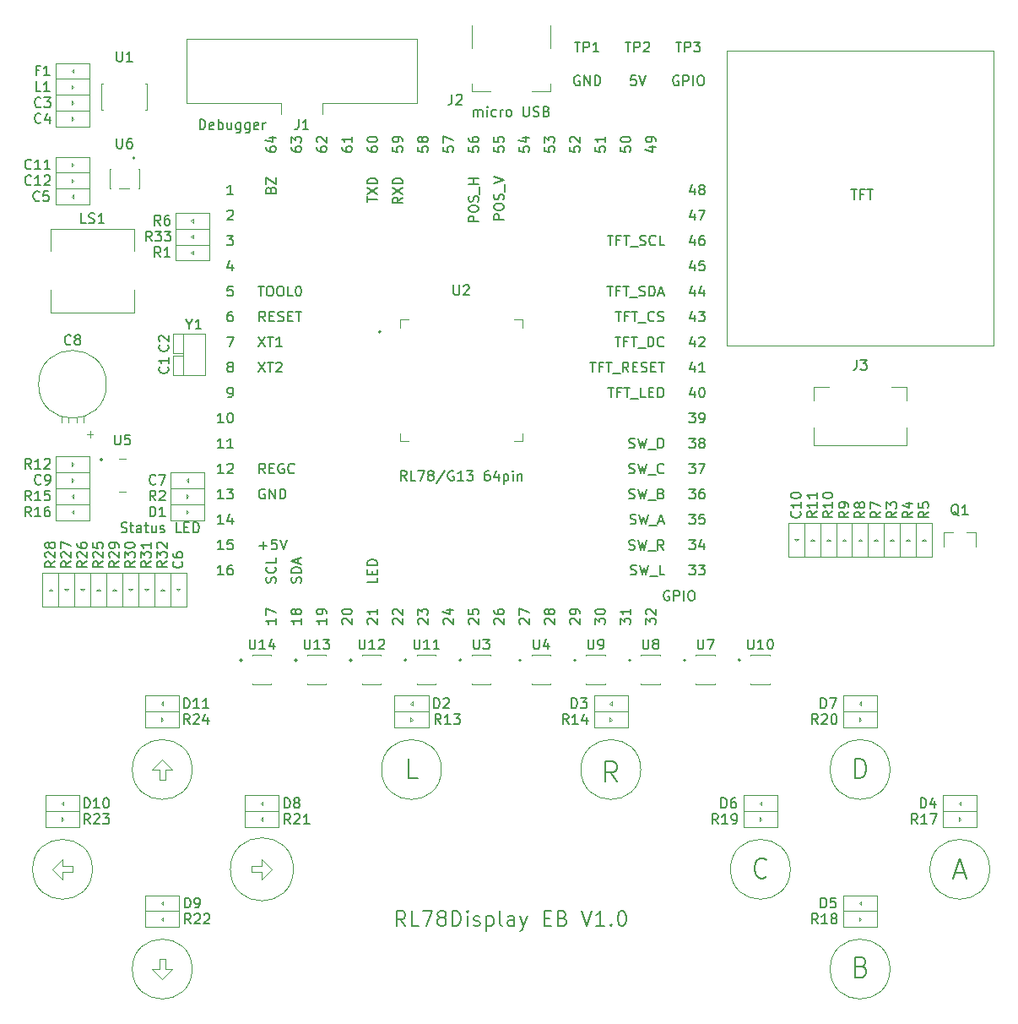
<source format=gto>
G04 #@! TF.GenerationSoftware,KiCad,Pcbnew,(6.0.7-1)-1*
G04 #@! TF.CreationDate,2022-09-24T13:59:17+09:00*
G04 #@! TF.ProjectId,RL78Display-EB,524c3738-4469-4737-906c-61792d45422e,V1.0*
G04 #@! TF.SameCoordinates,Original*
G04 #@! TF.FileFunction,Legend,Top*
G04 #@! TF.FilePolarity,Positive*
%FSLAX46Y46*%
G04 Gerber Fmt 4.6, Leading zero omitted, Abs format (unit mm)*
G04 Created by KiCad (PCBNEW (6.0.7-1)-1) date 2022-09-24 13:59:17*
%MOMM*%
%LPD*%
G01*
G04 APERTURE LIST*
%ADD10C,0.120000*%
%ADD11C,0.150000*%
%ADD12C,0.100000*%
%ADD13C,0.200000*%
G04 APERTURE END LIST*
D10*
X-26000000Y-35300000D02*
X-25000000Y-35300000D01*
X-32000000Y-25000000D02*
G75*
G03*
X-32000000Y-25000000I-3000000J0D01*
G01*
X-35300000Y-25000000D02*
X-36000000Y-25000000D01*
X-25000000Y-35300000D02*
X-25000000Y-36000000D01*
X-35000000Y-46000000D02*
X-34000000Y-45000000D01*
X-35000000Y-24000000D02*
X-36000000Y-25000000D01*
X-34700000Y-26000000D02*
X-34700000Y-25000000D01*
X-42000000Y-35000000D02*
G75*
G03*
X-42000000Y-35000000I-3000000J0D01*
G01*
X38000000Y-45000000D02*
G75*
G03*
X38000000Y-45000000I-3000000J0D01*
G01*
X-34700000Y-25000000D02*
X-34000000Y-25000000D01*
X-45000000Y-35300000D02*
X-45000000Y-36000000D01*
X-44000000Y-34700000D02*
X-45000000Y-34700000D01*
X-36000000Y-45000000D02*
X-35000000Y-46000000D01*
X-26000000Y-34700000D02*
X-26000000Y-35300000D01*
X-35300000Y-25000000D02*
X-35300000Y-26000000D01*
X-35300000Y-26000000D02*
X-34700000Y-26000000D01*
X-25000000Y-34700000D02*
X-26000000Y-34700000D01*
X48000000Y-35000000D02*
G75*
G03*
X48000000Y-35000000I-3000000J0D01*
G01*
X-45000000Y-35300000D02*
X-44000000Y-35300000D01*
X21600000Y47000000D02*
X48400000Y47000000D01*
X-7000000Y-25000000D02*
G75*
G03*
X-7000000Y-25000000I-3000000J0D01*
G01*
X-34700000Y-44000000D02*
X-35300000Y-44000000D01*
X28000000Y-35000000D02*
G75*
G03*
X28000000Y-35000000I-3000000J0D01*
G01*
X-21837722Y-35000000D02*
G75*
G03*
X-21837722Y-35000000I-3162278J0D01*
G01*
X48400000Y47000000D02*
X48400000Y17500000D01*
X-34000000Y-45000000D02*
X-34700000Y-45000000D01*
X48400000Y17500000D02*
X21600000Y17500000D01*
X-44000000Y-34700000D02*
X-44000000Y-35300000D01*
X-25000000Y-36000000D02*
X-24000000Y-35000000D01*
X38000000Y-25000000D02*
G75*
G03*
X38000000Y-25000000I-3000000J0D01*
G01*
X-25000000Y-34000000D02*
X-25000000Y-34700000D01*
X13000000Y-25000000D02*
G75*
G03*
X13000000Y-25000000I-3000000J0D01*
G01*
X-45000000Y-34000000D02*
X-46000000Y-35000000D01*
X-24000000Y-35000000D02*
X-25000000Y-34000000D01*
X-34000000Y-25000000D02*
X-35000000Y-24000000D01*
X21600000Y17500000D02*
X21600000Y47000000D01*
X-35300000Y-44000000D02*
X-35300000Y-45000000D01*
X-34700000Y-45000000D02*
X-34700000Y-44000000D01*
X-46000000Y-35000000D02*
X-45000000Y-36000000D01*
X-45000000Y-34000000D02*
X-45000000Y-34700000D01*
X-35300000Y-45000000D02*
X-36000000Y-45000000D01*
X-32000000Y-45000000D02*
G75*
G03*
X-32000000Y-45000000I-3000000J0D01*
G01*
D11*
X35142857Y-44757142D02*
X35428571Y-44852380D01*
X35523809Y-44947619D01*
X35619047Y-45138095D01*
X35619047Y-45423809D01*
X35523809Y-45614285D01*
X35428571Y-45709523D01*
X35238095Y-45804761D01*
X34476190Y-45804761D01*
X34476190Y-43804761D01*
X35142857Y-43804761D01*
X35333333Y-43900000D01*
X35428571Y-43995238D01*
X35523809Y-44185714D01*
X35523809Y-44376190D01*
X35428571Y-44566666D01*
X35333333Y-44661904D01*
X35142857Y-44757142D01*
X34476190Y-44757142D01*
X44523809Y-35333333D02*
X45476190Y-35333333D01*
X44333333Y-35904761D02*
X45000000Y-33904761D01*
X45666666Y-35904761D01*
X34476190Y-25904761D02*
X34476190Y-23904761D01*
X34952380Y-23904761D01*
X35238095Y-24000000D01*
X35428571Y-24190476D01*
X35523809Y-24380952D01*
X35619047Y-24761904D01*
X35619047Y-25047619D01*
X35523809Y-25428571D01*
X35428571Y-25619047D01*
X35238095Y-25809523D01*
X34952380Y-25904761D01*
X34476190Y-25904761D01*
X25619047Y-35714285D02*
X25523809Y-35809523D01*
X25238095Y-35904761D01*
X25047619Y-35904761D01*
X24761904Y-35809523D01*
X24571428Y-35619047D01*
X24476190Y-35428571D01*
X24380952Y-35047619D01*
X24380952Y-34761904D01*
X24476190Y-34380952D01*
X24571428Y-34190476D01*
X24761904Y-34000000D01*
X25047619Y-33904761D01*
X25238095Y-33904761D01*
X25523809Y-34000000D01*
X25619047Y-34095238D01*
X-9380952Y-25904761D02*
X-10333333Y-25904761D01*
X-10333333Y-23904761D01*
X10619047Y-26204761D02*
X9952380Y-25252380D01*
X9476190Y-26204761D02*
X9476190Y-24204761D01*
X10238095Y-24204761D01*
X10428571Y-24300000D01*
X10523809Y-24395238D01*
X10619047Y-24585714D01*
X10619047Y-24871428D01*
X10523809Y-25061904D01*
X10428571Y-25157142D01*
X10238095Y-25252380D01*
X9476190Y-25252380D01*
X-37747619Y-4142857D02*
X-38223809Y-4476190D01*
X-37747619Y-4714285D02*
X-38747619Y-4714285D01*
X-38747619Y-4333333D01*
X-38700000Y-4238095D01*
X-38652380Y-4190476D01*
X-38557142Y-4142857D01*
X-38414285Y-4142857D01*
X-38319047Y-4190476D01*
X-38271428Y-4238095D01*
X-38223809Y-4333333D01*
X-38223809Y-4714285D01*
X-38747619Y-3809523D02*
X-38747619Y-3190476D01*
X-38366666Y-3523809D01*
X-38366666Y-3380952D01*
X-38319047Y-3285714D01*
X-38271428Y-3238095D01*
X-38176190Y-3190476D01*
X-37938095Y-3190476D01*
X-37842857Y-3238095D01*
X-37795238Y-3285714D01*
X-37747619Y-3380952D01*
X-37747619Y-3666666D01*
X-37795238Y-3761904D01*
X-37842857Y-3809523D01*
X-38747619Y-2571428D02*
X-38747619Y-2476190D01*
X-38700000Y-2380952D01*
X-38652380Y-2333333D01*
X-38557142Y-2285714D01*
X-38366666Y-2238095D01*
X-38128571Y-2238095D01*
X-37938095Y-2285714D01*
X-37842857Y-2333333D01*
X-37795238Y-2380952D01*
X-37747619Y-2476190D01*
X-37747619Y-2571428D01*
X-37795238Y-2666666D01*
X-37842857Y-2714285D01*
X-37938095Y-2761904D01*
X-38128571Y-2809523D01*
X-38366666Y-2809523D01*
X-38557142Y-2761904D01*
X-38652380Y-2714285D01*
X-38700000Y-2666666D01*
X-38747619Y-2571428D01*
X30652380Y857142D02*
X30176190Y523809D01*
X30652380Y285714D02*
X29652380Y285714D01*
X29652380Y666666D01*
X29700000Y761904D01*
X29747619Y809523D01*
X29842857Y857142D01*
X29985714Y857142D01*
X30080952Y809523D01*
X30128571Y761904D01*
X30176190Y666666D01*
X30176190Y285714D01*
X30652380Y1809523D02*
X30652380Y1238095D01*
X30652380Y1523809D02*
X29652380Y1523809D01*
X29795238Y1428571D01*
X29890476Y1333333D01*
X29938095Y1238095D01*
X30652380Y2761904D02*
X30652380Y2190476D01*
X30652380Y2476190D02*
X29652380Y2476190D01*
X29795238Y2380952D01*
X29890476Y2285714D01*
X29938095Y2190476D01*
X20757142Y-30452380D02*
X20423809Y-29976190D01*
X20185714Y-30452380D02*
X20185714Y-29452380D01*
X20566666Y-29452380D01*
X20661904Y-29500000D01*
X20709523Y-29547619D01*
X20757142Y-29642857D01*
X20757142Y-29785714D01*
X20709523Y-29880952D01*
X20661904Y-29928571D01*
X20566666Y-29976190D01*
X20185714Y-29976190D01*
X21709523Y-30452380D02*
X21138095Y-30452380D01*
X21423809Y-30452380D02*
X21423809Y-29452380D01*
X21328571Y-29595238D01*
X21233333Y-29690476D01*
X21138095Y-29738095D01*
X22185714Y-30452380D02*
X22376190Y-30452380D01*
X22471428Y-30404761D01*
X22519047Y-30357142D01*
X22614285Y-30214285D01*
X22661904Y-30023809D01*
X22661904Y-29642857D01*
X22614285Y-29547619D01*
X22566666Y-29500000D01*
X22471428Y-29452380D01*
X22280952Y-29452380D01*
X22185714Y-29500000D01*
X22138095Y-29547619D01*
X22090476Y-29642857D01*
X22090476Y-29880952D01*
X22138095Y-29976190D01*
X22185714Y-30023809D01*
X22280952Y-30071428D01*
X22471428Y-30071428D01*
X22566666Y-30023809D01*
X22614285Y-29976190D01*
X22661904Y-29880952D01*
X41061904Y-28852380D02*
X41061904Y-27852380D01*
X41300000Y-27852380D01*
X41442857Y-27900000D01*
X41538095Y-27995238D01*
X41585714Y-28090476D01*
X41633333Y-28280952D01*
X41633333Y-28423809D01*
X41585714Y-28614285D01*
X41538095Y-28709523D01*
X41442857Y-28804761D01*
X41300000Y-28852380D01*
X41061904Y-28852380D01*
X42490476Y-28185714D02*
X42490476Y-28852380D01*
X42252380Y-27804761D02*
X42014285Y-28519047D01*
X42633333Y-28519047D01*
X21061904Y-28852380D02*
X21061904Y-27852380D01*
X21300000Y-27852380D01*
X21442857Y-27900000D01*
X21538095Y-27995238D01*
X21585714Y-28090476D01*
X21633333Y-28280952D01*
X21633333Y-28423809D01*
X21585714Y-28614285D01*
X21538095Y-28709523D01*
X21442857Y-28804761D01*
X21300000Y-28852380D01*
X21061904Y-28852380D01*
X22490476Y-27852380D02*
X22300000Y-27852380D01*
X22204761Y-27900000D01*
X22157142Y-27947619D01*
X22061904Y-28090476D01*
X22014285Y-28280952D01*
X22014285Y-28661904D01*
X22061904Y-28757142D01*
X22109523Y-28804761D01*
X22204761Y-28852380D01*
X22395238Y-28852380D01*
X22490476Y-28804761D01*
X22538095Y-28757142D01*
X22585714Y-28661904D01*
X22585714Y-28423809D01*
X22538095Y-28328571D01*
X22490476Y-28280952D01*
X22395238Y-28233333D01*
X22204761Y-28233333D01*
X22109523Y-28280952D01*
X22061904Y-28328571D01*
X22014285Y-28423809D01*
X-48142857Y35242857D02*
X-48190476Y35195238D01*
X-48333333Y35147619D01*
X-48428571Y35147619D01*
X-48571428Y35195238D01*
X-48666666Y35290476D01*
X-48714285Y35385714D01*
X-48761904Y35576190D01*
X-48761904Y35719047D01*
X-48714285Y35909523D01*
X-48666666Y36004761D01*
X-48571428Y36100000D01*
X-48428571Y36147619D01*
X-48333333Y36147619D01*
X-48190476Y36100000D01*
X-48142857Y36052380D01*
X-47190476Y35147619D02*
X-47761904Y35147619D01*
X-47476190Y35147619D02*
X-47476190Y36147619D01*
X-47571428Y36004761D01*
X-47666666Y35909523D01*
X-47761904Y35861904D01*
X-46238095Y35147619D02*
X-46809523Y35147619D01*
X-46523809Y35147619D02*
X-46523809Y36147619D01*
X-46619047Y36004761D01*
X-46714285Y35909523D01*
X-46809523Y35861904D01*
X30757142Y-40452380D02*
X30423809Y-39976190D01*
X30185714Y-40452380D02*
X30185714Y-39452380D01*
X30566666Y-39452380D01*
X30661904Y-39500000D01*
X30709523Y-39547619D01*
X30757142Y-39642857D01*
X30757142Y-39785714D01*
X30709523Y-39880952D01*
X30661904Y-39928571D01*
X30566666Y-39976190D01*
X30185714Y-39976190D01*
X31709523Y-40452380D02*
X31138095Y-40452380D01*
X31423809Y-40452380D02*
X31423809Y-39452380D01*
X31328571Y-39595238D01*
X31233333Y-39690476D01*
X31138095Y-39738095D01*
X32280952Y-39880952D02*
X32185714Y-39833333D01*
X32138095Y-39785714D01*
X32090476Y-39690476D01*
X32090476Y-39642857D01*
X32138095Y-39547619D01*
X32185714Y-39500000D01*
X32280952Y-39452380D01*
X32471428Y-39452380D01*
X32566666Y-39500000D01*
X32614285Y-39547619D01*
X32661904Y-39642857D01*
X32661904Y-39690476D01*
X32614285Y-39785714D01*
X32566666Y-39833333D01*
X32471428Y-39880952D01*
X32280952Y-39880952D01*
X32185714Y-39928571D01*
X32138095Y-39976190D01*
X32090476Y-40071428D01*
X32090476Y-40261904D01*
X32138095Y-40357142D01*
X32185714Y-40404761D01*
X32280952Y-40452380D01*
X32471428Y-40452380D01*
X32566666Y-40404761D01*
X32614285Y-40357142D01*
X32661904Y-40261904D01*
X32661904Y-40071428D01*
X32614285Y-39976190D01*
X32566666Y-39928571D01*
X32471428Y-39880952D01*
X6358095Y47915619D02*
X6929523Y47915619D01*
X6643809Y46915619D02*
X6643809Y47915619D01*
X7262857Y46915619D02*
X7262857Y47915619D01*
X7643809Y47915619D01*
X7739047Y47868000D01*
X7786666Y47820380D01*
X7834285Y47725142D01*
X7834285Y47582285D01*
X7786666Y47487047D01*
X7739047Y47439428D01*
X7643809Y47391809D01*
X7262857Y47391809D01*
X8786666Y46915619D02*
X8215238Y46915619D01*
X8500952Y46915619D02*
X8500952Y47915619D01*
X8405714Y47772761D01*
X8310476Y47677523D01*
X8215238Y47629904D01*
X-47316666Y32042857D02*
X-47364285Y31995238D01*
X-47507142Y31947619D01*
X-47602380Y31947619D01*
X-47745238Y31995238D01*
X-47840476Y32090476D01*
X-47888095Y32185714D01*
X-47935714Y32376190D01*
X-47935714Y32519047D01*
X-47888095Y32709523D01*
X-47840476Y32804761D01*
X-47745238Y32900000D01*
X-47602380Y32947619D01*
X-47507142Y32947619D01*
X-47364285Y32900000D01*
X-47316666Y32852380D01*
X-46411904Y32947619D02*
X-46888095Y32947619D01*
X-46935714Y32471428D01*
X-46888095Y32519047D01*
X-46792857Y32566666D01*
X-46554761Y32566666D01*
X-46459523Y32519047D01*
X-46411904Y32471428D01*
X-46364285Y32376190D01*
X-46364285Y32138095D01*
X-46411904Y32042857D01*
X-46459523Y31995238D01*
X-46554761Y31947619D01*
X-46792857Y31947619D01*
X-46888095Y31995238D01*
X-46935714Y32042857D01*
X-7042857Y-20452380D02*
X-7376190Y-19976190D01*
X-7614285Y-20452380D02*
X-7614285Y-19452380D01*
X-7233333Y-19452380D01*
X-7138095Y-19500000D01*
X-7090476Y-19547619D01*
X-7042857Y-19642857D01*
X-7042857Y-19785714D01*
X-7090476Y-19880952D01*
X-7138095Y-19928571D01*
X-7233333Y-19976190D01*
X-7614285Y-19976190D01*
X-6090476Y-20452380D02*
X-6661904Y-20452380D01*
X-6376190Y-20452380D02*
X-6376190Y-19452380D01*
X-6471428Y-19595238D01*
X-6566666Y-19690476D01*
X-6661904Y-19738095D01*
X-5757142Y-19452380D02*
X-5138095Y-19452380D01*
X-5471428Y-19833333D01*
X-5328571Y-19833333D01*
X-5233333Y-19880952D01*
X-5185714Y-19928571D01*
X-5138095Y-20023809D01*
X-5138095Y-20261904D01*
X-5185714Y-20357142D01*
X-5233333Y-20404761D01*
X-5328571Y-20452380D01*
X-5614285Y-20452380D01*
X-5709523Y-20404761D01*
X-5757142Y-20357142D01*
X2238095Y-11952380D02*
X2238095Y-12761904D01*
X2285714Y-12857142D01*
X2333333Y-12904761D01*
X2428571Y-12952380D01*
X2619047Y-12952380D01*
X2714285Y-12904761D01*
X2761904Y-12857142D01*
X2809523Y-12761904D01*
X2809523Y-11952380D01*
X3714285Y-12285714D02*
X3714285Y-12952380D01*
X3476190Y-11904761D02*
X3238095Y-12619047D01*
X3857142Y-12619047D01*
X35452380Y833333D02*
X34976190Y500000D01*
X35452380Y261904D02*
X34452380Y261904D01*
X34452380Y642857D01*
X34500000Y738095D01*
X34547619Y785714D01*
X34642857Y833333D01*
X34785714Y833333D01*
X34880952Y785714D01*
X34928571Y738095D01*
X34976190Y642857D01*
X34976190Y261904D01*
X34880952Y1404761D02*
X34833333Y1309523D01*
X34785714Y1261904D01*
X34690476Y1214285D01*
X34642857Y1214285D01*
X34547619Y1261904D01*
X34500000Y1309523D01*
X34452380Y1404761D01*
X34452380Y1595238D01*
X34500000Y1690476D01*
X34547619Y1738095D01*
X34642857Y1785714D01*
X34690476Y1785714D01*
X34785714Y1738095D01*
X34833333Y1690476D01*
X34880952Y1595238D01*
X34880952Y1404761D01*
X34928571Y1309523D01*
X34976190Y1261904D01*
X35071428Y1214285D01*
X35261904Y1214285D01*
X35357142Y1261904D01*
X35404761Y1309523D01*
X35452380Y1404761D01*
X35452380Y1595238D01*
X35404761Y1690476D01*
X35357142Y1738095D01*
X35261904Y1785714D01*
X35071428Y1785714D01*
X34976190Y1738095D01*
X34928571Y1690476D01*
X34880952Y1595238D01*
X32252380Y857142D02*
X31776190Y523809D01*
X32252380Y285714D02*
X31252380Y285714D01*
X31252380Y666666D01*
X31300000Y761904D01*
X31347619Y809523D01*
X31442857Y857142D01*
X31585714Y857142D01*
X31680952Y809523D01*
X31728571Y761904D01*
X31776190Y666666D01*
X31776190Y285714D01*
X32252380Y1809523D02*
X32252380Y1238095D01*
X32252380Y1523809D02*
X31252380Y1523809D01*
X31395238Y1428571D01*
X31490476Y1333333D01*
X31538095Y1238095D01*
X31252380Y2428571D02*
X31252380Y2523809D01*
X31300000Y2619047D01*
X31347619Y2666666D01*
X31442857Y2714285D01*
X31633333Y2761904D01*
X31871428Y2761904D01*
X32061904Y2714285D01*
X32157142Y2666666D01*
X32204761Y2619047D01*
X32252380Y2523809D01*
X32252380Y2428571D01*
X32204761Y2333333D01*
X32157142Y2285714D01*
X32061904Y2238095D01*
X31871428Y2190476D01*
X31633333Y2190476D01*
X31442857Y2238095D01*
X31347619Y2285714D01*
X31300000Y2333333D01*
X31252380Y2428571D01*
X23736904Y-11952380D02*
X23736904Y-12761904D01*
X23784523Y-12857142D01*
X23832142Y-12904761D01*
X23927380Y-12952380D01*
X24117857Y-12952380D01*
X24213095Y-12904761D01*
X24260714Y-12857142D01*
X24308333Y-12761904D01*
X24308333Y-11952380D01*
X25308333Y-12952380D02*
X24736904Y-12952380D01*
X25022619Y-12952380D02*
X25022619Y-11952380D01*
X24927380Y-12095238D01*
X24832142Y-12190476D01*
X24736904Y-12238095D01*
X25927380Y-11952380D02*
X26022619Y-11952380D01*
X26117857Y-12000000D01*
X26165476Y-12047619D01*
X26213095Y-12142857D01*
X26260714Y-12333333D01*
X26260714Y-12571428D01*
X26213095Y-12761904D01*
X26165476Y-12857142D01*
X26117857Y-12904761D01*
X26022619Y-12952380D01*
X25927380Y-12952380D01*
X25832142Y-12904761D01*
X25784523Y-12857142D01*
X25736904Y-12761904D01*
X25689285Y-12571428D01*
X25689285Y-12333333D01*
X25736904Y-12142857D01*
X25784523Y-12047619D01*
X25832142Y-12000000D01*
X25927380Y-11952380D01*
X-42642857Y29747619D02*
X-43119047Y29747619D01*
X-43119047Y30747619D01*
X-42357142Y29795238D02*
X-42214285Y29747619D01*
X-41976190Y29747619D01*
X-41880952Y29795238D01*
X-41833333Y29842857D01*
X-41785714Y29938095D01*
X-41785714Y30033333D01*
X-41833333Y30128571D01*
X-41880952Y30176190D01*
X-41976190Y30223809D01*
X-42166666Y30271428D01*
X-42261904Y30319047D01*
X-42309523Y30366666D01*
X-42357142Y30461904D01*
X-42357142Y30557142D01*
X-42309523Y30652380D01*
X-42261904Y30700000D01*
X-42166666Y30747619D01*
X-41928571Y30747619D01*
X-41785714Y30700000D01*
X-40833333Y29747619D02*
X-41404761Y29747619D01*
X-41119047Y29747619D02*
X-41119047Y30747619D01*
X-41214285Y30604761D01*
X-41309523Y30509523D01*
X-41404761Y30461904D01*
X-5933333Y42647619D02*
X-5933333Y41933333D01*
X-5980952Y41790476D01*
X-6076190Y41695238D01*
X-6219047Y41647619D01*
X-6314285Y41647619D01*
X-5504761Y42552380D02*
X-5457142Y42600000D01*
X-5361904Y42647619D01*
X-5123809Y42647619D01*
X-5028571Y42600000D01*
X-4980952Y42552380D01*
X-4933333Y42457142D01*
X-4933333Y42361904D01*
X-4980952Y42219047D01*
X-5552380Y41647619D01*
X-4933333Y41647619D01*
X44904761Y452380D02*
X44809523Y500000D01*
X44714285Y595238D01*
X44571428Y738095D01*
X44476190Y785714D01*
X44380952Y785714D01*
X44428571Y547619D02*
X44333333Y595238D01*
X44238095Y690476D01*
X44190476Y880952D01*
X44190476Y1214285D01*
X44238095Y1404761D01*
X44333333Y1500000D01*
X44428571Y1547619D01*
X44619047Y1547619D01*
X44714285Y1500000D01*
X44809523Y1404761D01*
X44857142Y1214285D01*
X44857142Y880952D01*
X44809523Y690476D01*
X44714285Y595238D01*
X44619047Y547619D01*
X44428571Y547619D01*
X45809523Y547619D02*
X45238095Y547619D01*
X45523809Y547619D02*
X45523809Y1547619D01*
X45428571Y1404761D01*
X45333333Y1309523D01*
X45238095Y1261904D01*
X16518095Y47915619D02*
X17089523Y47915619D01*
X16803809Y46915619D02*
X16803809Y47915619D01*
X17422857Y46915619D02*
X17422857Y47915619D01*
X17803809Y47915619D01*
X17899047Y47868000D01*
X17946666Y47820380D01*
X17994285Y47725142D01*
X17994285Y47582285D01*
X17946666Y47487047D01*
X17899047Y47439428D01*
X17803809Y47391809D01*
X17422857Y47391809D01*
X18327619Y47915619D02*
X18946666Y47915619D01*
X18613333Y47534666D01*
X18756190Y47534666D01*
X18851428Y47487047D01*
X18899047Y47439428D01*
X18946666Y47344190D01*
X18946666Y47106095D01*
X18899047Y47010857D01*
X18851428Y46963238D01*
X18756190Y46915619D01*
X18470476Y46915619D01*
X18375238Y46963238D01*
X18327619Y47010857D01*
X31061904Y-18852380D02*
X31061904Y-17852380D01*
X31300000Y-17852380D01*
X31442857Y-17900000D01*
X31538095Y-17995238D01*
X31585714Y-18090476D01*
X31633333Y-18280952D01*
X31633333Y-18423809D01*
X31585714Y-18614285D01*
X31538095Y-18709523D01*
X31442857Y-18804761D01*
X31300000Y-18852380D01*
X31061904Y-18852380D01*
X31966666Y-17852380D02*
X32633333Y-17852380D01*
X32204761Y-18852380D01*
X-22738095Y-28852380D02*
X-22738095Y-27852380D01*
X-22500000Y-27852380D01*
X-22357142Y-27900000D01*
X-22261904Y-27995238D01*
X-22214285Y-28090476D01*
X-22166666Y-28280952D01*
X-22166666Y-28423809D01*
X-22214285Y-28614285D01*
X-22261904Y-28709523D01*
X-22357142Y-28804761D01*
X-22500000Y-28852380D01*
X-22738095Y-28852380D01*
X-21595238Y-28280952D02*
X-21690476Y-28233333D01*
X-21738095Y-28185714D01*
X-21785714Y-28090476D01*
X-21785714Y-28042857D01*
X-21738095Y-27947619D01*
X-21690476Y-27900000D01*
X-21595238Y-27852380D01*
X-21404761Y-27852380D01*
X-21309523Y-27900000D01*
X-21261904Y-27947619D01*
X-21214285Y-28042857D01*
X-21214285Y-28090476D01*
X-21261904Y-28185714D01*
X-21309523Y-28233333D01*
X-21404761Y-28280952D01*
X-21595238Y-28280952D01*
X-21690476Y-28328571D01*
X-21738095Y-28376190D01*
X-21785714Y-28471428D01*
X-21785714Y-28661904D01*
X-21738095Y-28757142D01*
X-21690476Y-28804761D01*
X-21595238Y-28852380D01*
X-21404761Y-28852380D01*
X-21309523Y-28804761D01*
X-21261904Y-28757142D01*
X-21214285Y-28661904D01*
X-21214285Y-28471428D01*
X-21261904Y-28376190D01*
X-21309523Y-28328571D01*
X-21404761Y-28280952D01*
X28957142Y857142D02*
X29004761Y809523D01*
X29052380Y666666D01*
X29052380Y571428D01*
X29004761Y428571D01*
X28909523Y333333D01*
X28814285Y285714D01*
X28623809Y238095D01*
X28480952Y238095D01*
X28290476Y285714D01*
X28195238Y333333D01*
X28100000Y428571D01*
X28052380Y571428D01*
X28052380Y666666D01*
X28100000Y809523D01*
X28147619Y857142D01*
X29052380Y1809523D02*
X29052380Y1238095D01*
X29052380Y1523809D02*
X28052380Y1523809D01*
X28195238Y1428571D01*
X28290476Y1333333D01*
X28338095Y1238095D01*
X28052380Y2428571D02*
X28052380Y2523809D01*
X28100000Y2619047D01*
X28147619Y2666666D01*
X28242857Y2714285D01*
X28433333Y2761904D01*
X28671428Y2761904D01*
X28861904Y2714285D01*
X28957142Y2666666D01*
X29004761Y2619047D01*
X29052380Y2523809D01*
X29052380Y2428571D01*
X29004761Y2333333D01*
X28957142Y2285714D01*
X28861904Y2238095D01*
X28671428Y2190476D01*
X28433333Y2190476D01*
X28242857Y2238095D01*
X28147619Y2285714D01*
X28100000Y2333333D01*
X28052380Y2428571D01*
X-39561904Y46947619D02*
X-39561904Y46138095D01*
X-39514285Y46042857D01*
X-39466666Y45995238D01*
X-39371428Y45947619D01*
X-39180952Y45947619D01*
X-39085714Y45995238D01*
X-39038095Y46042857D01*
X-38990476Y46138095D01*
X-38990476Y46947619D01*
X-37990476Y45947619D02*
X-38561904Y45947619D01*
X-38276190Y45947619D02*
X-38276190Y46947619D01*
X-38371428Y46804761D01*
X-38466666Y46709523D01*
X-38561904Y46661904D01*
X-42547619Y-4142857D02*
X-43023809Y-4476190D01*
X-42547619Y-4714285D02*
X-43547619Y-4714285D01*
X-43547619Y-4333333D01*
X-43500000Y-4238095D01*
X-43452380Y-4190476D01*
X-43357142Y-4142857D01*
X-43214285Y-4142857D01*
X-43119047Y-4190476D01*
X-43071428Y-4238095D01*
X-43023809Y-4333333D01*
X-43023809Y-4714285D01*
X-43452380Y-3761904D02*
X-43500000Y-3714285D01*
X-43547619Y-3619047D01*
X-43547619Y-3380952D01*
X-43500000Y-3285714D01*
X-43452380Y-3238095D01*
X-43357142Y-3190476D01*
X-43261904Y-3190476D01*
X-43119047Y-3238095D01*
X-42547619Y-3809523D01*
X-42547619Y-3190476D01*
X-43547619Y-2333333D02*
X-43547619Y-2523809D01*
X-43500000Y-2619047D01*
X-43452380Y-2666666D01*
X-43309523Y-2761904D01*
X-43119047Y-2809523D01*
X-42738095Y-2809523D01*
X-42642857Y-2761904D01*
X-42595238Y-2714285D01*
X-42547619Y-2619047D01*
X-42547619Y-2428571D01*
X-42595238Y-2333333D01*
X-42642857Y-2285714D01*
X-42738095Y-2238095D01*
X-42976190Y-2238095D01*
X-43071428Y-2285714D01*
X-43119047Y-2333333D01*
X-43166666Y-2428571D01*
X-43166666Y-2619047D01*
X-43119047Y-2714285D01*
X-43071428Y-2761904D01*
X-42976190Y-2809523D01*
X-32814285Y-18852380D02*
X-32814285Y-17852380D01*
X-32576190Y-17852380D01*
X-32433333Y-17900000D01*
X-32338095Y-17995238D01*
X-32290476Y-18090476D01*
X-32242857Y-18280952D01*
X-32242857Y-18423809D01*
X-32290476Y-18614285D01*
X-32338095Y-18709523D01*
X-32433333Y-18804761D01*
X-32576190Y-18852380D01*
X-32814285Y-18852380D01*
X-31290476Y-18852380D02*
X-31861904Y-18852380D01*
X-31576190Y-18852380D02*
X-31576190Y-17852380D01*
X-31671428Y-17995238D01*
X-31766666Y-18090476D01*
X-31861904Y-18138095D01*
X-30338095Y-18852380D02*
X-30909523Y-18852380D01*
X-30623809Y-18852380D02*
X-30623809Y-17852380D01*
X-30719047Y-17995238D01*
X-30814285Y-18090476D01*
X-30909523Y-18138095D01*
X13213095Y-11952380D02*
X13213095Y-12761904D01*
X13260714Y-12857142D01*
X13308333Y-12904761D01*
X13403571Y-12952380D01*
X13594047Y-12952380D01*
X13689285Y-12904761D01*
X13736904Y-12857142D01*
X13784523Y-12761904D01*
X13784523Y-11952380D01*
X14403571Y-12380952D02*
X14308333Y-12333333D01*
X14260714Y-12285714D01*
X14213095Y-12190476D01*
X14213095Y-12142857D01*
X14260714Y-12047619D01*
X14308333Y-12000000D01*
X14403571Y-11952380D01*
X14594047Y-11952380D01*
X14689285Y-12000000D01*
X14736904Y-12047619D01*
X14784523Y-12142857D01*
X14784523Y-12190476D01*
X14736904Y-12285714D01*
X14689285Y-12333333D01*
X14594047Y-12380952D01*
X14403571Y-12380952D01*
X14308333Y-12428571D01*
X14260714Y-12476190D01*
X14213095Y-12571428D01*
X14213095Y-12761904D01*
X14260714Y-12857142D01*
X14308333Y-12904761D01*
X14403571Y-12952380D01*
X14594047Y-12952380D01*
X14689285Y-12904761D01*
X14736904Y-12857142D01*
X14784523Y-12761904D01*
X14784523Y-12571428D01*
X14736904Y-12476190D01*
X14689285Y-12428571D01*
X14594047Y-12380952D01*
X-22142857Y-30452380D02*
X-22476190Y-29976190D01*
X-22714285Y-30452380D02*
X-22714285Y-29452380D01*
X-22333333Y-29452380D01*
X-22238095Y-29500000D01*
X-22190476Y-29547619D01*
X-22142857Y-29642857D01*
X-22142857Y-29785714D01*
X-22190476Y-29880952D01*
X-22238095Y-29928571D01*
X-22333333Y-29976190D01*
X-22714285Y-29976190D01*
X-21761904Y-29547619D02*
X-21714285Y-29500000D01*
X-21619047Y-29452380D01*
X-21380952Y-29452380D01*
X-21285714Y-29500000D01*
X-21238095Y-29547619D01*
X-21190476Y-29642857D01*
X-21190476Y-29738095D01*
X-21238095Y-29880952D01*
X-21809523Y-30452380D01*
X-21190476Y-30452380D01*
X-20238095Y-30452380D02*
X-20809523Y-30452380D01*
X-20523809Y-30452380D02*
X-20523809Y-29452380D01*
X-20619047Y-29595238D01*
X-20714285Y-29690476D01*
X-20809523Y-29738095D01*
X-32142857Y-40452380D02*
X-32476190Y-39976190D01*
X-32714285Y-40452380D02*
X-32714285Y-39452380D01*
X-32333333Y-39452380D01*
X-32238095Y-39500000D01*
X-32190476Y-39547619D01*
X-32142857Y-39642857D01*
X-32142857Y-39785714D01*
X-32190476Y-39880952D01*
X-32238095Y-39928571D01*
X-32333333Y-39976190D01*
X-32714285Y-39976190D01*
X-31761904Y-39547619D02*
X-31714285Y-39500000D01*
X-31619047Y-39452380D01*
X-31380952Y-39452380D01*
X-31285714Y-39500000D01*
X-31238095Y-39547619D01*
X-31190476Y-39642857D01*
X-31190476Y-39738095D01*
X-31238095Y-39880952D01*
X-31809523Y-40452380D01*
X-31190476Y-40452380D01*
X-30809523Y-39547619D02*
X-30761904Y-39500000D01*
X-30666666Y-39452380D01*
X-30428571Y-39452380D01*
X-30333333Y-39500000D01*
X-30285714Y-39547619D01*
X-30238095Y-39642857D01*
X-30238095Y-39738095D01*
X-30285714Y-39880952D01*
X-30857142Y-40452380D01*
X-30238095Y-40452380D01*
X40252380Y833333D02*
X39776190Y500000D01*
X40252380Y261904D02*
X39252380Y261904D01*
X39252380Y642857D01*
X39300000Y738095D01*
X39347619Y785714D01*
X39442857Y833333D01*
X39585714Y833333D01*
X39680952Y785714D01*
X39728571Y738095D01*
X39776190Y642857D01*
X39776190Y261904D01*
X39585714Y1690476D02*
X40252380Y1690476D01*
X39204761Y1452380D02*
X39919047Y1214285D01*
X39919047Y1833333D01*
X-21333333Y40147619D02*
X-21333333Y39433333D01*
X-21380952Y39290476D01*
X-21476190Y39195238D01*
X-21619047Y39147619D01*
X-21714285Y39147619D01*
X-20333333Y39147619D02*
X-20904761Y39147619D01*
X-20619047Y39147619D02*
X-20619047Y40147619D01*
X-20714285Y40004761D01*
X-20809523Y39909523D01*
X-20904761Y39861904D01*
X-35666666Y3642857D02*
X-35714285Y3595238D01*
X-35857142Y3547619D01*
X-35952380Y3547619D01*
X-36095238Y3595238D01*
X-36190476Y3690476D01*
X-36238095Y3785714D01*
X-36285714Y3976190D01*
X-36285714Y4119047D01*
X-36238095Y4309523D01*
X-36190476Y4404761D01*
X-36095238Y4500000D01*
X-35952380Y4547619D01*
X-35857142Y4547619D01*
X-35714285Y4500000D01*
X-35666666Y4452380D01*
X-35333333Y4547619D02*
X-34666666Y4547619D01*
X-35095238Y3547619D01*
X-47166666Y42947619D02*
X-47642857Y42947619D01*
X-47642857Y43947619D01*
X-46309523Y42947619D02*
X-46880952Y42947619D01*
X-46595238Y42947619D02*
X-46595238Y43947619D01*
X-46690476Y43804761D01*
X-46785714Y43709523D01*
X-46880952Y43661904D01*
X31061904Y-38852380D02*
X31061904Y-37852380D01*
X31300000Y-37852380D01*
X31442857Y-37900000D01*
X31538095Y-37995238D01*
X31585714Y-38090476D01*
X31633333Y-38280952D01*
X31633333Y-38423809D01*
X31585714Y-38614285D01*
X31538095Y-38709523D01*
X31442857Y-38804761D01*
X31300000Y-38852380D01*
X31061904Y-38852380D01*
X32538095Y-37852380D02*
X32061904Y-37852380D01*
X32014285Y-38328571D01*
X32061904Y-38280952D01*
X32157142Y-38233333D01*
X32395238Y-38233333D01*
X32490476Y-38280952D01*
X32538095Y-38328571D01*
X32585714Y-38423809D01*
X32585714Y-38661904D01*
X32538095Y-38757142D01*
X32490476Y-38804761D01*
X32395238Y-38852380D01*
X32157142Y-38852380D01*
X32061904Y-38804761D01*
X32014285Y-38757142D01*
X-42814285Y-28852380D02*
X-42814285Y-27852380D01*
X-42576190Y-27852380D01*
X-42433333Y-27900000D01*
X-42338095Y-27995238D01*
X-42290476Y-28090476D01*
X-42242857Y-28280952D01*
X-42242857Y-28423809D01*
X-42290476Y-28614285D01*
X-42338095Y-28709523D01*
X-42433333Y-28804761D01*
X-42576190Y-28852380D01*
X-42814285Y-28852380D01*
X-41290476Y-28852380D02*
X-41861904Y-28852380D01*
X-41576190Y-28852380D02*
X-41576190Y-27852380D01*
X-41671428Y-27995238D01*
X-41766666Y-28090476D01*
X-41861904Y-28138095D01*
X-40671428Y-27852380D02*
X-40576190Y-27852380D01*
X-40480952Y-27900000D01*
X-40433333Y-27947619D01*
X-40385714Y-28042857D01*
X-40338095Y-28233333D01*
X-40338095Y-28471428D01*
X-40385714Y-28661904D01*
X-40433333Y-28757142D01*
X-40480952Y-28804761D01*
X-40576190Y-28852380D01*
X-40671428Y-28852380D01*
X-40766666Y-28804761D01*
X-40814285Y-28757142D01*
X-40861904Y-28661904D01*
X-40909523Y-28471428D01*
X-40909523Y-28233333D01*
X-40861904Y-28042857D01*
X-40814285Y-27947619D01*
X-40766666Y-27900000D01*
X-40671428Y-27852380D01*
X-3761904Y-11952380D02*
X-3761904Y-12761904D01*
X-3714285Y-12857142D01*
X-3666666Y-12904761D01*
X-3571428Y-12952380D01*
X-3380952Y-12952380D01*
X-3285714Y-12904761D01*
X-3238095Y-12857142D01*
X-3190476Y-12761904D01*
X-3190476Y-11952380D01*
X-2809523Y-11952380D02*
X-2190476Y-11952380D01*
X-2523809Y-12333333D01*
X-2380952Y-12333333D01*
X-2285714Y-12380952D01*
X-2238095Y-12428571D01*
X-2190476Y-12523809D01*
X-2190476Y-12761904D01*
X-2238095Y-12857142D01*
X-2285714Y-12904761D01*
X-2380952Y-12952380D01*
X-2666666Y-12952380D01*
X-2761904Y-12904761D01*
X-2809523Y-12857142D01*
X-32276190Y19623809D02*
X-32276190Y19147619D01*
X-32609523Y20147619D02*
X-32276190Y19623809D01*
X-31942857Y20147619D01*
X-31085714Y19147619D02*
X-31657142Y19147619D01*
X-31371428Y19147619D02*
X-31371428Y20147619D01*
X-31466666Y20004761D01*
X-31561904Y19909523D01*
X-31657142Y19861904D01*
X-48142857Y1947619D02*
X-48476190Y2423809D01*
X-48714285Y1947619D02*
X-48714285Y2947619D01*
X-48333333Y2947619D01*
X-48238095Y2900000D01*
X-48190476Y2852380D01*
X-48142857Y2757142D01*
X-48142857Y2614285D01*
X-48190476Y2519047D01*
X-48238095Y2471428D01*
X-48333333Y2423809D01*
X-48714285Y2423809D01*
X-47190476Y1947619D02*
X-47761904Y1947619D01*
X-47476190Y1947619D02*
X-47476190Y2947619D01*
X-47571428Y2804761D01*
X-47666666Y2709523D01*
X-47761904Y2661904D01*
X-46285714Y2947619D02*
X-46761904Y2947619D01*
X-46809523Y2471428D01*
X-46761904Y2519047D01*
X-46666666Y2566666D01*
X-46428571Y2566666D01*
X-46333333Y2519047D01*
X-46285714Y2471428D01*
X-46238095Y2376190D01*
X-46238095Y2138095D01*
X-46285714Y2042857D01*
X-46333333Y1995238D01*
X-46428571Y1947619D01*
X-46666666Y1947619D01*
X-46761904Y1995238D01*
X-46809523Y2042857D01*
X-44166666Y17642857D02*
X-44214285Y17595238D01*
X-44357142Y17547619D01*
X-44452380Y17547619D01*
X-44595238Y17595238D01*
X-44690476Y17690476D01*
X-44738095Y17785714D01*
X-44785714Y17976190D01*
X-44785714Y18119047D01*
X-44738095Y18309523D01*
X-44690476Y18404761D01*
X-44595238Y18500000D01*
X-44452380Y18547619D01*
X-44357142Y18547619D01*
X-44214285Y18500000D01*
X-44166666Y18452380D01*
X-43595238Y18119047D02*
X-43690476Y18166666D01*
X-43738095Y18214285D01*
X-43785714Y18309523D01*
X-43785714Y18357142D01*
X-43738095Y18452380D01*
X-43690476Y18500000D01*
X-43595238Y18547619D01*
X-43404761Y18547619D01*
X-43309523Y18500000D01*
X-43261904Y18452380D01*
X-43214285Y18357142D01*
X-43214285Y18309523D01*
X-43261904Y18214285D01*
X-43309523Y18166666D01*
X-43404761Y18119047D01*
X-43595238Y18119047D01*
X-43690476Y18071428D01*
X-43738095Y18023809D01*
X-43785714Y17928571D01*
X-43785714Y17738095D01*
X-43738095Y17642857D01*
X-43690476Y17595238D01*
X-43595238Y17547619D01*
X-43404761Y17547619D01*
X-43309523Y17595238D01*
X-43261904Y17642857D01*
X-43214285Y17738095D01*
X-43214285Y17928571D01*
X-43261904Y18023809D01*
X-43309523Y18071428D01*
X-43404761Y18119047D01*
D12*
X-42554761Y8592857D02*
X-41945238Y8592857D01*
X-42250000Y8288095D02*
X-42250000Y8897619D01*
D11*
X34666666Y16047619D02*
X34666666Y15333333D01*
X34619047Y15190476D01*
X34523809Y15095238D01*
X34380952Y15047619D01*
X34285714Y15047619D01*
X35047619Y16047619D02*
X35666666Y16047619D01*
X35333333Y15666666D01*
X35476190Y15666666D01*
X35571428Y15619047D01*
X35619047Y15571428D01*
X35666666Y15476190D01*
X35666666Y15238095D01*
X35619047Y15142857D01*
X35571428Y15095238D01*
X35476190Y15047619D01*
X35190476Y15047619D01*
X35095238Y15095238D01*
X35047619Y15142857D01*
X-26238095Y-11952380D02*
X-26238095Y-12761904D01*
X-26190476Y-12857142D01*
X-26142857Y-12904761D01*
X-26047619Y-12952380D01*
X-25857142Y-12952380D01*
X-25761904Y-12904761D01*
X-25714285Y-12857142D01*
X-25666666Y-12761904D01*
X-25666666Y-11952380D01*
X-24666666Y-12952380D02*
X-25238095Y-12952380D01*
X-24952380Y-12952380D02*
X-24952380Y-11952380D01*
X-25047619Y-12095238D01*
X-25142857Y-12190476D01*
X-25238095Y-12238095D01*
X-23809523Y-12285714D02*
X-23809523Y-12952380D01*
X-24047619Y-11904761D02*
X-24285714Y-12619047D01*
X-23666666Y-12619047D01*
X7713095Y-11952380D02*
X7713095Y-12761904D01*
X7760714Y-12857142D01*
X7808333Y-12904761D01*
X7903571Y-12952380D01*
X8094047Y-12952380D01*
X8189285Y-12904761D01*
X8236904Y-12857142D01*
X8284523Y-12761904D01*
X8284523Y-11952380D01*
X8808333Y-12952380D02*
X8998809Y-12952380D01*
X9094047Y-12904761D01*
X9141666Y-12857142D01*
X9236904Y-12714285D01*
X9284523Y-12523809D01*
X9284523Y-12142857D01*
X9236904Y-12047619D01*
X9189285Y-12000000D01*
X9094047Y-11952380D01*
X8903571Y-11952380D01*
X8808333Y-12000000D01*
X8760714Y-12047619D01*
X8713095Y-12142857D01*
X8713095Y-12380952D01*
X8760714Y-12476190D01*
X8808333Y-12523809D01*
X8903571Y-12571428D01*
X9094047Y-12571428D01*
X9189285Y-12523809D01*
X9236904Y-12476190D01*
X9284523Y-12380952D01*
X-47333333Y45071428D02*
X-47666666Y45071428D01*
X-47666666Y44547619D02*
X-47666666Y45547619D01*
X-47190476Y45547619D01*
X-46285714Y44547619D02*
X-46857142Y44547619D01*
X-46571428Y44547619D02*
X-46571428Y45547619D01*
X-46666666Y45404761D01*
X-46761904Y45309523D01*
X-46857142Y45261904D01*
X-5761904Y23547619D02*
X-5761904Y22738095D01*
X-5714285Y22642857D01*
X-5666666Y22595238D01*
X-5571428Y22547619D01*
X-5380952Y22547619D01*
X-5285714Y22595238D01*
X-5238095Y22642857D01*
X-5190476Y22738095D01*
X-5190476Y23547619D01*
X-4761904Y23452380D02*
X-4714285Y23500000D01*
X-4619047Y23547619D01*
X-4380952Y23547619D01*
X-4285714Y23500000D01*
X-4238095Y23452380D01*
X-4190476Y23357142D01*
X-4190476Y23261904D01*
X-4238095Y23119047D01*
X-4809523Y22547619D01*
X-4190476Y22547619D01*
X-21057619Y-9846357D02*
X-21057619Y-10417785D01*
X-21057619Y-10132071D02*
X-22057619Y-10132071D01*
X-21914761Y-10227309D01*
X-21819523Y-10322547D01*
X-21771904Y-10417785D01*
X-21629047Y-9274928D02*
X-21676666Y-9370166D01*
X-21724285Y-9417785D01*
X-21819523Y-9465404D01*
X-21867142Y-9465404D01*
X-21962380Y-9417785D01*
X-22010000Y-9370166D01*
X-22057619Y-9274928D01*
X-22057619Y-9084452D01*
X-22010000Y-8989214D01*
X-21962380Y-8941595D01*
X-21867142Y-8893976D01*
X-21819523Y-8893976D01*
X-21724285Y-8941595D01*
X-21676666Y-8989214D01*
X-21629047Y-9084452D01*
X-21629047Y-9274928D01*
X-21581428Y-9370166D01*
X-21533809Y-9417785D01*
X-21438571Y-9465404D01*
X-21248095Y-9465404D01*
X-21152857Y-9417785D01*
X-21105238Y-9370166D01*
X-21057619Y-9274928D01*
X-21057619Y-9084452D01*
X-21105238Y-8989214D01*
X-21152857Y-8941595D01*
X-21248095Y-8893976D01*
X-21438571Y-8893976D01*
X-21533809Y-8941595D01*
X-21581428Y-8989214D01*
X-21629047Y-9084452D01*
X-28846357Y7197619D02*
X-29417785Y7197619D01*
X-29132071Y7197619D02*
X-29132071Y8197619D01*
X-29227309Y8054761D01*
X-29322547Y7959523D01*
X-29417785Y7911904D01*
X-27893976Y7197619D02*
X-28465404Y7197619D01*
X-28179690Y7197619D02*
X-28179690Y8197619D01*
X-28274928Y8054761D01*
X-28370166Y7959523D01*
X-28465404Y7911904D01*
X-31238095Y39147619D02*
X-31238095Y40147619D01*
X-31000000Y40147619D01*
X-30857142Y40100000D01*
X-30761904Y40004761D01*
X-30714285Y39909523D01*
X-30666666Y39719047D01*
X-30666666Y39576190D01*
X-30714285Y39385714D01*
X-30761904Y39290476D01*
X-30857142Y39195238D01*
X-31000000Y39147619D01*
X-31238095Y39147619D01*
X-29857142Y39195238D02*
X-29952380Y39147619D01*
X-30142857Y39147619D01*
X-30238095Y39195238D01*
X-30285714Y39290476D01*
X-30285714Y39671428D01*
X-30238095Y39766666D01*
X-30142857Y39814285D01*
X-29952380Y39814285D01*
X-29857142Y39766666D01*
X-29809523Y39671428D01*
X-29809523Y39576190D01*
X-30285714Y39480952D01*
X-29380952Y39147619D02*
X-29380952Y40147619D01*
X-29380952Y39766666D02*
X-29285714Y39814285D01*
X-29095238Y39814285D01*
X-29000000Y39766666D01*
X-28952380Y39719047D01*
X-28904761Y39623809D01*
X-28904761Y39338095D01*
X-28952380Y39242857D01*
X-29000000Y39195238D01*
X-29095238Y39147619D01*
X-29285714Y39147619D01*
X-29380952Y39195238D01*
X-28047619Y39814285D02*
X-28047619Y39147619D01*
X-28476190Y39814285D02*
X-28476190Y39290476D01*
X-28428571Y39195238D01*
X-28333333Y39147619D01*
X-28190476Y39147619D01*
X-28095238Y39195238D01*
X-28047619Y39242857D01*
X-27142857Y39814285D02*
X-27142857Y39004761D01*
X-27190476Y38909523D01*
X-27238095Y38861904D01*
X-27333333Y38814285D01*
X-27476190Y38814285D01*
X-27571428Y38861904D01*
X-27142857Y39195238D02*
X-27238095Y39147619D01*
X-27428571Y39147619D01*
X-27523809Y39195238D01*
X-27571428Y39242857D01*
X-27619047Y39338095D01*
X-27619047Y39623809D01*
X-27571428Y39719047D01*
X-27523809Y39766666D01*
X-27428571Y39814285D01*
X-27238095Y39814285D01*
X-27142857Y39766666D01*
X-26238095Y39814285D02*
X-26238095Y39004761D01*
X-26285714Y38909523D01*
X-26333333Y38861904D01*
X-26428571Y38814285D01*
X-26571428Y38814285D01*
X-26666666Y38861904D01*
X-26238095Y39195238D02*
X-26333333Y39147619D01*
X-26523809Y39147619D01*
X-26619047Y39195238D01*
X-26666666Y39242857D01*
X-26714285Y39338095D01*
X-26714285Y39623809D01*
X-26666666Y39719047D01*
X-26619047Y39766666D01*
X-26523809Y39814285D01*
X-26333333Y39814285D01*
X-26238095Y39766666D01*
X-25380952Y39195238D02*
X-25476190Y39147619D01*
X-25666666Y39147619D01*
X-25761904Y39195238D01*
X-25809523Y39290476D01*
X-25809523Y39671428D01*
X-25761904Y39766666D01*
X-25666666Y39814285D01*
X-25476190Y39814285D01*
X-25380952Y39766666D01*
X-25333333Y39671428D01*
X-25333333Y39576190D01*
X-25809523Y39480952D01*
X-24904761Y39147619D02*
X-24904761Y39814285D01*
X-24904761Y39623809D02*
X-24857142Y39719047D01*
X-24809523Y39766666D01*
X-24714285Y39814285D01*
X-24619047Y39814285D01*
X-21105238Y-6286023D02*
X-21057619Y-6143166D01*
X-21057619Y-5905071D01*
X-21105238Y-5809833D01*
X-21152857Y-5762214D01*
X-21248095Y-5714595D01*
X-21343333Y-5714595D01*
X-21438571Y-5762214D01*
X-21486190Y-5809833D01*
X-21533809Y-5905071D01*
X-21581428Y-6095547D01*
X-21629047Y-6190785D01*
X-21676666Y-6238404D01*
X-21771904Y-6286023D01*
X-21867142Y-6286023D01*
X-21962380Y-6238404D01*
X-22010000Y-6190785D01*
X-22057619Y-6095547D01*
X-22057619Y-5857452D01*
X-22010000Y-5714595D01*
X-21057619Y-5286023D02*
X-22057619Y-5286023D01*
X-22057619Y-5047928D01*
X-22010000Y-4905071D01*
X-21914761Y-4809833D01*
X-21819523Y-4762214D01*
X-21629047Y-4714595D01*
X-21486190Y-4714595D01*
X-21295714Y-4762214D01*
X-21200476Y-4809833D01*
X-21105238Y-4905071D01*
X-21057619Y-5047928D01*
X-21057619Y-5286023D01*
X-21343333Y-4333642D02*
X-21343333Y-3857452D01*
X-21057619Y-4428880D02*
X-22057619Y-4095547D01*
X-21057619Y-3762214D01*
X16780000Y44500000D02*
X16684761Y44547619D01*
X16541904Y44547619D01*
X16399047Y44500000D01*
X16303809Y44404761D01*
X16256190Y44309523D01*
X16208571Y44119047D01*
X16208571Y43976190D01*
X16256190Y43785714D01*
X16303809Y43690476D01*
X16399047Y43595238D01*
X16541904Y43547619D01*
X16637142Y43547619D01*
X16780000Y43595238D01*
X16827619Y43642857D01*
X16827619Y43976190D01*
X16637142Y43976190D01*
X17256190Y43547619D02*
X17256190Y44547619D01*
X17637142Y44547619D01*
X17732380Y44500000D01*
X17780000Y44452380D01*
X17827619Y44357142D01*
X17827619Y44214285D01*
X17780000Y44119047D01*
X17732380Y44071428D01*
X17637142Y44023809D01*
X17256190Y44023809D01*
X18256190Y43547619D02*
X18256190Y44547619D01*
X18922857Y44547619D02*
X19113333Y44547619D01*
X19208571Y44500000D01*
X19303809Y44404761D01*
X19351428Y44214285D01*
X19351428Y43880952D01*
X19303809Y43690476D01*
X19208571Y43595238D01*
X19113333Y43547619D01*
X18922857Y43547619D01*
X18827619Y43595238D01*
X18732380Y43690476D01*
X18684761Y43880952D01*
X18684761Y44214285D01*
X18732380Y44404761D01*
X18827619Y44500000D01*
X18922857Y44547619D01*
X-24121428Y33095547D02*
X-24073809Y33238404D01*
X-24026190Y33286023D01*
X-23930952Y33333642D01*
X-23788095Y33333642D01*
X-23692857Y33286023D01*
X-23645238Y33238404D01*
X-23597619Y33143166D01*
X-23597619Y32762214D01*
X-24597619Y32762214D01*
X-24597619Y33095547D01*
X-24550000Y33190785D01*
X-24502380Y33238404D01*
X-24407142Y33286023D01*
X-24311904Y33286023D01*
X-24216666Y33238404D01*
X-24169047Y33190785D01*
X-24121428Y33095547D01*
X-24121428Y32762214D01*
X-24597619Y33666976D02*
X-24597619Y34333642D01*
X-23597619Y33666976D01*
X-23597619Y34333642D01*
X17846357Y10737619D02*
X18465404Y10737619D01*
X18132071Y10356666D01*
X18274928Y10356666D01*
X18370166Y10309047D01*
X18417785Y10261428D01*
X18465404Y10166190D01*
X18465404Y9928095D01*
X18417785Y9832857D01*
X18370166Y9785238D01*
X18274928Y9737619D01*
X17989214Y9737619D01*
X17893976Y9785238D01*
X17846357Y9832857D01*
X18941595Y9737619D02*
X19132071Y9737619D01*
X19227309Y9785238D01*
X19274928Y9832857D01*
X19370166Y9975714D01*
X19417785Y10166190D01*
X19417785Y10547142D01*
X19370166Y10642380D01*
X19322547Y10690000D01*
X19227309Y10737619D01*
X19036833Y10737619D01*
X18941595Y10690000D01*
X18893976Y10642380D01*
X18846357Y10547142D01*
X18846357Y10309047D01*
X18893976Y10213809D01*
X18941595Y10166190D01*
X19036833Y10118571D01*
X19227309Y10118571D01*
X19322547Y10166190D01*
X19370166Y10213809D01*
X19417785Y10309047D01*
X-16882380Y-10417785D02*
X-16930000Y-10370166D01*
X-16977619Y-10274928D01*
X-16977619Y-10036833D01*
X-16930000Y-9941595D01*
X-16882380Y-9893976D01*
X-16787142Y-9846357D01*
X-16691904Y-9846357D01*
X-16549047Y-9893976D01*
X-15977619Y-10465404D01*
X-15977619Y-9846357D01*
X-16977619Y-9227309D02*
X-16977619Y-9132071D01*
X-16930000Y-9036833D01*
X-16882380Y-8989214D01*
X-16787142Y-8941595D01*
X-16596666Y-8893976D01*
X-16358571Y-8893976D01*
X-16168095Y-8941595D01*
X-16072857Y-8989214D01*
X-16025238Y-9036833D01*
X-15977619Y-9132071D01*
X-15977619Y-9227309D01*
X-16025238Y-9322547D01*
X-16072857Y-9370166D01*
X-16168095Y-9417785D01*
X-16358571Y-9465404D01*
X-16596666Y-9465404D01*
X-16787142Y-9417785D01*
X-16882380Y-9370166D01*
X-16930000Y-9322547D01*
X-16977619Y-9227309D01*
X9714595Y13277619D02*
X10286023Y13277619D01*
X10000309Y12277619D02*
X10000309Y13277619D01*
X10952690Y12801428D02*
X10619357Y12801428D01*
X10619357Y12277619D02*
X10619357Y13277619D01*
X11095547Y13277619D01*
X11333642Y13277619D02*
X11905071Y13277619D01*
X11619357Y12277619D02*
X11619357Y13277619D01*
X12000309Y12182380D02*
X12762214Y12182380D01*
X13476499Y12277619D02*
X13000309Y12277619D01*
X13000309Y13277619D01*
X13809833Y12801428D02*
X14143166Y12801428D01*
X14286023Y12277619D02*
X13809833Y12277619D01*
X13809833Y13277619D01*
X14286023Y13277619D01*
X14714595Y12277619D02*
X14714595Y13277619D01*
X14952690Y13277619D01*
X15095547Y13230000D01*
X15190785Y13134761D01*
X15238404Y13039523D01*
X15286023Y12849047D01*
X15286023Y12706190D01*
X15238404Y12515714D01*
X15190785Y12420476D01*
X15095547Y12325238D01*
X14952690Y12277619D01*
X14714595Y12277619D01*
X-39104761Y-1204761D02*
X-38961904Y-1252380D01*
X-38723809Y-1252380D01*
X-38628571Y-1204761D01*
X-38580952Y-1157142D01*
X-38533333Y-1061904D01*
X-38533333Y-966666D01*
X-38580952Y-871428D01*
X-38628571Y-823809D01*
X-38723809Y-776190D01*
X-38914285Y-728571D01*
X-39009523Y-680952D01*
X-39057142Y-633333D01*
X-39104761Y-538095D01*
X-39104761Y-442857D01*
X-39057142Y-347619D01*
X-39009523Y-300000D01*
X-38914285Y-252380D01*
X-38676190Y-252380D01*
X-38533333Y-300000D01*
X-38247619Y-585714D02*
X-37866666Y-585714D01*
X-38104761Y-252380D02*
X-38104761Y-1109523D01*
X-38057142Y-1204761D01*
X-37961904Y-1252380D01*
X-37866666Y-1252380D01*
X-37104761Y-1252380D02*
X-37104761Y-728571D01*
X-37152380Y-633333D01*
X-37247619Y-585714D01*
X-37438095Y-585714D01*
X-37533333Y-633333D01*
X-37104761Y-1204761D02*
X-37200000Y-1252380D01*
X-37438095Y-1252380D01*
X-37533333Y-1204761D01*
X-37580952Y-1109523D01*
X-37580952Y-1014285D01*
X-37533333Y-919047D01*
X-37438095Y-871428D01*
X-37200000Y-871428D01*
X-37104761Y-823809D01*
X-36771428Y-585714D02*
X-36390476Y-585714D01*
X-36628571Y-252380D02*
X-36628571Y-1109523D01*
X-36580952Y-1204761D01*
X-36485714Y-1252380D01*
X-36390476Y-1252380D01*
X-35628571Y-585714D02*
X-35628571Y-1252380D01*
X-36057142Y-585714D02*
X-36057142Y-1109523D01*
X-36009523Y-1204761D01*
X-35914285Y-1252380D01*
X-35771428Y-1252380D01*
X-35676190Y-1204761D01*
X-35628571Y-1157142D01*
X-35200000Y-1204761D02*
X-35104761Y-1252380D01*
X-34914285Y-1252380D01*
X-34819047Y-1204761D01*
X-34771428Y-1109523D01*
X-34771428Y-1061904D01*
X-34819047Y-966666D01*
X-34914285Y-919047D01*
X-35057142Y-919047D01*
X-35152380Y-871428D01*
X-35200000Y-776190D01*
X-35200000Y-728571D01*
X-35152380Y-633333D01*
X-35057142Y-585714D01*
X-34914285Y-585714D01*
X-34819047Y-633333D01*
X-33104761Y-1252380D02*
X-33580952Y-1252380D01*
X-33580952Y-252380D01*
X-32771428Y-728571D02*
X-32438095Y-728571D01*
X-32295238Y-1252380D02*
X-32771428Y-1252380D01*
X-32771428Y-252380D01*
X-32295238Y-252380D01*
X-31866666Y-1252380D02*
X-31866666Y-252380D01*
X-31628571Y-252380D01*
X-31485714Y-300000D01*
X-31390476Y-395238D01*
X-31342857Y-490476D01*
X-31295238Y-680952D01*
X-31295238Y-823809D01*
X-31342857Y-1014285D01*
X-31390476Y-1109523D01*
X-31485714Y-1204761D01*
X-31628571Y-1252380D01*
X-31866666Y-1252380D01*
X-16977619Y37370166D02*
X-16977619Y37179690D01*
X-16930000Y37084452D01*
X-16882380Y37036833D01*
X-16739523Y36941595D01*
X-16549047Y36893976D01*
X-16168095Y36893976D01*
X-16072857Y36941595D01*
X-16025238Y36989214D01*
X-15977619Y37084452D01*
X-15977619Y37274928D01*
X-16025238Y37370166D01*
X-16072857Y37417785D01*
X-16168095Y37465404D01*
X-16406190Y37465404D01*
X-16501428Y37417785D01*
X-16549047Y37370166D01*
X-16596666Y37274928D01*
X-16596666Y37084452D01*
X-16549047Y36989214D01*
X-16501428Y36941595D01*
X-16406190Y36893976D01*
X-15977619Y38417785D02*
X-15977619Y37846357D01*
X-15977619Y38132071D02*
X-16977619Y38132071D01*
X-16834761Y38036833D01*
X-16739523Y37941595D01*
X-16691904Y37846357D01*
X3437619Y-10417785D02*
X3390000Y-10370166D01*
X3342380Y-10274928D01*
X3342380Y-10036833D01*
X3390000Y-9941595D01*
X3437619Y-9893976D01*
X3532857Y-9846357D01*
X3628095Y-9846357D01*
X3770952Y-9893976D01*
X4342380Y-10465404D01*
X4342380Y-9846357D01*
X3770952Y-9274928D02*
X3723333Y-9370166D01*
X3675714Y-9417785D01*
X3580476Y-9465404D01*
X3532857Y-9465404D01*
X3437619Y-9417785D01*
X3390000Y-9370166D01*
X3342380Y-9274928D01*
X3342380Y-9084452D01*
X3390000Y-8989214D01*
X3437619Y-8941595D01*
X3532857Y-8893976D01*
X3580476Y-8893976D01*
X3675714Y-8941595D01*
X3723333Y-8989214D01*
X3770952Y-9084452D01*
X3770952Y-9274928D01*
X3818571Y-9370166D01*
X3866190Y-9417785D01*
X3961428Y-9465404D01*
X4151904Y-9465404D01*
X4247142Y-9417785D01*
X4294761Y-9370166D01*
X4342380Y-9274928D01*
X4342380Y-9084452D01*
X4294761Y-8989214D01*
X4247142Y-8941595D01*
X4151904Y-8893976D01*
X3961428Y-8893976D01*
X3866190Y-8941595D01*
X3818571Y-8989214D01*
X3770952Y-9084452D01*
X11809833Y-2944761D02*
X11952690Y-2992380D01*
X12190785Y-2992380D01*
X12286023Y-2944761D01*
X12333642Y-2897142D01*
X12381261Y-2801904D01*
X12381261Y-2706666D01*
X12333642Y-2611428D01*
X12286023Y-2563809D01*
X12190785Y-2516190D01*
X12000309Y-2468571D01*
X11905071Y-2420952D01*
X11857452Y-2373333D01*
X11809833Y-2278095D01*
X11809833Y-2182857D01*
X11857452Y-2087619D01*
X11905071Y-2040000D01*
X12000309Y-1992380D01*
X12238404Y-1992380D01*
X12381261Y-2040000D01*
X12714595Y-1992380D02*
X12952690Y-2992380D01*
X13143166Y-2278095D01*
X13333642Y-2992380D01*
X13571738Y-1992380D01*
X13714595Y-3087619D02*
X14476500Y-3087619D01*
X15286023Y-2992380D02*
X14952690Y-2516190D01*
X14714595Y-2992380D02*
X14714595Y-1992380D01*
X15095547Y-1992380D01*
X15190785Y-2040000D01*
X15238404Y-2087619D01*
X15286023Y-2182857D01*
X15286023Y-2325714D01*
X15238404Y-2420952D01*
X15190785Y-2468571D01*
X15095547Y-2516190D01*
X14714595Y-2516190D01*
X7905071Y15817619D02*
X8476500Y15817619D01*
X8190785Y14817619D02*
X8190785Y15817619D01*
X9143166Y15341428D02*
X8809833Y15341428D01*
X8809833Y14817619D02*
X8809833Y15817619D01*
X9286023Y15817619D01*
X9524119Y15817619D02*
X10095547Y15817619D01*
X9809833Y14817619D02*
X9809833Y15817619D01*
X10190785Y14722380D02*
X10952690Y14722380D01*
X11762214Y14817619D02*
X11428880Y15293809D01*
X11190785Y14817619D02*
X11190785Y15817619D01*
X11571738Y15817619D01*
X11666976Y15770000D01*
X11714595Y15722380D01*
X11762214Y15627142D01*
X11762214Y15484285D01*
X11714595Y15389047D01*
X11666976Y15341428D01*
X11571738Y15293809D01*
X11190785Y15293809D01*
X12190785Y15341428D02*
X12524119Y15341428D01*
X12666976Y14817619D02*
X12190785Y14817619D01*
X12190785Y15817619D01*
X12666976Y15817619D01*
X13047928Y14865238D02*
X13190785Y14817619D01*
X13428880Y14817619D01*
X13524119Y14865238D01*
X13571738Y14912857D01*
X13619357Y15008095D01*
X13619357Y15103333D01*
X13571738Y15198571D01*
X13524119Y15246190D01*
X13428880Y15293809D01*
X13238404Y15341428D01*
X13143166Y15389047D01*
X13095547Y15436666D01*
X13047928Y15531904D01*
X13047928Y15627142D01*
X13095547Y15722380D01*
X13143166Y15770000D01*
X13238404Y15817619D01*
X13476500Y15817619D01*
X13619357Y15770000D01*
X14047928Y15341428D02*
X14381261Y15341428D01*
X14524119Y14817619D02*
X14047928Y14817619D01*
X14047928Y15817619D01*
X14524119Y15817619D01*
X14809833Y15817619D02*
X15381261Y15817619D01*
X15095547Y14817619D02*
X15095547Y15817619D01*
X-27989214Y20897619D02*
X-28179690Y20897619D01*
X-28274928Y20850000D01*
X-28322547Y20802380D01*
X-28417785Y20659523D01*
X-28465404Y20469047D01*
X-28465404Y20088095D01*
X-28417785Y19992857D01*
X-28370166Y19945238D01*
X-28274928Y19897619D01*
X-28084452Y19897619D01*
X-27989214Y19945238D01*
X-27941595Y19992857D01*
X-27893976Y20088095D01*
X-27893976Y20326190D01*
X-27941595Y20421428D01*
X-27989214Y20469047D01*
X-28084452Y20516666D01*
X-28274928Y20516666D01*
X-28370166Y20469047D01*
X-28417785Y20421428D01*
X-28465404Y20326190D01*
X12509523Y44547619D02*
X12033333Y44547619D01*
X11985714Y44071428D01*
X12033333Y44119047D01*
X12128571Y44166666D01*
X12366666Y44166666D01*
X12461904Y44119047D01*
X12509523Y44071428D01*
X12557142Y43976190D01*
X12557142Y43738095D01*
X12509523Y43642857D01*
X12461904Y43595238D01*
X12366666Y43547619D01*
X12128571Y43547619D01*
X12033333Y43595238D01*
X11985714Y43642857D01*
X12842857Y44547619D02*
X13176190Y43547619D01*
X13509523Y44547619D01*
X-3277619Y29905071D02*
X-4277619Y29905071D01*
X-4277619Y30286023D01*
X-4230000Y30381261D01*
X-4182380Y30428880D01*
X-4087142Y30476500D01*
X-3944285Y30476500D01*
X-3849047Y30428880D01*
X-3801428Y30381261D01*
X-3753809Y30286023D01*
X-3753809Y29905071D01*
X-4277619Y31095547D02*
X-4277619Y31286023D01*
X-4230000Y31381261D01*
X-4134761Y31476500D01*
X-3944285Y31524119D01*
X-3610952Y31524119D01*
X-3420476Y31476500D01*
X-3325238Y31381261D01*
X-3277619Y31286023D01*
X-3277619Y31095547D01*
X-3325238Y31000309D01*
X-3420476Y30905071D01*
X-3610952Y30857452D01*
X-3944285Y30857452D01*
X-4134761Y30905071D01*
X-4230000Y31000309D01*
X-4277619Y31095547D01*
X-3325238Y31905071D02*
X-3277619Y32047928D01*
X-3277619Y32286023D01*
X-3325238Y32381261D01*
X-3372857Y32428880D01*
X-3468095Y32476500D01*
X-3563333Y32476500D01*
X-3658571Y32428880D01*
X-3706190Y32381261D01*
X-3753809Y32286023D01*
X-3801428Y32095547D01*
X-3849047Y32000309D01*
X-3896666Y31952690D01*
X-3991904Y31905071D01*
X-4087142Y31905071D01*
X-4182380Y31952690D01*
X-4230000Y32000309D01*
X-4277619Y32095547D01*
X-4277619Y32333642D01*
X-4230000Y32476500D01*
X-3182380Y32666976D02*
X-3182380Y33428880D01*
X-3277619Y33666976D02*
X-4277619Y33666976D01*
X-3801428Y33666976D02*
X-3801428Y34238404D01*
X-3277619Y34238404D02*
X-4277619Y34238404D01*
X-11802380Y-10417785D02*
X-11850000Y-10370166D01*
X-11897619Y-10274928D01*
X-11897619Y-10036833D01*
X-11850000Y-9941595D01*
X-11802380Y-9893976D01*
X-11707142Y-9846357D01*
X-11611904Y-9846357D01*
X-11469047Y-9893976D01*
X-10897619Y-10465404D01*
X-10897619Y-9846357D01*
X-11802380Y-9465404D02*
X-11850000Y-9417785D01*
X-11897619Y-9322547D01*
X-11897619Y-9084452D01*
X-11850000Y-8989214D01*
X-11802380Y-8941595D01*
X-11707142Y-8893976D01*
X-11611904Y-8893976D01*
X-11469047Y-8941595D01*
X-10897619Y-9513023D01*
X-10897619Y-8893976D01*
X6858095Y44500000D02*
X6762857Y44547619D01*
X6619999Y44547619D01*
X6477142Y44500000D01*
X6381904Y44404761D01*
X6334285Y44309523D01*
X6286666Y44119047D01*
X6286666Y43976190D01*
X6334285Y43785714D01*
X6381904Y43690476D01*
X6477142Y43595238D01*
X6619999Y43547619D01*
X6715238Y43547619D01*
X6858095Y43595238D01*
X6905714Y43642857D01*
X6905714Y43976190D01*
X6715238Y43976190D01*
X7334285Y43547619D02*
X7334285Y44547619D01*
X7905714Y43547619D01*
X7905714Y44547619D01*
X8381904Y43547619D02*
X8381904Y44547619D01*
X8620000Y44547619D01*
X8762857Y44500000D01*
X8858095Y44404761D01*
X8905714Y44309523D01*
X8953333Y44119047D01*
X8953333Y43976190D01*
X8905714Y43785714D01*
X8858095Y43690476D01*
X8762857Y43595238D01*
X8620000Y43547619D01*
X8381904Y43547619D01*
X13835714Y37370166D02*
X14502380Y37370166D01*
X13454761Y37132071D02*
X14169047Y36893976D01*
X14169047Y37513023D01*
X14502380Y37941595D02*
X14502380Y38132071D01*
X14454761Y38227309D01*
X14407142Y38274928D01*
X14264285Y38370166D01*
X14073809Y38417785D01*
X13692857Y38417785D01*
X13597619Y38370166D01*
X13550000Y38322547D01*
X13502380Y38227309D01*
X13502380Y38036833D01*
X13550000Y37941595D01*
X13597619Y37893976D01*
X13692857Y37846357D01*
X13930952Y37846357D01*
X14026190Y37893976D01*
X14073809Y37941595D01*
X14121428Y38036833D01*
X14121428Y38227309D01*
X14073809Y38322547D01*
X14026190Y38370166D01*
X13930952Y38417785D01*
X-18517619Y-9846357D02*
X-18517619Y-10417785D01*
X-18517619Y-10132071D02*
X-19517619Y-10132071D01*
X-19374761Y-10227309D01*
X-19279523Y-10322547D01*
X-19231904Y-10417785D01*
X-18517619Y-9370166D02*
X-18517619Y-9179690D01*
X-18565238Y-9084452D01*
X-18612857Y-9036833D01*
X-18755714Y-8941595D01*
X-18946190Y-8893976D01*
X-19327142Y-8893976D01*
X-19422380Y-8941595D01*
X-19470000Y-8989214D01*
X-19517619Y-9084452D01*
X-19517619Y-9274928D01*
X-19470000Y-9370166D01*
X-19422380Y-9417785D01*
X-19327142Y-9465404D01*
X-19089047Y-9465404D01*
X-18993809Y-9417785D01*
X-18946190Y-9370166D01*
X-18898571Y-9274928D01*
X-18898571Y-9084452D01*
X-18946190Y-8989214D01*
X-18993809Y-8941595D01*
X-19089047Y-8893976D01*
X-11897619Y37417785D02*
X-11897619Y36941595D01*
X-11421428Y36893976D01*
X-11469047Y36941595D01*
X-11516666Y37036833D01*
X-11516666Y37274928D01*
X-11469047Y37370166D01*
X-11421428Y37417785D01*
X-11326190Y37465404D01*
X-11088095Y37465404D01*
X-10992857Y37417785D01*
X-10945238Y37370166D01*
X-10897619Y37274928D01*
X-10897619Y37036833D01*
X-10945238Y36941595D01*
X-10992857Y36893976D01*
X-10897619Y37941595D02*
X-10897619Y38132071D01*
X-10945238Y38227309D01*
X-10992857Y38274928D01*
X-11135714Y38370166D01*
X-11326190Y38417785D01*
X-11707142Y38417785D01*
X-11802380Y38370166D01*
X-11850000Y38322547D01*
X-11897619Y38227309D01*
X-11897619Y38036833D01*
X-11850000Y37941595D01*
X-11802380Y37893976D01*
X-11707142Y37846357D01*
X-11469047Y37846357D01*
X-11373809Y37893976D01*
X-11326190Y37941595D01*
X-11278571Y38036833D01*
X-11278571Y38227309D01*
X-11326190Y38322547D01*
X-11373809Y38370166D01*
X-11469047Y38417785D01*
X34104761Y33147619D02*
X34676190Y33147619D01*
X34390476Y32147619D02*
X34390476Y33147619D01*
X35342857Y32671428D02*
X35009523Y32671428D01*
X35009523Y32147619D02*
X35009523Y33147619D01*
X35485714Y33147619D01*
X35723809Y33147619D02*
X36295238Y33147619D01*
X36009523Y32147619D02*
X36009523Y33147619D01*
X-9262380Y-10417785D02*
X-9310000Y-10370166D01*
X-9357619Y-10274928D01*
X-9357619Y-10036833D01*
X-9310000Y-9941595D01*
X-9262380Y-9893976D01*
X-9167142Y-9846357D01*
X-9071904Y-9846357D01*
X-8929047Y-9893976D01*
X-8357619Y-10465404D01*
X-8357619Y-9846357D01*
X-9357619Y-9513023D02*
X-9357619Y-8893976D01*
X-8976666Y-9227309D01*
X-8976666Y-9084452D01*
X-8929047Y-8989214D01*
X-8881428Y-8941595D01*
X-8786190Y-8893976D01*
X-8548095Y-8893976D01*
X-8452857Y-8941595D01*
X-8405238Y-8989214D01*
X-8357619Y-9084452D01*
X-8357619Y-9370166D01*
X-8405238Y-9465404D01*
X-8452857Y-9513023D01*
X-28846357Y2117619D02*
X-29417785Y2117619D01*
X-29132071Y2117619D02*
X-29132071Y3117619D01*
X-29227309Y2974761D01*
X-29322547Y2879523D01*
X-29417785Y2831904D01*
X-28513023Y3117619D02*
X-27893976Y3117619D01*
X-28227309Y2736666D01*
X-28084452Y2736666D01*
X-27989214Y2689047D01*
X-27941595Y2641428D01*
X-27893976Y2546190D01*
X-27893976Y2308095D01*
X-27941595Y2212857D01*
X-27989214Y2165238D01*
X-28084452Y2117619D01*
X-28370166Y2117619D01*
X-28465404Y2165238D01*
X-28513023Y2212857D01*
X18370166Y12944285D02*
X18370166Y12277619D01*
X18132071Y13325238D02*
X17893976Y12610952D01*
X18513023Y12610952D01*
X19084452Y13277619D02*
X19179690Y13277619D01*
X19274928Y13230000D01*
X19322547Y13182380D01*
X19370166Y13087142D01*
X19417785Y12896666D01*
X19417785Y12658571D01*
X19370166Y12468095D01*
X19322547Y12372857D01*
X19274928Y12325238D01*
X19179690Y12277619D01*
X19084452Y12277619D01*
X18989214Y12325238D01*
X18941595Y12372857D01*
X18893976Y12468095D01*
X18846357Y12658571D01*
X18846357Y12896666D01*
X18893976Y13087142D01*
X18941595Y13182380D01*
X18989214Y13230000D01*
X19084452Y13277619D01*
X-25333642Y15817619D02*
X-24666976Y14817619D01*
X-24666976Y15817619D02*
X-25333642Y14817619D01*
X-24428880Y15817619D02*
X-23857452Y15817619D01*
X-24143166Y14817619D02*
X-24143166Y15817619D01*
X-23571738Y15722380D02*
X-23524119Y15770000D01*
X-23428880Y15817619D01*
X-23190785Y15817619D01*
X-23095547Y15770000D01*
X-23047928Y15722380D01*
X-23000309Y15627142D01*
X-23000309Y15531904D01*
X-23047928Y15389047D01*
X-23619357Y14817619D01*
X-23000309Y14817619D01*
X11809833Y2165238D02*
X11952690Y2117619D01*
X12190785Y2117619D01*
X12286023Y2165238D01*
X12333642Y2212857D01*
X12381261Y2308095D01*
X12381261Y2403333D01*
X12333642Y2498571D01*
X12286023Y2546190D01*
X12190785Y2593809D01*
X12000309Y2641428D01*
X11905071Y2689047D01*
X11857452Y2736666D01*
X11809833Y2831904D01*
X11809833Y2927142D01*
X11857452Y3022380D01*
X11905071Y3070000D01*
X12000309Y3117619D01*
X12238404Y3117619D01*
X12381261Y3070000D01*
X12714595Y3117619D02*
X12952690Y2117619D01*
X13143166Y2831904D01*
X13333642Y2117619D01*
X13571738Y3117619D01*
X13714595Y2022380D02*
X14476500Y2022380D01*
X15047928Y2641428D02*
X15190785Y2593809D01*
X15238404Y2546190D01*
X15286023Y2450952D01*
X15286023Y2308095D01*
X15238404Y2212857D01*
X15190785Y2165238D01*
X15095547Y2117619D01*
X14714595Y2117619D01*
X14714595Y3117619D01*
X15047928Y3117619D01*
X15143166Y3070000D01*
X15190785Y3022380D01*
X15238404Y2927142D01*
X15238404Y2831904D01*
X15190785Y2736666D01*
X15143166Y2689047D01*
X15047928Y2641428D01*
X14714595Y2641428D01*
X5977619Y-10417785D02*
X5930000Y-10370166D01*
X5882380Y-10274928D01*
X5882380Y-10036833D01*
X5930000Y-9941595D01*
X5977619Y-9893976D01*
X6072857Y-9846357D01*
X6168095Y-9846357D01*
X6310952Y-9893976D01*
X6882380Y-10465404D01*
X6882380Y-9846357D01*
X6882380Y-9370166D02*
X6882380Y-9179690D01*
X6834761Y-9084452D01*
X6787142Y-9036833D01*
X6644285Y-8941595D01*
X6453809Y-8893976D01*
X6072857Y-8893976D01*
X5977619Y-8941595D01*
X5930000Y-8989214D01*
X5882380Y-9084452D01*
X5882380Y-9274928D01*
X5930000Y-9370166D01*
X5977619Y-9417785D01*
X6072857Y-9465404D01*
X6310952Y-9465404D01*
X6406190Y-9417785D01*
X6453809Y-9370166D01*
X6501428Y-9274928D01*
X6501428Y-9084452D01*
X6453809Y-8989214D01*
X6406190Y-8941595D01*
X6310952Y-8893976D01*
X-28846357Y9737619D02*
X-29417785Y9737619D01*
X-29132071Y9737619D02*
X-29132071Y10737619D01*
X-29227309Y10594761D01*
X-29322547Y10499523D01*
X-29417785Y10451904D01*
X-28227309Y10737619D02*
X-28132071Y10737619D01*
X-28036833Y10690000D01*
X-27989214Y10642380D01*
X-27941595Y10547142D01*
X-27893976Y10356666D01*
X-27893976Y10118571D01*
X-27941595Y9928095D01*
X-27989214Y9832857D01*
X-28036833Y9785238D01*
X-28132071Y9737619D01*
X-28227309Y9737619D01*
X-28322547Y9785238D01*
X-28370166Y9832857D01*
X-28417785Y9928095D01*
X-28465404Y10118571D01*
X-28465404Y10356666D01*
X-28417785Y10547142D01*
X-28370166Y10642380D01*
X-28322547Y10690000D01*
X-28227309Y10737619D01*
X9619357Y23437619D02*
X10190785Y23437619D01*
X9905071Y22437619D02*
X9905071Y23437619D01*
X10857452Y22961428D02*
X10524119Y22961428D01*
X10524119Y22437619D02*
X10524119Y23437619D01*
X11000309Y23437619D01*
X11238404Y23437619D02*
X11809833Y23437619D01*
X11524119Y22437619D02*
X11524119Y23437619D01*
X11905071Y22342380D02*
X12666976Y22342380D01*
X12857452Y22485238D02*
X13000309Y22437619D01*
X13238404Y22437619D01*
X13333642Y22485238D01*
X13381261Y22532857D01*
X13428880Y22628095D01*
X13428880Y22723333D01*
X13381261Y22818571D01*
X13333642Y22866190D01*
X13238404Y22913809D01*
X13047928Y22961428D01*
X12952690Y23009047D01*
X12905071Y23056666D01*
X12857452Y23151904D01*
X12857452Y23247142D01*
X12905071Y23342380D01*
X12952690Y23390000D01*
X13047928Y23437619D01*
X13286023Y23437619D01*
X13428880Y23390000D01*
X13857452Y22437619D02*
X13857452Y23437619D01*
X14095547Y23437619D01*
X14238404Y23390000D01*
X14333642Y23294761D01*
X14381261Y23199523D01*
X14428880Y23009047D01*
X14428880Y22866190D01*
X14381261Y22675714D01*
X14333642Y22580476D01*
X14238404Y22485238D01*
X14095547Y22437619D01*
X13857452Y22437619D01*
X14809833Y22723333D02*
X15286023Y22723333D01*
X14714595Y22437619D02*
X15047928Y23437619D01*
X15381261Y22437619D01*
X-24666976Y19897619D02*
X-25000309Y20373809D01*
X-25238404Y19897619D02*
X-25238404Y20897619D01*
X-24857452Y20897619D01*
X-24762214Y20850000D01*
X-24714595Y20802380D01*
X-24666976Y20707142D01*
X-24666976Y20564285D01*
X-24714595Y20469047D01*
X-24762214Y20421428D01*
X-24857452Y20373809D01*
X-25238404Y20373809D01*
X-24238404Y20421428D02*
X-23905071Y20421428D01*
X-23762214Y19897619D02*
X-24238404Y19897619D01*
X-24238404Y20897619D01*
X-23762214Y20897619D01*
X-23381261Y19945238D02*
X-23238404Y19897619D01*
X-23000309Y19897619D01*
X-22905071Y19945238D01*
X-22857452Y19992857D01*
X-22809833Y20088095D01*
X-22809833Y20183333D01*
X-22857452Y20278571D01*
X-22905071Y20326190D01*
X-23000309Y20373809D01*
X-23190785Y20421428D01*
X-23286023Y20469047D01*
X-23333642Y20516666D01*
X-23381261Y20611904D01*
X-23381261Y20707142D01*
X-23333642Y20802380D01*
X-23286023Y20850000D01*
X-23190785Y20897619D01*
X-22952690Y20897619D01*
X-22809833Y20850000D01*
X-22381261Y20421428D02*
X-22047928Y20421428D01*
X-21905071Y19897619D02*
X-22381261Y19897619D01*
X-22381261Y20897619D01*
X-21905071Y20897619D01*
X-21619357Y20897619D02*
X-21047928Y20897619D01*
X-21333642Y19897619D02*
X-21333642Y20897619D01*
X-14437619Y37370166D02*
X-14437619Y37179690D01*
X-14390000Y37084452D01*
X-14342380Y37036833D01*
X-14199523Y36941595D01*
X-14009047Y36893976D01*
X-13628095Y36893976D01*
X-13532857Y36941595D01*
X-13485238Y36989214D01*
X-13437619Y37084452D01*
X-13437619Y37274928D01*
X-13485238Y37370166D01*
X-13532857Y37417785D01*
X-13628095Y37465404D01*
X-13866190Y37465404D01*
X-13961428Y37417785D01*
X-14009047Y37370166D01*
X-14056666Y37274928D01*
X-14056666Y37084452D01*
X-14009047Y36989214D01*
X-13961428Y36941595D01*
X-13866190Y36893976D01*
X-14437619Y38084452D02*
X-14437619Y38179690D01*
X-14390000Y38274928D01*
X-14342380Y38322547D01*
X-14247142Y38370166D01*
X-14056666Y38417785D01*
X-13818571Y38417785D01*
X-13628095Y38370166D01*
X-13532857Y38322547D01*
X-13485238Y38274928D01*
X-13437619Y38179690D01*
X-13437619Y38084452D01*
X-13485238Y37989214D01*
X-13532857Y37941595D01*
X-13628095Y37893976D01*
X-13818571Y37846357D01*
X-14056666Y37846357D01*
X-14247142Y37893976D01*
X-14342380Y37941595D01*
X-14390000Y37989214D01*
X-14437619Y38084452D01*
X17846357Y8197619D02*
X18465404Y8197619D01*
X18132071Y7816666D01*
X18274928Y7816666D01*
X18370166Y7769047D01*
X18417785Y7721428D01*
X18465404Y7626190D01*
X18465404Y7388095D01*
X18417785Y7292857D01*
X18370166Y7245238D01*
X18274928Y7197619D01*
X17989214Y7197619D01*
X17893976Y7245238D01*
X17846357Y7292857D01*
X19036833Y7769047D02*
X18941595Y7816666D01*
X18893976Y7864285D01*
X18846357Y7959523D01*
X18846357Y8007142D01*
X18893976Y8102380D01*
X18941595Y8150000D01*
X19036833Y8197619D01*
X19227309Y8197619D01*
X19322547Y8150000D01*
X19370166Y8102380D01*
X19417785Y8007142D01*
X19417785Y7959523D01*
X19370166Y7864285D01*
X19322547Y7816666D01*
X19227309Y7769047D01*
X19036833Y7769047D01*
X18941595Y7721428D01*
X18893976Y7673809D01*
X18846357Y7578571D01*
X18846357Y7388095D01*
X18893976Y7292857D01*
X18941595Y7245238D01*
X19036833Y7197619D01*
X19227309Y7197619D01*
X19322547Y7245238D01*
X19370166Y7292857D01*
X19417785Y7388095D01*
X19417785Y7578571D01*
X19370166Y7673809D01*
X19322547Y7721428D01*
X19227309Y7769047D01*
X-28846357Y-422380D02*
X-29417785Y-422380D01*
X-29132071Y-422380D02*
X-29132071Y577619D01*
X-29227309Y434761D01*
X-29322547Y339523D01*
X-29417785Y291904D01*
X-27989214Y244285D02*
X-27989214Y-422380D01*
X-28227309Y625238D02*
X-28465404Y-89047D01*
X-27846357Y-89047D01*
X-1737619Y37417785D02*
X-1737619Y36941595D01*
X-1261428Y36893976D01*
X-1309047Y36941595D01*
X-1356666Y37036833D01*
X-1356666Y37274928D01*
X-1309047Y37370166D01*
X-1261428Y37417785D01*
X-1166190Y37465404D01*
X-928095Y37465404D01*
X-832857Y37417785D01*
X-785238Y37370166D01*
X-737619Y37274928D01*
X-737619Y37036833D01*
X-785238Y36941595D01*
X-832857Y36893976D01*
X-1737619Y38370166D02*
X-1737619Y37893976D01*
X-1261428Y37846357D01*
X-1309047Y37893976D01*
X-1356666Y37989214D01*
X-1356666Y38227309D01*
X-1309047Y38322547D01*
X-1261428Y38370166D01*
X-1166190Y38417785D01*
X-928095Y38417785D01*
X-832857Y38370166D01*
X-785238Y38322547D01*
X-737619Y38227309D01*
X-737619Y37989214D01*
X-785238Y37893976D01*
X-832857Y37846357D01*
X-3738095Y40447619D02*
X-3738095Y41114285D01*
X-3738095Y41019047D02*
X-3690476Y41066666D01*
X-3595238Y41114285D01*
X-3452380Y41114285D01*
X-3357142Y41066666D01*
X-3309523Y40971428D01*
X-3309523Y40447619D01*
X-3309523Y40971428D02*
X-3261904Y41066666D01*
X-3166666Y41114285D01*
X-3023809Y41114285D01*
X-2928571Y41066666D01*
X-2880952Y40971428D01*
X-2880952Y40447619D01*
X-2404761Y40447619D02*
X-2404761Y41114285D01*
X-2404761Y41447619D02*
X-2452380Y41400000D01*
X-2404761Y41352380D01*
X-2357142Y41400000D01*
X-2404761Y41447619D01*
X-2404761Y41352380D01*
X-1499999Y40495238D02*
X-1595238Y40447619D01*
X-1785714Y40447619D01*
X-1880952Y40495238D01*
X-1928571Y40542857D01*
X-1976190Y40638095D01*
X-1976190Y40923809D01*
X-1928571Y41019047D01*
X-1880952Y41066666D01*
X-1785714Y41114285D01*
X-1595238Y41114285D01*
X-1499999Y41066666D01*
X-1071428Y40447619D02*
X-1071428Y41114285D01*
X-1071428Y40923809D02*
X-1023809Y41019047D01*
X-976190Y41066666D01*
X-880952Y41114285D01*
X-785714Y41114285D01*
X-309523Y40447619D02*
X-404761Y40495238D01*
X-452380Y40542857D01*
X-500000Y40638095D01*
X-500000Y40923809D01*
X-452380Y41019047D01*
X-404761Y41066666D01*
X-309523Y41114285D01*
X-166666Y41114285D01*
X-71428Y41066666D01*
X-23809Y41019047D01*
X23809Y40923809D01*
X23809Y40638095D01*
X-23809Y40542857D01*
X-71428Y40495238D01*
X-166666Y40447619D01*
X-309523Y40447619D01*
X1214285Y41447619D02*
X1214285Y40638095D01*
X1261904Y40542857D01*
X1309523Y40495238D01*
X1404761Y40447619D01*
X1595238Y40447619D01*
X1690476Y40495238D01*
X1738095Y40542857D01*
X1785714Y40638095D01*
X1785714Y41447619D01*
X2214285Y40495238D02*
X2357142Y40447619D01*
X2595238Y40447619D01*
X2690476Y40495238D01*
X2738095Y40542857D01*
X2785714Y40638095D01*
X2785714Y40733333D01*
X2738095Y40828571D01*
X2690476Y40876190D01*
X2595238Y40923809D01*
X2404761Y40971428D01*
X2309523Y41019047D01*
X2261904Y41066666D01*
X2214285Y41161904D01*
X2214285Y41257142D01*
X2261904Y41352380D01*
X2309523Y41400000D01*
X2404761Y41447619D01*
X2642857Y41447619D01*
X2785714Y41400000D01*
X3547619Y40971428D02*
X3690476Y40923809D01*
X3738095Y40876190D01*
X3785714Y40780952D01*
X3785714Y40638095D01*
X3738095Y40542857D01*
X3690476Y40495238D01*
X3595238Y40447619D01*
X3214285Y40447619D01*
X3214285Y41447619D01*
X3547619Y41447619D01*
X3642857Y41400000D01*
X3690476Y41352380D01*
X3738095Y41257142D01*
X3738095Y41161904D01*
X3690476Y41066666D01*
X3642857Y41019047D01*
X3547619Y40971428D01*
X3214285Y40971428D01*
X-10500000Y3947619D02*
X-10833333Y4423809D01*
X-11071428Y3947619D02*
X-11071428Y4947619D01*
X-10690476Y4947619D01*
X-10595238Y4900000D01*
X-10547619Y4852380D01*
X-10500000Y4757142D01*
X-10500000Y4614285D01*
X-10547619Y4519047D01*
X-10595238Y4471428D01*
X-10690476Y4423809D01*
X-11071428Y4423809D01*
X-9595238Y3947619D02*
X-10071428Y3947619D01*
X-10071428Y4947619D01*
X-9357142Y4947619D02*
X-8690476Y4947619D01*
X-9119047Y3947619D01*
X-8166666Y4519047D02*
X-8261904Y4566666D01*
X-8309523Y4614285D01*
X-8357142Y4709523D01*
X-8357142Y4757142D01*
X-8309523Y4852380D01*
X-8261904Y4900000D01*
X-8166666Y4947619D01*
X-7976190Y4947619D01*
X-7880952Y4900000D01*
X-7833333Y4852380D01*
X-7785714Y4757142D01*
X-7785714Y4709523D01*
X-7833333Y4614285D01*
X-7880952Y4566666D01*
X-7976190Y4519047D01*
X-8166666Y4519047D01*
X-8261904Y4471428D01*
X-8309523Y4423809D01*
X-8357142Y4328571D01*
X-8357142Y4138095D01*
X-8309523Y4042857D01*
X-8261904Y3995238D01*
X-8166666Y3947619D01*
X-7976190Y3947619D01*
X-7880952Y3995238D01*
X-7833333Y4042857D01*
X-7785714Y4138095D01*
X-7785714Y4328571D01*
X-7833333Y4423809D01*
X-7880952Y4471428D01*
X-7976190Y4519047D01*
X-6642857Y4995238D02*
X-7500000Y3709523D01*
X-5785714Y4900000D02*
X-5880952Y4947619D01*
X-6023809Y4947619D01*
X-6166666Y4900000D01*
X-6261904Y4804761D01*
X-6309523Y4709523D01*
X-6357142Y4519047D01*
X-6357142Y4376190D01*
X-6309523Y4185714D01*
X-6261904Y4090476D01*
X-6166666Y3995238D01*
X-6023809Y3947619D01*
X-5928571Y3947619D01*
X-5785714Y3995238D01*
X-5738095Y4042857D01*
X-5738095Y4376190D01*
X-5928571Y4376190D01*
X-4785714Y3947619D02*
X-5357142Y3947619D01*
X-5071428Y3947619D02*
X-5071428Y4947619D01*
X-5166666Y4804761D01*
X-5261904Y4709523D01*
X-5357142Y4661904D01*
X-4452380Y4947619D02*
X-3833333Y4947619D01*
X-4166666Y4566666D01*
X-4023809Y4566666D01*
X-3928571Y4519047D01*
X-3880952Y4471428D01*
X-3833333Y4376190D01*
X-3833333Y4138095D01*
X-3880952Y4042857D01*
X-3928571Y3995238D01*
X-4023809Y3947619D01*
X-4309523Y3947619D01*
X-4404761Y3995238D01*
X-4452380Y4042857D01*
X-2214285Y4947619D02*
X-2404761Y4947619D01*
X-2500000Y4900000D01*
X-2547619Y4852380D01*
X-2642857Y4709523D01*
X-2690476Y4519047D01*
X-2690476Y4138095D01*
X-2642857Y4042857D01*
X-2595238Y3995238D01*
X-2500000Y3947619D01*
X-2309523Y3947619D01*
X-2214285Y3995238D01*
X-2166666Y4042857D01*
X-2119047Y4138095D01*
X-2119047Y4376190D01*
X-2166666Y4471428D01*
X-2214285Y4519047D01*
X-2309523Y4566666D01*
X-2500000Y4566666D01*
X-2595238Y4519047D01*
X-2642857Y4471428D01*
X-2690476Y4376190D01*
X-1261904Y4614285D02*
X-1261904Y3947619D01*
X-1500000Y4995238D02*
X-1738095Y4280952D01*
X-1119047Y4280952D01*
X-738095Y4614285D02*
X-738095Y3614285D01*
X-738095Y4566666D02*
X-642857Y4614285D01*
X-452380Y4614285D01*
X-357142Y4566666D01*
X-309523Y4519047D01*
X-261904Y4423809D01*
X-261904Y4138095D01*
X-309523Y4042857D01*
X-357142Y3995238D01*
X-452380Y3947619D01*
X-642857Y3947619D01*
X-738095Y3995238D01*
X166666Y3947619D02*
X166666Y4614285D01*
X166666Y4947619D02*
X119047Y4900000D01*
X166666Y4852380D01*
X214285Y4900000D01*
X166666Y4947619D01*
X166666Y4852380D01*
X642857Y4614285D02*
X642857Y3947619D01*
X642857Y4519047D02*
X690476Y4566666D01*
X785714Y4614285D01*
X928571Y4614285D01*
X1023809Y4566666D01*
X1071428Y4471428D01*
X1071428Y3947619D01*
X10428880Y18357619D02*
X11000309Y18357619D01*
X10714595Y17357619D02*
X10714595Y18357619D01*
X11666976Y17881428D02*
X11333642Y17881428D01*
X11333642Y17357619D02*
X11333642Y18357619D01*
X11809833Y18357619D01*
X12047928Y18357619D02*
X12619357Y18357619D01*
X12333642Y17357619D02*
X12333642Y18357619D01*
X12714595Y17262380D02*
X13476500Y17262380D01*
X13714595Y17357619D02*
X13714595Y18357619D01*
X13952690Y18357619D01*
X14095547Y18310000D01*
X14190785Y18214761D01*
X14238404Y18119523D01*
X14286023Y17929047D01*
X14286023Y17786190D01*
X14238404Y17595714D01*
X14190785Y17500476D01*
X14095547Y17405238D01*
X13952690Y17357619D01*
X13714595Y17357619D01*
X15286023Y17452857D02*
X15238404Y17405238D01*
X15095547Y17357619D01*
X15000309Y17357619D01*
X14857452Y17405238D01*
X14762214Y17500476D01*
X14714595Y17595714D01*
X14666976Y17786190D01*
X14666976Y17929047D01*
X14714595Y18119523D01*
X14762214Y18214761D01*
X14857452Y18310000D01*
X15000309Y18357619D01*
X15095547Y18357619D01*
X15238404Y18310000D01*
X15286023Y18262380D01*
X-28846357Y4657619D02*
X-29417785Y4657619D01*
X-29132071Y4657619D02*
X-29132071Y5657619D01*
X-29227309Y5514761D01*
X-29322547Y5419523D01*
X-29417785Y5371904D01*
X-28465404Y5562380D02*
X-28417785Y5610000D01*
X-28322547Y5657619D01*
X-28084452Y5657619D01*
X-27989214Y5610000D01*
X-27941595Y5562380D01*
X-27893976Y5467142D01*
X-27893976Y5371904D01*
X-27941595Y5229047D01*
X-28513023Y4657619D01*
X-27893976Y4657619D01*
X-28370166Y12277619D02*
X-28179690Y12277619D01*
X-28084452Y12325238D01*
X-28036833Y12372857D01*
X-27941595Y12515714D01*
X-27893976Y12706190D01*
X-27893976Y13087142D01*
X-27941595Y13182380D01*
X-27989214Y13230000D01*
X-28084452Y13277619D01*
X-28274928Y13277619D01*
X-28370166Y13230000D01*
X-28417785Y13182380D01*
X-28465404Y13087142D01*
X-28465404Y12849047D01*
X-28417785Y12753809D01*
X-28370166Y12706190D01*
X-28274928Y12658571D01*
X-28084452Y12658571D01*
X-27989214Y12706190D01*
X-27941595Y12753809D01*
X-27893976Y12849047D01*
X-28846357Y-2962380D02*
X-29417785Y-2962380D01*
X-29132071Y-2962380D02*
X-29132071Y-1962380D01*
X-29227309Y-2105238D01*
X-29322547Y-2200476D01*
X-29417785Y-2248095D01*
X-27941595Y-1962380D02*
X-28417785Y-1962380D01*
X-28465404Y-2438571D01*
X-28417785Y-2390952D01*
X-28322547Y-2343333D01*
X-28084452Y-2343333D01*
X-27989214Y-2390952D01*
X-27941595Y-2438571D01*
X-27893976Y-2533809D01*
X-27893976Y-2771904D01*
X-27941595Y-2867142D01*
X-27989214Y-2914761D01*
X-28084452Y-2962380D01*
X-28322547Y-2962380D01*
X-28417785Y-2914761D01*
X-28465404Y-2867142D01*
X-28513023Y18357619D02*
X-27846357Y18357619D01*
X-28274928Y17357619D01*
X10476500Y20897619D02*
X11047928Y20897619D01*
X10762214Y19897619D02*
X10762214Y20897619D01*
X11714595Y20421428D02*
X11381261Y20421428D01*
X11381261Y19897619D02*
X11381261Y20897619D01*
X11857452Y20897619D01*
X12095547Y20897619D02*
X12666976Y20897619D01*
X12381261Y19897619D02*
X12381261Y20897619D01*
X12762214Y19802380D02*
X13524119Y19802380D01*
X14333642Y19992857D02*
X14286023Y19945238D01*
X14143166Y19897619D01*
X14047928Y19897619D01*
X13905071Y19945238D01*
X13809833Y20040476D01*
X13762214Y20135714D01*
X13714595Y20326190D01*
X13714595Y20469047D01*
X13762214Y20659523D01*
X13809833Y20754761D01*
X13905071Y20850000D01*
X14047928Y20897619D01*
X14143166Y20897619D01*
X14286023Y20850000D01*
X14333642Y20802380D01*
X14714595Y19945238D02*
X14857452Y19897619D01*
X15095547Y19897619D01*
X15190785Y19945238D01*
X15238404Y19992857D01*
X15286023Y20088095D01*
X15286023Y20183333D01*
X15238404Y20278571D01*
X15190785Y20326190D01*
X15095547Y20373809D01*
X14905071Y20421428D01*
X14809833Y20469047D01*
X14762214Y20516666D01*
X14714595Y20611904D01*
X14714595Y20707142D01*
X14762214Y20802380D01*
X14809833Y20850000D01*
X14905071Y20897619D01*
X15143166Y20897619D01*
X15286023Y20850000D01*
X17846357Y5657619D02*
X18465404Y5657619D01*
X18132071Y5276666D01*
X18274928Y5276666D01*
X18370166Y5229047D01*
X18417785Y5181428D01*
X18465404Y5086190D01*
X18465404Y4848095D01*
X18417785Y4752857D01*
X18370166Y4705238D01*
X18274928Y4657619D01*
X17989214Y4657619D01*
X17893976Y4705238D01*
X17846357Y4752857D01*
X18798738Y5657619D02*
X19465404Y5657619D01*
X19036833Y4657619D01*
X-737619Y30095547D02*
X-1737619Y30095547D01*
X-1737619Y30476500D01*
X-1690000Y30571738D01*
X-1642380Y30619357D01*
X-1547142Y30666976D01*
X-1404285Y30666976D01*
X-1309047Y30619357D01*
X-1261428Y30571738D01*
X-1213809Y30476500D01*
X-1213809Y30095547D01*
X-1737619Y31286023D02*
X-1737619Y31476500D01*
X-1690000Y31571738D01*
X-1594761Y31666976D01*
X-1404285Y31714595D01*
X-1070952Y31714595D01*
X-880476Y31666976D01*
X-785238Y31571738D01*
X-737619Y31476500D01*
X-737619Y31286023D01*
X-785238Y31190785D01*
X-880476Y31095547D01*
X-1070952Y31047928D01*
X-1404285Y31047928D01*
X-1594761Y31095547D01*
X-1690000Y31190785D01*
X-1737619Y31286023D01*
X-785238Y32095547D02*
X-737619Y32238404D01*
X-737619Y32476500D01*
X-785238Y32571738D01*
X-832857Y32619357D01*
X-928095Y32666976D01*
X-1023333Y32666976D01*
X-1118571Y32619357D01*
X-1166190Y32571738D01*
X-1213809Y32476500D01*
X-1261428Y32286023D01*
X-1309047Y32190785D01*
X-1356666Y32143166D01*
X-1451904Y32095547D01*
X-1547142Y32095547D01*
X-1642380Y32143166D01*
X-1690000Y32190785D01*
X-1737619Y32286023D01*
X-1737619Y32524119D01*
X-1690000Y32666976D01*
X-642380Y32857452D02*
X-642380Y33619357D01*
X-1737619Y33714595D02*
X-737619Y34047928D01*
X-1737619Y34381261D01*
X-9357619Y37417785D02*
X-9357619Y36941595D01*
X-8881428Y36893976D01*
X-8929047Y36941595D01*
X-8976666Y37036833D01*
X-8976666Y37274928D01*
X-8929047Y37370166D01*
X-8881428Y37417785D01*
X-8786190Y37465404D01*
X-8548095Y37465404D01*
X-8452857Y37417785D01*
X-8405238Y37370166D01*
X-8357619Y37274928D01*
X-8357619Y37036833D01*
X-8405238Y36941595D01*
X-8452857Y36893976D01*
X-8929047Y38036833D02*
X-8976666Y37941595D01*
X-9024285Y37893976D01*
X-9119523Y37846357D01*
X-9167142Y37846357D01*
X-9262380Y37893976D01*
X-9310000Y37941595D01*
X-9357619Y38036833D01*
X-9357619Y38227309D01*
X-9310000Y38322547D01*
X-9262380Y38370166D01*
X-9167142Y38417785D01*
X-9119523Y38417785D01*
X-9024285Y38370166D01*
X-8976666Y38322547D01*
X-8929047Y38227309D01*
X-8929047Y38036833D01*
X-8881428Y37941595D01*
X-8833809Y37893976D01*
X-8738571Y37846357D01*
X-8548095Y37846357D01*
X-8452857Y37893976D01*
X-8405238Y37941595D01*
X-8357619Y38036833D01*
X-8357619Y38227309D01*
X-8405238Y38322547D01*
X-8452857Y38370166D01*
X-8548095Y38417785D01*
X-8738571Y38417785D01*
X-8833809Y38370166D01*
X-8881428Y38322547D01*
X-8929047Y38227309D01*
X18370166Y15484285D02*
X18370166Y14817619D01*
X18132071Y15865238D02*
X17893976Y15150952D01*
X18513023Y15150952D01*
X19417785Y14817619D02*
X18846357Y14817619D01*
X19132071Y14817619D02*
X19132071Y15817619D01*
X19036833Y15674761D01*
X18941595Y15579523D01*
X18846357Y15531904D01*
X-24714595Y3070000D02*
X-24809833Y3117619D01*
X-24952690Y3117619D01*
X-25095547Y3070000D01*
X-25190785Y2974761D01*
X-25238404Y2879523D01*
X-25286023Y2689047D01*
X-25286023Y2546190D01*
X-25238404Y2355714D01*
X-25190785Y2260476D01*
X-25095547Y2165238D01*
X-24952690Y2117619D01*
X-24857452Y2117619D01*
X-24714595Y2165238D01*
X-24666976Y2212857D01*
X-24666976Y2546190D01*
X-24857452Y2546190D01*
X-24238404Y2117619D02*
X-24238404Y3117619D01*
X-23666976Y2117619D01*
X-23666976Y3117619D01*
X-23190785Y2117619D02*
X-23190785Y3117619D01*
X-22952690Y3117619D01*
X-22809833Y3070000D01*
X-22714595Y2974761D01*
X-22666976Y2879523D01*
X-22619357Y2689047D01*
X-22619357Y2546190D01*
X-22666976Y2355714D01*
X-22714595Y2260476D01*
X-22809833Y2165238D01*
X-22952690Y2117619D01*
X-23190785Y2117619D01*
X-23597619Y-9846357D02*
X-23597619Y-10417785D01*
X-23597619Y-10132071D02*
X-24597619Y-10132071D01*
X-24454761Y-10227309D01*
X-24359523Y-10322547D01*
X-24311904Y-10417785D01*
X-24597619Y-9513023D02*
X-24597619Y-8846357D01*
X-23597619Y-9274928D01*
X18370166Y25644285D02*
X18370166Y24977619D01*
X18132071Y26025238D02*
X17893976Y25310952D01*
X18513023Y25310952D01*
X19370166Y25977619D02*
X18893976Y25977619D01*
X18846357Y25501428D01*
X18893976Y25549047D01*
X18989214Y25596666D01*
X19227309Y25596666D01*
X19322547Y25549047D01*
X19370166Y25501428D01*
X19417785Y25406190D01*
X19417785Y25168095D01*
X19370166Y25072857D01*
X19322547Y25025238D01*
X19227309Y24977619D01*
X18989214Y24977619D01*
X18893976Y25025238D01*
X18846357Y25072857D01*
X3342380Y37417785D02*
X3342380Y36941595D01*
X3818571Y36893976D01*
X3770952Y36941595D01*
X3723333Y37036833D01*
X3723333Y37274928D01*
X3770952Y37370166D01*
X3818571Y37417785D01*
X3913809Y37465404D01*
X4151904Y37465404D01*
X4247142Y37417785D01*
X4294761Y37370166D01*
X4342380Y37274928D01*
X4342380Y37036833D01*
X4294761Y36941595D01*
X4247142Y36893976D01*
X3342380Y37798738D02*
X3342380Y38417785D01*
X3723333Y38084452D01*
X3723333Y38227309D01*
X3770952Y38322547D01*
X3818571Y38370166D01*
X3913809Y38417785D01*
X4151904Y38417785D01*
X4247142Y38370166D01*
X4294761Y38322547D01*
X4342380Y38227309D01*
X4342380Y37941595D01*
X4294761Y37846357D01*
X4247142Y37798738D01*
X-1642380Y-10417785D02*
X-1690000Y-10370166D01*
X-1737619Y-10274928D01*
X-1737619Y-10036833D01*
X-1690000Y-9941595D01*
X-1642380Y-9893976D01*
X-1547142Y-9846357D01*
X-1451904Y-9846357D01*
X-1309047Y-9893976D01*
X-737619Y-10465404D01*
X-737619Y-9846357D01*
X-1737619Y-8989214D02*
X-1737619Y-9179690D01*
X-1690000Y-9274928D01*
X-1642380Y-9322547D01*
X-1499523Y-9417785D01*
X-1309047Y-9465404D01*
X-928095Y-9465404D01*
X-832857Y-9417785D01*
X-785238Y-9370166D01*
X-737619Y-9274928D01*
X-737619Y-9084452D01*
X-785238Y-8989214D01*
X-832857Y-8941595D01*
X-928095Y-8893976D01*
X-1166190Y-8893976D01*
X-1261428Y-8941595D01*
X-1309047Y-8989214D01*
X-1356666Y-9084452D01*
X-1356666Y-9274928D01*
X-1309047Y-9370166D01*
X-1261428Y-9417785D01*
X-1166190Y-9465404D01*
X15845404Y-7120000D02*
X15750166Y-7072380D01*
X15607309Y-7072380D01*
X15464452Y-7120000D01*
X15369214Y-7215238D01*
X15321595Y-7310476D01*
X15273976Y-7500952D01*
X15273976Y-7643809D01*
X15321595Y-7834285D01*
X15369214Y-7929523D01*
X15464452Y-8024761D01*
X15607309Y-8072380D01*
X15702547Y-8072380D01*
X15845404Y-8024761D01*
X15893023Y-7977142D01*
X15893023Y-7643809D01*
X15702547Y-7643809D01*
X16321595Y-8072380D02*
X16321595Y-7072380D01*
X16702547Y-7072380D01*
X16797785Y-7120000D01*
X16845404Y-7167619D01*
X16893023Y-7262857D01*
X16893023Y-7405714D01*
X16845404Y-7500952D01*
X16797785Y-7548571D01*
X16702547Y-7596190D01*
X16321595Y-7596190D01*
X17321595Y-8072380D02*
X17321595Y-7072380D01*
X17988261Y-7072380D02*
X18178738Y-7072380D01*
X18273976Y-7120000D01*
X18369214Y-7215238D01*
X18416833Y-7405714D01*
X18416833Y-7739047D01*
X18369214Y-7929523D01*
X18273976Y-8024761D01*
X18178738Y-8072380D01*
X17988261Y-8072380D01*
X17893023Y-8024761D01*
X17797785Y-7929523D01*
X17750166Y-7739047D01*
X17750166Y-7405714D01*
X17797785Y-7215238D01*
X17893023Y-7120000D01*
X17988261Y-7072380D01*
X10962380Y37417785D02*
X10962380Y36941595D01*
X11438571Y36893976D01*
X11390952Y36941595D01*
X11343333Y37036833D01*
X11343333Y37274928D01*
X11390952Y37370166D01*
X11438571Y37417785D01*
X11533809Y37465404D01*
X11771904Y37465404D01*
X11867142Y37417785D01*
X11914761Y37370166D01*
X11962380Y37274928D01*
X11962380Y37036833D01*
X11914761Y36941595D01*
X11867142Y36893976D01*
X10962380Y38084452D02*
X10962380Y38179690D01*
X11010000Y38274928D01*
X11057619Y38322547D01*
X11152857Y38370166D01*
X11343333Y38417785D01*
X11581428Y38417785D01*
X11771904Y38370166D01*
X11867142Y38322547D01*
X11914761Y38274928D01*
X11962380Y38179690D01*
X11962380Y38084452D01*
X11914761Y37989214D01*
X11867142Y37941595D01*
X11771904Y37893976D01*
X11581428Y37846357D01*
X11343333Y37846357D01*
X11152857Y37893976D01*
X11057619Y37941595D01*
X11010000Y37989214D01*
X10962380Y38084452D01*
X18370166Y30724285D02*
X18370166Y30057619D01*
X18132071Y31105238D02*
X17893976Y30390952D01*
X18513023Y30390952D01*
X18798738Y31057619D02*
X19465404Y31057619D01*
X19036833Y30057619D01*
X-19517619Y37370166D02*
X-19517619Y37179690D01*
X-19470000Y37084452D01*
X-19422380Y37036833D01*
X-19279523Y36941595D01*
X-19089047Y36893976D01*
X-18708095Y36893976D01*
X-18612857Y36941595D01*
X-18565238Y36989214D01*
X-18517619Y37084452D01*
X-18517619Y37274928D01*
X-18565238Y37370166D01*
X-18612857Y37417785D01*
X-18708095Y37465404D01*
X-18946190Y37465404D01*
X-19041428Y37417785D01*
X-19089047Y37370166D01*
X-19136666Y37274928D01*
X-19136666Y37084452D01*
X-19089047Y36989214D01*
X-19041428Y36941595D01*
X-18946190Y36893976D01*
X-19422380Y37846357D02*
X-19470000Y37893976D01*
X-19517619Y37989214D01*
X-19517619Y38227309D01*
X-19470000Y38322547D01*
X-19422380Y38370166D01*
X-19327142Y38417785D01*
X-19231904Y38417785D01*
X-19089047Y38370166D01*
X-18517619Y37798738D01*
X-18517619Y38417785D01*
X-28846357Y-5502380D02*
X-29417785Y-5502380D01*
X-29132071Y-5502380D02*
X-29132071Y-4502380D01*
X-29227309Y-4645238D01*
X-29322547Y-4740476D01*
X-29417785Y-4788095D01*
X-27989214Y-4502380D02*
X-28179690Y-4502380D01*
X-28274928Y-4550000D01*
X-28322547Y-4597619D01*
X-28417785Y-4740476D01*
X-28465404Y-4930952D01*
X-28465404Y-5311904D01*
X-28417785Y-5407142D01*
X-28370166Y-5454761D01*
X-28274928Y-5502380D01*
X-28084452Y-5502380D01*
X-27989214Y-5454761D01*
X-27941595Y-5407142D01*
X-27893976Y-5311904D01*
X-27893976Y-5073809D01*
X-27941595Y-4978571D01*
X-27989214Y-4930952D01*
X-28084452Y-4883333D01*
X-28274928Y-4883333D01*
X-28370166Y-4930952D01*
X-28417785Y-4978571D01*
X-28465404Y-5073809D01*
X-25381261Y23437619D02*
X-24809833Y23437619D01*
X-25095547Y22437619D02*
X-25095547Y23437619D01*
X-24286023Y23437619D02*
X-24095547Y23437619D01*
X-24000309Y23390000D01*
X-23905071Y23294761D01*
X-23857452Y23104285D01*
X-23857452Y22770952D01*
X-23905071Y22580476D01*
X-24000309Y22485238D01*
X-24095547Y22437619D01*
X-24286023Y22437619D01*
X-24381261Y22485238D01*
X-24476500Y22580476D01*
X-24524119Y22770952D01*
X-24524119Y23104285D01*
X-24476500Y23294761D01*
X-24381261Y23390000D01*
X-24286023Y23437619D01*
X-23238404Y23437619D02*
X-23047928Y23437619D01*
X-22952690Y23390000D01*
X-22857452Y23294761D01*
X-22809833Y23104285D01*
X-22809833Y22770952D01*
X-22857452Y22580476D01*
X-22952690Y22485238D01*
X-23047928Y22437619D01*
X-23238404Y22437619D01*
X-23333642Y22485238D01*
X-23428880Y22580476D01*
X-23476500Y22770952D01*
X-23476500Y23104285D01*
X-23428880Y23294761D01*
X-23333642Y23390000D01*
X-23238404Y23437619D01*
X-21905071Y22437619D02*
X-22381261Y22437619D01*
X-22381261Y23437619D01*
X-21381261Y23437619D02*
X-21286023Y23437619D01*
X-21190785Y23390000D01*
X-21143166Y23342380D01*
X-21095547Y23247142D01*
X-21047928Y23056666D01*
X-21047928Y22818571D01*
X-21095547Y22628095D01*
X-21143166Y22532857D01*
X-21190785Y22485238D01*
X-21286023Y22437619D01*
X-21381261Y22437619D01*
X-21476500Y22485238D01*
X-21524119Y22532857D01*
X-21571738Y22628095D01*
X-21619357Y22818571D01*
X-21619357Y23056666D01*
X-21571738Y23247142D01*
X-21524119Y23342380D01*
X-21476500Y23390000D01*
X-21381261Y23437619D01*
X-13437619Y-5762214D02*
X-13437619Y-6238404D01*
X-14437619Y-6238404D01*
X-13961428Y-5428880D02*
X-13961428Y-5095547D01*
X-13437619Y-4952690D02*
X-13437619Y-5428880D01*
X-14437619Y-5428880D01*
X-14437619Y-4952690D01*
X-13437619Y-4524119D02*
X-14437619Y-4524119D01*
X-14437619Y-4286023D01*
X-14390000Y-4143166D01*
X-14294761Y-4047928D01*
X-14199523Y-4000309D01*
X-14009047Y-3952690D01*
X-13866190Y-3952690D01*
X-13675714Y-4000309D01*
X-13580476Y-4047928D01*
X-13485238Y-4143166D01*
X-13437619Y-4286023D01*
X-13437619Y-4524119D01*
X-23645238Y-6286023D02*
X-23597619Y-6143166D01*
X-23597619Y-5905071D01*
X-23645238Y-5809833D01*
X-23692857Y-5762214D01*
X-23788095Y-5714595D01*
X-23883333Y-5714595D01*
X-23978571Y-5762214D01*
X-24026190Y-5809833D01*
X-24073809Y-5905071D01*
X-24121428Y-6095547D01*
X-24169047Y-6190785D01*
X-24216666Y-6238404D01*
X-24311904Y-6286023D01*
X-24407142Y-6286023D01*
X-24502380Y-6238404D01*
X-24550000Y-6190785D01*
X-24597619Y-6095547D01*
X-24597619Y-5857452D01*
X-24550000Y-5714595D01*
X-23692857Y-4714595D02*
X-23645238Y-4762214D01*
X-23597619Y-4905071D01*
X-23597619Y-5000309D01*
X-23645238Y-5143166D01*
X-23740476Y-5238404D01*
X-23835714Y-5286023D01*
X-24026190Y-5333642D01*
X-24169047Y-5333642D01*
X-24359523Y-5286023D01*
X-24454761Y-5238404D01*
X-24550000Y-5143166D01*
X-24597619Y-5000309D01*
X-24597619Y-4905071D01*
X-24550000Y-4762214D01*
X-24502380Y-4714595D01*
X-23597619Y-3809833D02*
X-23597619Y-4286023D01*
X-24597619Y-4286023D01*
X5882380Y37417785D02*
X5882380Y36941595D01*
X6358571Y36893976D01*
X6310952Y36941595D01*
X6263333Y37036833D01*
X6263333Y37274928D01*
X6310952Y37370166D01*
X6358571Y37417785D01*
X6453809Y37465404D01*
X6691904Y37465404D01*
X6787142Y37417785D01*
X6834761Y37370166D01*
X6882380Y37274928D01*
X6882380Y37036833D01*
X6834761Y36941595D01*
X6787142Y36893976D01*
X5977619Y37846357D02*
X5930000Y37893976D01*
X5882380Y37989214D01*
X5882380Y38227309D01*
X5930000Y38322547D01*
X5977619Y38370166D01*
X6072857Y38417785D01*
X6168095Y38417785D01*
X6310952Y38370166D01*
X6882380Y37798738D01*
X6882380Y38417785D01*
X12000309Y-5454761D02*
X12143166Y-5502380D01*
X12381261Y-5502380D01*
X12476500Y-5454761D01*
X12524119Y-5407142D01*
X12571738Y-5311904D01*
X12571738Y-5216666D01*
X12524119Y-5121428D01*
X12476500Y-5073809D01*
X12381261Y-5026190D01*
X12190785Y-4978571D01*
X12095547Y-4930952D01*
X12047928Y-4883333D01*
X12000309Y-4788095D01*
X12000309Y-4692857D01*
X12047928Y-4597619D01*
X12095547Y-4550000D01*
X12190785Y-4502380D01*
X12428880Y-4502380D01*
X12571738Y-4550000D01*
X12905071Y-4502380D02*
X13143166Y-5502380D01*
X13333642Y-4788095D01*
X13524119Y-5502380D01*
X13762214Y-4502380D01*
X13905071Y-5597619D02*
X14666976Y-5597619D01*
X15381261Y-5502380D02*
X14905071Y-5502380D01*
X14905071Y-4502380D01*
X-4277619Y37417785D02*
X-4277619Y36941595D01*
X-3801428Y36893976D01*
X-3849047Y36941595D01*
X-3896666Y37036833D01*
X-3896666Y37274928D01*
X-3849047Y37370166D01*
X-3801428Y37417785D01*
X-3706190Y37465404D01*
X-3468095Y37465404D01*
X-3372857Y37417785D01*
X-3325238Y37370166D01*
X-3277619Y37274928D01*
X-3277619Y37036833D01*
X-3325238Y36941595D01*
X-3372857Y36893976D01*
X-4277619Y38322547D02*
X-4277619Y38132071D01*
X-4230000Y38036833D01*
X-4182380Y37989214D01*
X-4039523Y37893976D01*
X-3849047Y37846357D01*
X-3468095Y37846357D01*
X-3372857Y37893976D01*
X-3325238Y37941595D01*
X-3277619Y38036833D01*
X-3277619Y38227309D01*
X-3325238Y38322547D01*
X-3372857Y38370166D01*
X-3468095Y38417785D01*
X-3706190Y38417785D01*
X-3801428Y38370166D01*
X-3849047Y38322547D01*
X-3896666Y38227309D01*
X-3896666Y38036833D01*
X-3849047Y37941595D01*
X-3801428Y37893976D01*
X-3706190Y37846357D01*
X17846357Y3117619D02*
X18465404Y3117619D01*
X18132071Y2736666D01*
X18274928Y2736666D01*
X18370166Y2689047D01*
X18417785Y2641428D01*
X18465404Y2546190D01*
X18465404Y2308095D01*
X18417785Y2212857D01*
X18370166Y2165238D01*
X18274928Y2117619D01*
X17989214Y2117619D01*
X17893976Y2165238D01*
X17846357Y2212857D01*
X19322547Y3117619D02*
X19132071Y3117619D01*
X19036833Y3070000D01*
X18989214Y3022380D01*
X18893976Y2879523D01*
X18846357Y2689047D01*
X18846357Y2308095D01*
X18893976Y2212857D01*
X18941595Y2165238D01*
X19036833Y2117619D01*
X19227309Y2117619D01*
X19322547Y2165238D01*
X19370166Y2212857D01*
X19417785Y2308095D01*
X19417785Y2546190D01*
X19370166Y2641428D01*
X19322547Y2689047D01*
X19227309Y2736666D01*
X19036833Y2736666D01*
X18941595Y2689047D01*
X18893976Y2641428D01*
X18846357Y2546190D01*
X-27941595Y23437619D02*
X-28417785Y23437619D01*
X-28465404Y22961428D01*
X-28417785Y23009047D01*
X-28322547Y23056666D01*
X-28084452Y23056666D01*
X-27989214Y23009047D01*
X-27941595Y22961428D01*
X-27893976Y22866190D01*
X-27893976Y22628095D01*
X-27941595Y22532857D01*
X-27989214Y22485238D01*
X-28084452Y22437619D01*
X-28322547Y22437619D01*
X-28417785Y22485238D01*
X-28465404Y22532857D01*
X18370166Y33264285D02*
X18370166Y32597619D01*
X18132071Y33645238D02*
X17893976Y32930952D01*
X18513023Y32930952D01*
X19036833Y33169047D02*
X18941595Y33216666D01*
X18893976Y33264285D01*
X18846357Y33359523D01*
X18846357Y33407142D01*
X18893976Y33502380D01*
X18941595Y33550000D01*
X19036833Y33597619D01*
X19227309Y33597619D01*
X19322547Y33550000D01*
X19370166Y33502380D01*
X19417785Y33407142D01*
X19417785Y33359523D01*
X19370166Y33264285D01*
X19322547Y33216666D01*
X19227309Y33169047D01*
X19036833Y33169047D01*
X18941595Y33121428D01*
X18893976Y33073809D01*
X18846357Y32978571D01*
X18846357Y32788095D01*
X18893976Y32692857D01*
X18941595Y32645238D01*
X19036833Y32597619D01*
X19227309Y32597619D01*
X19322547Y32645238D01*
X19370166Y32692857D01*
X19417785Y32788095D01*
X19417785Y32978571D01*
X19370166Y33073809D01*
X19322547Y33121428D01*
X19227309Y33169047D01*
X11809833Y4705238D02*
X11952690Y4657619D01*
X12190785Y4657619D01*
X12286023Y4705238D01*
X12333642Y4752857D01*
X12381261Y4848095D01*
X12381261Y4943333D01*
X12333642Y5038571D01*
X12286023Y5086190D01*
X12190785Y5133809D01*
X12000309Y5181428D01*
X11905071Y5229047D01*
X11857452Y5276666D01*
X11809833Y5371904D01*
X11809833Y5467142D01*
X11857452Y5562380D01*
X11905071Y5610000D01*
X12000309Y5657619D01*
X12238404Y5657619D01*
X12381261Y5610000D01*
X12714595Y5657619D02*
X12952690Y4657619D01*
X13143166Y5371904D01*
X13333642Y4657619D01*
X13571738Y5657619D01*
X13714595Y4562380D02*
X14476500Y4562380D01*
X15286023Y4752857D02*
X15238404Y4705238D01*
X15095547Y4657619D01*
X15000309Y4657619D01*
X14857452Y4705238D01*
X14762214Y4800476D01*
X14714595Y4895714D01*
X14666976Y5086190D01*
X14666976Y5229047D01*
X14714595Y5419523D01*
X14762214Y5514761D01*
X14857452Y5610000D01*
X15000309Y5657619D01*
X15095547Y5657619D01*
X15238404Y5610000D01*
X15286023Y5562380D01*
X17846357Y577619D02*
X18465404Y577619D01*
X18132071Y196666D01*
X18274928Y196666D01*
X18370166Y149047D01*
X18417785Y101428D01*
X18465404Y6190D01*
X18465404Y-231904D01*
X18417785Y-327142D01*
X18370166Y-374761D01*
X18274928Y-422380D01*
X17989214Y-422380D01*
X17893976Y-374761D01*
X17846357Y-327142D01*
X19370166Y577619D02*
X18893976Y577619D01*
X18846357Y101428D01*
X18893976Y149047D01*
X18989214Y196666D01*
X19227309Y196666D01*
X19322547Y149047D01*
X19370166Y101428D01*
X19417785Y6190D01*
X19417785Y-231904D01*
X19370166Y-327142D01*
X19322547Y-374761D01*
X19227309Y-422380D01*
X18989214Y-422380D01*
X18893976Y-374761D01*
X18846357Y-327142D01*
X11809833Y7245238D02*
X11952690Y7197619D01*
X12190785Y7197619D01*
X12286023Y7245238D01*
X12333642Y7292857D01*
X12381261Y7388095D01*
X12381261Y7483333D01*
X12333642Y7578571D01*
X12286023Y7626190D01*
X12190785Y7673809D01*
X12000309Y7721428D01*
X11905071Y7769047D01*
X11857452Y7816666D01*
X11809833Y7911904D01*
X11809833Y8007142D01*
X11857452Y8102380D01*
X11905071Y8150000D01*
X12000309Y8197619D01*
X12238404Y8197619D01*
X12381261Y8150000D01*
X12714595Y8197619D02*
X12952690Y7197619D01*
X13143166Y7911904D01*
X13333642Y7197619D01*
X13571738Y8197619D01*
X13714595Y7102380D02*
X14476500Y7102380D01*
X14714595Y7197619D02*
X14714595Y8197619D01*
X14952690Y8197619D01*
X15095547Y8150000D01*
X15190785Y8054761D01*
X15238404Y7959523D01*
X15286023Y7769047D01*
X15286023Y7626190D01*
X15238404Y7435714D01*
X15190785Y7340476D01*
X15095547Y7245238D01*
X14952690Y7197619D01*
X14714595Y7197619D01*
X-28465404Y30962380D02*
X-28417785Y31010000D01*
X-28322547Y31057619D01*
X-28084452Y31057619D01*
X-27989214Y31010000D01*
X-27941595Y30962380D01*
X-27893976Y30867142D01*
X-27893976Y30771904D01*
X-27941595Y30629047D01*
X-28513023Y30057619D01*
X-27893976Y30057619D01*
X-14342380Y-10417785D02*
X-14390000Y-10370166D01*
X-14437619Y-10274928D01*
X-14437619Y-10036833D01*
X-14390000Y-9941595D01*
X-14342380Y-9893976D01*
X-14247142Y-9846357D01*
X-14151904Y-9846357D01*
X-14009047Y-9893976D01*
X-13437619Y-10465404D01*
X-13437619Y-9846357D01*
X-13437619Y-8893976D02*
X-13437619Y-9465404D01*
X-13437619Y-9179690D02*
X-14437619Y-9179690D01*
X-14294761Y-9274928D01*
X-14199523Y-9370166D01*
X-14151904Y-9465404D01*
X-24666976Y4657619D02*
X-25000309Y5133809D01*
X-25238404Y4657619D02*
X-25238404Y5657619D01*
X-24857452Y5657619D01*
X-24762214Y5610000D01*
X-24714595Y5562380D01*
X-24666976Y5467142D01*
X-24666976Y5324285D01*
X-24714595Y5229047D01*
X-24762214Y5181428D01*
X-24857452Y5133809D01*
X-25238404Y5133809D01*
X-24238404Y5181428D02*
X-23905071Y5181428D01*
X-23762214Y4657619D02*
X-24238404Y4657619D01*
X-24238404Y5657619D01*
X-23762214Y5657619D01*
X-22809833Y5610000D02*
X-22905071Y5657619D01*
X-23047928Y5657619D01*
X-23190785Y5610000D01*
X-23286023Y5514761D01*
X-23333642Y5419523D01*
X-23381261Y5229047D01*
X-23381261Y5086190D01*
X-23333642Y4895714D01*
X-23286023Y4800476D01*
X-23190785Y4705238D01*
X-23047928Y4657619D01*
X-22952690Y4657619D01*
X-22809833Y4705238D01*
X-22762214Y4752857D01*
X-22762214Y5086190D01*
X-22952690Y5086190D01*
X-21762214Y4752857D02*
X-21809833Y4705238D01*
X-21952690Y4657619D01*
X-22047928Y4657619D01*
X-22190785Y4705238D01*
X-22286023Y4800476D01*
X-22333642Y4895714D01*
X-22381261Y5086190D01*
X-22381261Y5229047D01*
X-22333642Y5419523D01*
X-22286023Y5514761D01*
X-22190785Y5610000D01*
X-22047928Y5657619D01*
X-21952690Y5657619D01*
X-21809833Y5610000D01*
X-21762214Y5562380D01*
X13502380Y-10465404D02*
X13502380Y-9846357D01*
X13883333Y-10179690D01*
X13883333Y-10036833D01*
X13930952Y-9941595D01*
X13978571Y-9893976D01*
X14073809Y-9846357D01*
X14311904Y-9846357D01*
X14407142Y-9893976D01*
X14454761Y-9941595D01*
X14502380Y-10036833D01*
X14502380Y-10322547D01*
X14454761Y-10417785D01*
X14407142Y-10465404D01*
X13597619Y-9465404D02*
X13550000Y-9417785D01*
X13502380Y-9322547D01*
X13502380Y-9084452D01*
X13550000Y-8989214D01*
X13597619Y-8941595D01*
X13692857Y-8893976D01*
X13788095Y-8893976D01*
X13930952Y-8941595D01*
X14502380Y-9513023D01*
X14502380Y-8893976D01*
X18370166Y28184285D02*
X18370166Y27517619D01*
X18132071Y28565238D02*
X17893976Y27850952D01*
X18513023Y27850952D01*
X19322547Y28517619D02*
X19132071Y28517619D01*
X19036833Y28470000D01*
X18989214Y28422380D01*
X18893976Y28279523D01*
X18846357Y28089047D01*
X18846357Y27708095D01*
X18893976Y27612857D01*
X18941595Y27565238D01*
X19036833Y27517619D01*
X19227309Y27517619D01*
X19322547Y27565238D01*
X19370166Y27612857D01*
X19417785Y27708095D01*
X19417785Y27946190D01*
X19370166Y28041428D01*
X19322547Y28089047D01*
X19227309Y28136666D01*
X19036833Y28136666D01*
X18941595Y28089047D01*
X18893976Y28041428D01*
X18846357Y27946190D01*
X8422380Y-10465404D02*
X8422380Y-9846357D01*
X8803333Y-10179690D01*
X8803333Y-10036833D01*
X8850952Y-9941595D01*
X8898571Y-9893976D01*
X8993809Y-9846357D01*
X9231904Y-9846357D01*
X9327142Y-9893976D01*
X9374761Y-9941595D01*
X9422380Y-10036833D01*
X9422380Y-10322547D01*
X9374761Y-10417785D01*
X9327142Y-10465404D01*
X8422380Y-9227309D02*
X8422380Y-9132071D01*
X8470000Y-9036833D01*
X8517619Y-8989214D01*
X8612857Y-8941595D01*
X8803333Y-8893976D01*
X9041428Y-8893976D01*
X9231904Y-8941595D01*
X9327142Y-8989214D01*
X9374761Y-9036833D01*
X9422380Y-9132071D01*
X9422380Y-9227309D01*
X9374761Y-9322547D01*
X9327142Y-9370166D01*
X9231904Y-9417785D01*
X9041428Y-9465404D01*
X8803333Y-9465404D01*
X8612857Y-9417785D01*
X8517619Y-9370166D01*
X8470000Y-9322547D01*
X8422380Y-9227309D01*
X-25333642Y18357619D02*
X-24666976Y17357619D01*
X-24666976Y18357619D02*
X-25333642Y17357619D01*
X-24428880Y18357619D02*
X-23857452Y18357619D01*
X-24143166Y17357619D02*
X-24143166Y18357619D01*
X-23000309Y17357619D02*
X-23571738Y17357619D01*
X-23286023Y17357619D02*
X-23286023Y18357619D01*
X-23381261Y18214761D01*
X-23476500Y18119523D01*
X-23571738Y18071904D01*
X10962380Y-10465404D02*
X10962380Y-9846357D01*
X11343333Y-10179690D01*
X11343333Y-10036833D01*
X11390952Y-9941595D01*
X11438571Y-9893976D01*
X11533809Y-9846357D01*
X11771904Y-9846357D01*
X11867142Y-9893976D01*
X11914761Y-9941595D01*
X11962380Y-10036833D01*
X11962380Y-10322547D01*
X11914761Y-10417785D01*
X11867142Y-10465404D01*
X11962380Y-8893976D02*
X11962380Y-9465404D01*
X11962380Y-9179690D02*
X10962380Y-9179690D01*
X11105238Y-9274928D01*
X11200476Y-9370166D01*
X11248095Y-9465404D01*
X897619Y-10417785D02*
X849999Y-10370166D01*
X802380Y-10274928D01*
X802380Y-10036833D01*
X850000Y-9941595D01*
X897619Y-9893976D01*
X992857Y-9846357D01*
X1088095Y-9846357D01*
X1230952Y-9893976D01*
X1802380Y-10465404D01*
X1802380Y-9846357D01*
X802380Y-9513023D02*
X802380Y-8846357D01*
X1802380Y-9274928D01*
X18370166Y20564285D02*
X18370166Y19897619D01*
X18132071Y20945238D02*
X17893976Y20230952D01*
X18513023Y20230952D01*
X18798738Y20897619D02*
X19417785Y20897619D01*
X19084452Y20516666D01*
X19227309Y20516666D01*
X19322547Y20469047D01*
X19370166Y20421428D01*
X19417785Y20326190D01*
X19417785Y20088095D01*
X19370166Y19992857D01*
X19322547Y19945238D01*
X19227309Y19897619D01*
X18941595Y19897619D01*
X18846357Y19945238D01*
X18798738Y19992857D01*
X-27989214Y25644285D02*
X-27989214Y24977619D01*
X-28227309Y26025238D02*
X-28465404Y25310952D01*
X-27846357Y25310952D01*
X8422380Y37417785D02*
X8422380Y36941595D01*
X8898571Y36893976D01*
X8850952Y36941595D01*
X8803333Y37036833D01*
X8803333Y37274928D01*
X8850952Y37370166D01*
X8898571Y37417785D01*
X8993809Y37465404D01*
X9231904Y37465404D01*
X9327142Y37417785D01*
X9374761Y37370166D01*
X9422380Y37274928D01*
X9422380Y37036833D01*
X9374761Y36941595D01*
X9327142Y36893976D01*
X9422380Y38417785D02*
X9422380Y37846357D01*
X9422380Y38132071D02*
X8422380Y38132071D01*
X8565238Y38036833D01*
X8660476Y37941595D01*
X8708095Y37846357D01*
X-6722380Y-10417785D02*
X-6770000Y-10370166D01*
X-6817619Y-10274928D01*
X-6817619Y-10036833D01*
X-6770000Y-9941595D01*
X-6722380Y-9893976D01*
X-6627142Y-9846357D01*
X-6531904Y-9846357D01*
X-6389047Y-9893976D01*
X-5817619Y-10465404D01*
X-5817619Y-9846357D01*
X-6484285Y-8989214D02*
X-5817619Y-8989214D01*
X-6865238Y-9227309D02*
X-6150952Y-9465404D01*
X-6150952Y-8846357D01*
X18370166Y18024285D02*
X18370166Y17357619D01*
X18132071Y18405238D02*
X17893976Y17690952D01*
X18513023Y17690952D01*
X18846357Y18262380D02*
X18893976Y18310000D01*
X18989214Y18357619D01*
X19227309Y18357619D01*
X19322547Y18310000D01*
X19370166Y18262380D01*
X19417785Y18167142D01*
X19417785Y18071904D01*
X19370166Y17929047D01*
X18798738Y17357619D01*
X19417785Y17357619D01*
X-6817619Y37417785D02*
X-6817619Y36941595D01*
X-6341428Y36893976D01*
X-6389047Y36941595D01*
X-6436666Y37036833D01*
X-6436666Y37274928D01*
X-6389047Y37370166D01*
X-6341428Y37417785D01*
X-6246190Y37465404D01*
X-6008095Y37465404D01*
X-5912857Y37417785D01*
X-5865238Y37370166D01*
X-5817619Y37274928D01*
X-5817619Y37036833D01*
X-5865238Y36941595D01*
X-5912857Y36893976D01*
X-6817619Y37798738D02*
X-6817619Y38465404D01*
X-5817619Y38036833D01*
X9666976Y28517619D02*
X10238404Y28517619D01*
X9952690Y27517619D02*
X9952690Y28517619D01*
X10905071Y28041428D02*
X10571738Y28041428D01*
X10571738Y27517619D02*
X10571738Y28517619D01*
X11047928Y28517619D01*
X11286023Y28517619D02*
X11857452Y28517619D01*
X11571738Y27517619D02*
X11571738Y28517619D01*
X11952690Y27422380D02*
X12714595Y27422380D01*
X12905071Y27565238D02*
X13047928Y27517619D01*
X13286023Y27517619D01*
X13381261Y27565238D01*
X13428880Y27612857D01*
X13476500Y27708095D01*
X13476500Y27803333D01*
X13428880Y27898571D01*
X13381261Y27946190D01*
X13286023Y27993809D01*
X13095547Y28041428D01*
X13000309Y28089047D01*
X12952690Y28136666D01*
X12905071Y28231904D01*
X12905071Y28327142D01*
X12952690Y28422380D01*
X13000309Y28470000D01*
X13095547Y28517619D01*
X13333642Y28517619D01*
X13476500Y28470000D01*
X14476500Y27612857D02*
X14428880Y27565238D01*
X14286023Y27517619D01*
X14190785Y27517619D01*
X14047928Y27565238D01*
X13952690Y27660476D01*
X13905071Y27755714D01*
X13857452Y27946190D01*
X13857452Y28089047D01*
X13905071Y28279523D01*
X13952690Y28374761D01*
X14047928Y28470000D01*
X14190785Y28517619D01*
X14286023Y28517619D01*
X14428880Y28470000D01*
X14476500Y28422380D01*
X15381261Y27517619D02*
X14905071Y27517619D01*
X14905071Y28517619D01*
X11952690Y-374761D02*
X12095547Y-422380D01*
X12333642Y-422380D01*
X12428880Y-374761D01*
X12476500Y-327142D01*
X12524119Y-231904D01*
X12524119Y-136666D01*
X12476500Y-41428D01*
X12428880Y6190D01*
X12333642Y53809D01*
X12143166Y101428D01*
X12047928Y149047D01*
X12000309Y196666D01*
X11952690Y291904D01*
X11952690Y387142D01*
X12000309Y482380D01*
X12047928Y530000D01*
X12143166Y577619D01*
X12381261Y577619D01*
X12524119Y530000D01*
X12857452Y577619D02*
X13095547Y-422380D01*
X13286023Y291904D01*
X13476500Y-422380D01*
X13714595Y577619D01*
X13857452Y-517619D02*
X14619357Y-517619D01*
X14809833Y-136666D02*
X15286023Y-136666D01*
X14714595Y-422380D02*
X15047928Y577619D01*
X15381261Y-422380D01*
X-25238404Y-2581428D02*
X-24476500Y-2581428D01*
X-24857452Y-2962380D02*
X-24857452Y-2200476D01*
X-23524119Y-1962380D02*
X-24000309Y-1962380D01*
X-24047928Y-2438571D01*
X-24000309Y-2390952D01*
X-23905071Y-2343333D01*
X-23666976Y-2343333D01*
X-23571738Y-2390952D01*
X-23524119Y-2438571D01*
X-23476500Y-2533809D01*
X-23476500Y-2771904D01*
X-23524119Y-2867142D01*
X-23571738Y-2914761D01*
X-23666976Y-2962380D01*
X-23905071Y-2962380D01*
X-24000309Y-2914761D01*
X-24047928Y-2867142D01*
X-23190785Y-1962380D02*
X-22857452Y-2962380D01*
X-22524119Y-1962380D01*
X17846357Y-4502380D02*
X18465404Y-4502380D01*
X18132071Y-4883333D01*
X18274928Y-4883333D01*
X18370166Y-4930952D01*
X18417785Y-4978571D01*
X18465404Y-5073809D01*
X18465404Y-5311904D01*
X18417785Y-5407142D01*
X18370166Y-5454761D01*
X18274928Y-5502380D01*
X17989214Y-5502380D01*
X17893976Y-5454761D01*
X17846357Y-5407142D01*
X18798738Y-4502380D02*
X19417785Y-4502380D01*
X19084452Y-4883333D01*
X19227309Y-4883333D01*
X19322547Y-4930952D01*
X19370166Y-4978571D01*
X19417785Y-5073809D01*
X19417785Y-5311904D01*
X19370166Y-5407142D01*
X19322547Y-5454761D01*
X19227309Y-5502380D01*
X18941595Y-5502380D01*
X18846357Y-5454761D01*
X18798738Y-5407142D01*
X-14437619Y31857452D02*
X-14437619Y32428880D01*
X-13437619Y32143166D02*
X-14437619Y32143166D01*
X-14437619Y32666976D02*
X-13437619Y33333642D01*
X-14437619Y33333642D02*
X-13437619Y32666976D01*
X-13437619Y33714595D02*
X-14437619Y33714595D01*
X-14437619Y33952690D01*
X-14390000Y34095547D01*
X-14294761Y34190785D01*
X-14199523Y34238404D01*
X-14009047Y34286023D01*
X-13866190Y34286023D01*
X-13675714Y34238404D01*
X-13580476Y34190785D01*
X-13485238Y34095547D01*
X-13437619Y33952690D01*
X-13437619Y33714595D01*
X-24597619Y37370166D02*
X-24597619Y37179690D01*
X-24550000Y37084452D01*
X-24502380Y37036833D01*
X-24359523Y36941595D01*
X-24169047Y36893976D01*
X-23788095Y36893976D01*
X-23692857Y36941595D01*
X-23645238Y36989214D01*
X-23597619Y37084452D01*
X-23597619Y37274928D01*
X-23645238Y37370166D01*
X-23692857Y37417785D01*
X-23788095Y37465404D01*
X-24026190Y37465404D01*
X-24121428Y37417785D01*
X-24169047Y37370166D01*
X-24216666Y37274928D01*
X-24216666Y37084452D01*
X-24169047Y36989214D01*
X-24121428Y36941595D01*
X-24026190Y36893976D01*
X-24264285Y38322547D02*
X-23597619Y38322547D01*
X-24645238Y38084452D02*
X-23930952Y37846357D01*
X-23930952Y38465404D01*
X-10897619Y32333642D02*
X-11373809Y32000309D01*
X-10897619Y31762214D02*
X-11897619Y31762214D01*
X-11897619Y32143166D01*
X-11850000Y32238404D01*
X-11802380Y32286023D01*
X-11707142Y32333642D01*
X-11564285Y32333642D01*
X-11469047Y32286023D01*
X-11421428Y32238404D01*
X-11373809Y32143166D01*
X-11373809Y31762214D01*
X-11897619Y32666976D02*
X-10897619Y33333642D01*
X-11897619Y33333642D02*
X-10897619Y32666976D01*
X-10897619Y33714595D02*
X-11897619Y33714595D01*
X-11897619Y33952690D01*
X-11850000Y34095547D01*
X-11754761Y34190785D01*
X-11659523Y34238404D01*
X-11469047Y34286023D01*
X-11326190Y34286023D01*
X-11135714Y34238404D01*
X-11040476Y34190785D01*
X-10945238Y34095547D01*
X-10897619Y33952690D01*
X-10897619Y33714595D01*
D13*
X-10607142Y-40678571D02*
X-11107142Y-39964285D01*
X-11464285Y-40678571D02*
X-11464285Y-39178571D01*
X-10892857Y-39178571D01*
X-10750000Y-39250000D01*
X-10678571Y-39321428D01*
X-10607142Y-39464285D01*
X-10607142Y-39678571D01*
X-10678571Y-39821428D01*
X-10750000Y-39892857D01*
X-10892857Y-39964285D01*
X-11464285Y-39964285D01*
X-9250000Y-40678571D02*
X-9964285Y-40678571D01*
X-9964285Y-39178571D01*
X-8892857Y-39178571D02*
X-7892857Y-39178571D01*
X-8535714Y-40678571D01*
X-7107142Y-39821428D02*
X-7250000Y-39750000D01*
X-7321428Y-39678571D01*
X-7392857Y-39535714D01*
X-7392857Y-39464285D01*
X-7321428Y-39321428D01*
X-7250000Y-39250000D01*
X-7107142Y-39178571D01*
X-6821428Y-39178571D01*
X-6678571Y-39250000D01*
X-6607142Y-39321428D01*
X-6535714Y-39464285D01*
X-6535714Y-39535714D01*
X-6607142Y-39678571D01*
X-6678571Y-39750000D01*
X-6821428Y-39821428D01*
X-7107142Y-39821428D01*
X-7250000Y-39892857D01*
X-7321428Y-39964285D01*
X-7392857Y-40107142D01*
X-7392857Y-40392857D01*
X-7321428Y-40535714D01*
X-7250000Y-40607142D01*
X-7107142Y-40678571D01*
X-6821428Y-40678571D01*
X-6678571Y-40607142D01*
X-6607142Y-40535714D01*
X-6535714Y-40392857D01*
X-6535714Y-40107142D01*
X-6607142Y-39964285D01*
X-6678571Y-39892857D01*
X-6821428Y-39821428D01*
X-5892857Y-40678571D02*
X-5892857Y-39178571D01*
X-5535714Y-39178571D01*
X-5321428Y-39250000D01*
X-5178571Y-39392857D01*
X-5107142Y-39535714D01*
X-5035714Y-39821428D01*
X-5035714Y-40035714D01*
X-5107142Y-40321428D01*
X-5178571Y-40464285D01*
X-5321428Y-40607142D01*
X-5535714Y-40678571D01*
X-5892857Y-40678571D01*
X-4392857Y-40678571D02*
X-4392857Y-39678571D01*
X-4392857Y-39178571D02*
X-4464285Y-39250000D01*
X-4392857Y-39321428D01*
X-4321428Y-39250000D01*
X-4392857Y-39178571D01*
X-4392857Y-39321428D01*
X-3750000Y-40607142D02*
X-3607142Y-40678571D01*
X-3321428Y-40678571D01*
X-3178571Y-40607142D01*
X-3107142Y-40464285D01*
X-3107142Y-40392857D01*
X-3178571Y-40250000D01*
X-3321428Y-40178571D01*
X-3535714Y-40178571D01*
X-3678571Y-40107142D01*
X-3750000Y-39964285D01*
X-3750000Y-39892857D01*
X-3678571Y-39750000D01*
X-3535714Y-39678571D01*
X-3321428Y-39678571D01*
X-3178571Y-39750000D01*
X-2464285Y-39678571D02*
X-2464285Y-41178571D01*
X-2464285Y-39750000D02*
X-2321428Y-39678571D01*
X-2035714Y-39678571D01*
X-1892857Y-39750000D01*
X-1821428Y-39821428D01*
X-1750000Y-39964285D01*
X-1750000Y-40392857D01*
X-1821428Y-40535714D01*
X-1892857Y-40607142D01*
X-2035714Y-40678571D01*
X-2321428Y-40678571D01*
X-2464285Y-40607142D01*
X-892857Y-40678571D02*
X-1035714Y-40607142D01*
X-1107142Y-40464285D01*
X-1107142Y-39178571D01*
X321428Y-40678571D02*
X321428Y-39892857D01*
X249999Y-39750000D01*
X107142Y-39678571D01*
X-178571Y-39678571D01*
X-321428Y-39750000D01*
X321428Y-40607142D02*
X178571Y-40678571D01*
X-178571Y-40678571D01*
X-321428Y-40607142D01*
X-392857Y-40464285D01*
X-392857Y-40321428D01*
X-321428Y-40178571D01*
X-178571Y-40107142D01*
X178571Y-40107142D01*
X321428Y-40035714D01*
X892857Y-39678571D02*
X1249999Y-40678571D01*
X1607142Y-39678571D02*
X1249999Y-40678571D01*
X1107142Y-41035714D01*
X1035714Y-41107142D01*
X892857Y-41178571D01*
X3321428Y-39892857D02*
X3821428Y-39892857D01*
X4035714Y-40678571D02*
X3321428Y-40678571D01*
X3321428Y-39178571D01*
X4035714Y-39178571D01*
X5178571Y-39892857D02*
X5392857Y-39964285D01*
X5464285Y-40035714D01*
X5535714Y-40178571D01*
X5535714Y-40392857D01*
X5464285Y-40535714D01*
X5392857Y-40607142D01*
X5249999Y-40678571D01*
X4678571Y-40678571D01*
X4678571Y-39178571D01*
X5178571Y-39178571D01*
X5321428Y-39250000D01*
X5392857Y-39321428D01*
X5464285Y-39464285D01*
X5464285Y-39607142D01*
X5392857Y-39750000D01*
X5321428Y-39821428D01*
X5178571Y-39892857D01*
X4678571Y-39892857D01*
X7107142Y-39178571D02*
X7607142Y-40678571D01*
X8107142Y-39178571D01*
X9392857Y-40678571D02*
X8535714Y-40678571D01*
X8964285Y-40678571D02*
X8964285Y-39178571D01*
X8821428Y-39392857D01*
X8678571Y-39535714D01*
X8535714Y-39607142D01*
X10035714Y-40535714D02*
X10107142Y-40607142D01*
X10035714Y-40678571D01*
X9964285Y-40607142D01*
X10035714Y-40535714D01*
X10035714Y-40678571D01*
X11035714Y-39178571D02*
X11178571Y-39178571D01*
X11321428Y-39250000D01*
X11392857Y-39321428D01*
X11464285Y-39464285D01*
X11535714Y-39750000D01*
X11535714Y-40107142D01*
X11464285Y-40392857D01*
X11392857Y-40535714D01*
X11321428Y-40607142D01*
X11178571Y-40678571D01*
X11035714Y-40678571D01*
X10892857Y-40607142D01*
X10821428Y-40535714D01*
X10749999Y-40392857D01*
X10678571Y-40107142D01*
X10678571Y-39750000D01*
X10749999Y-39464285D01*
X10821428Y-39321428D01*
X10892857Y-39250000D01*
X11035714Y-39178571D01*
D11*
X-22057619Y37370166D02*
X-22057619Y37179690D01*
X-22010000Y37084452D01*
X-21962380Y37036833D01*
X-21819523Y36941595D01*
X-21629047Y36893976D01*
X-21248095Y36893976D01*
X-21152857Y36941595D01*
X-21105238Y36989214D01*
X-21057619Y37084452D01*
X-21057619Y37274928D01*
X-21105238Y37370166D01*
X-21152857Y37417785D01*
X-21248095Y37465404D01*
X-21486190Y37465404D01*
X-21581428Y37417785D01*
X-21629047Y37370166D01*
X-21676666Y37274928D01*
X-21676666Y37084452D01*
X-21629047Y36989214D01*
X-21581428Y36941595D01*
X-21486190Y36893976D01*
X-22057619Y37798738D02*
X-22057619Y38417785D01*
X-21676666Y38084452D01*
X-21676666Y38227309D01*
X-21629047Y38322547D01*
X-21581428Y38370166D01*
X-21486190Y38417785D01*
X-21248095Y38417785D01*
X-21152857Y38370166D01*
X-21105238Y38322547D01*
X-21057619Y38227309D01*
X-21057619Y37941595D01*
X-21105238Y37846357D01*
X-21152857Y37798738D01*
X17846357Y-1962380D02*
X18465404Y-1962380D01*
X18132071Y-2343333D01*
X18274928Y-2343333D01*
X18370166Y-2390952D01*
X18417785Y-2438571D01*
X18465404Y-2533809D01*
X18465404Y-2771904D01*
X18417785Y-2867142D01*
X18370166Y-2914761D01*
X18274928Y-2962380D01*
X17989214Y-2962380D01*
X17893976Y-2914761D01*
X17846357Y-2867142D01*
X19322547Y-2295714D02*
X19322547Y-2962380D01*
X19084452Y-1914761D02*
X18846357Y-2629047D01*
X19465404Y-2629047D01*
X802380Y37417785D02*
X802380Y36941595D01*
X1278571Y36893976D01*
X1230952Y36941595D01*
X1183333Y37036833D01*
X1183333Y37274928D01*
X1230952Y37370166D01*
X1278571Y37417785D01*
X1373809Y37465404D01*
X1611904Y37465404D01*
X1707142Y37417785D01*
X1754761Y37370166D01*
X1802380Y37274928D01*
X1802380Y37036833D01*
X1754761Y36941595D01*
X1707142Y36893976D01*
X1135714Y38322547D02*
X1802380Y38322547D01*
X754761Y38084452D02*
X1469047Y37846357D01*
X1469047Y38465404D01*
X-4182380Y-10417785D02*
X-4230000Y-10370166D01*
X-4277619Y-10274928D01*
X-4277619Y-10036833D01*
X-4230000Y-9941595D01*
X-4182380Y-9893976D01*
X-4087142Y-9846357D01*
X-3991904Y-9846357D01*
X-3849047Y-9893976D01*
X-3277619Y-10465404D01*
X-3277619Y-9846357D01*
X-4277619Y-8941595D02*
X-4277619Y-9417785D01*
X-3801428Y-9465404D01*
X-3849047Y-9417785D01*
X-3896666Y-9322547D01*
X-3896666Y-9084452D01*
X-3849047Y-8989214D01*
X-3801428Y-8941595D01*
X-3706190Y-8893976D01*
X-3468095Y-8893976D01*
X-3372857Y-8941595D01*
X-3325238Y-8989214D01*
X-3277619Y-9084452D01*
X-3277619Y-9322547D01*
X-3325238Y-9417785D01*
X-3372857Y-9465404D01*
X18370166Y23104285D02*
X18370166Y22437619D01*
X18132071Y23485238D02*
X17893976Y22770952D01*
X18513023Y22770952D01*
X19322547Y23104285D02*
X19322547Y22437619D01*
X19084452Y23485238D02*
X18846357Y22770952D01*
X19465404Y22770952D01*
X-28274928Y15389047D02*
X-28370166Y15436666D01*
X-28417785Y15484285D01*
X-28465404Y15579523D01*
X-28465404Y15627142D01*
X-28417785Y15722380D01*
X-28370166Y15770000D01*
X-28274928Y15817619D01*
X-28084452Y15817619D01*
X-27989214Y15770000D01*
X-27941595Y15722380D01*
X-27893976Y15627142D01*
X-27893976Y15579523D01*
X-27941595Y15484285D01*
X-27989214Y15436666D01*
X-28084452Y15389047D01*
X-28274928Y15389047D01*
X-28370166Y15341428D01*
X-28417785Y15293809D01*
X-28465404Y15198571D01*
X-28465404Y15008095D01*
X-28417785Y14912857D01*
X-28370166Y14865238D01*
X-28274928Y14817619D01*
X-28084452Y14817619D01*
X-27989214Y14865238D01*
X-27941595Y14912857D01*
X-27893976Y15008095D01*
X-27893976Y15198571D01*
X-27941595Y15293809D01*
X-27989214Y15341428D01*
X-28084452Y15389047D01*
X-27893976Y32597619D02*
X-28465404Y32597619D01*
X-28179690Y32597619D02*
X-28179690Y33597619D01*
X-28274928Y33454761D01*
X-28370166Y33359523D01*
X-28465404Y33311904D01*
X-28513023Y28517619D02*
X-27893976Y28517619D01*
X-28227309Y28136666D01*
X-28084452Y28136666D01*
X-27989214Y28089047D01*
X-27941595Y28041428D01*
X-27893976Y27946190D01*
X-27893976Y27708095D01*
X-27941595Y27612857D01*
X-27989214Y27565238D01*
X-28084452Y27517619D01*
X-28370166Y27517619D01*
X-28465404Y27565238D01*
X-28513023Y27612857D01*
X-48142857Y5147619D02*
X-48476190Y5623809D01*
X-48714285Y5147619D02*
X-48714285Y6147619D01*
X-48333333Y6147619D01*
X-48238095Y6100000D01*
X-48190476Y6052380D01*
X-48142857Y5957142D01*
X-48142857Y5814285D01*
X-48190476Y5719047D01*
X-48238095Y5671428D01*
X-48333333Y5623809D01*
X-48714285Y5623809D01*
X-47190476Y5147619D02*
X-47761904Y5147619D01*
X-47476190Y5147619D02*
X-47476190Y6147619D01*
X-47571428Y6004761D01*
X-47666666Y5909523D01*
X-47761904Y5861904D01*
X-46809523Y6052380D02*
X-46761904Y6100000D01*
X-46666666Y6147619D01*
X-46428571Y6147619D01*
X-46333333Y6100000D01*
X-46285714Y6052380D01*
X-46238095Y5957142D01*
X-46238095Y5861904D01*
X-46285714Y5719047D01*
X-46857142Y5147619D01*
X-46238095Y5147619D01*
X-47166666Y41442857D02*
X-47214285Y41395238D01*
X-47357142Y41347619D01*
X-47452380Y41347619D01*
X-47595238Y41395238D01*
X-47690476Y41490476D01*
X-47738095Y41585714D01*
X-47785714Y41776190D01*
X-47785714Y41919047D01*
X-47738095Y42109523D01*
X-47690476Y42204761D01*
X-47595238Y42300000D01*
X-47452380Y42347619D01*
X-47357142Y42347619D01*
X-47214285Y42300000D01*
X-47166666Y42252380D01*
X-46833333Y42347619D02*
X-46214285Y42347619D01*
X-46547619Y41966666D01*
X-46404761Y41966666D01*
X-46309523Y41919047D01*
X-46261904Y41871428D01*
X-46214285Y41776190D01*
X-46214285Y41538095D01*
X-46261904Y41442857D01*
X-46309523Y41395238D01*
X-46404761Y41347619D01*
X-46690476Y41347619D01*
X-46785714Y41395238D01*
X-46833333Y41442857D01*
X-45747619Y-4142857D02*
X-46223809Y-4476190D01*
X-45747619Y-4714285D02*
X-46747619Y-4714285D01*
X-46747619Y-4333333D01*
X-46700000Y-4238095D01*
X-46652380Y-4190476D01*
X-46557142Y-4142857D01*
X-46414285Y-4142857D01*
X-46319047Y-4190476D01*
X-46271428Y-4238095D01*
X-46223809Y-4333333D01*
X-46223809Y-4714285D01*
X-46652380Y-3761904D02*
X-46700000Y-3714285D01*
X-46747619Y-3619047D01*
X-46747619Y-3380952D01*
X-46700000Y-3285714D01*
X-46652380Y-3238095D01*
X-46557142Y-3190476D01*
X-46461904Y-3190476D01*
X-46319047Y-3238095D01*
X-45747619Y-3809523D01*
X-45747619Y-3190476D01*
X-46319047Y-2619047D02*
X-46366666Y-2714285D01*
X-46414285Y-2761904D01*
X-46509523Y-2809523D01*
X-46557142Y-2809523D01*
X-46652380Y-2761904D01*
X-46700000Y-2714285D01*
X-46747619Y-2619047D01*
X-46747619Y-2428571D01*
X-46700000Y-2333333D01*
X-46652380Y-2285714D01*
X-46557142Y-2238095D01*
X-46509523Y-2238095D01*
X-46414285Y-2285714D01*
X-46366666Y-2333333D01*
X-46319047Y-2428571D01*
X-46319047Y-2619047D01*
X-46271428Y-2714285D01*
X-46223809Y-2761904D01*
X-46128571Y-2809523D01*
X-45938095Y-2809523D01*
X-45842857Y-2761904D01*
X-45795238Y-2714285D01*
X-45747619Y-2619047D01*
X-45747619Y-2428571D01*
X-45795238Y-2333333D01*
X-45842857Y-2285714D01*
X-45938095Y-2238095D01*
X-46128571Y-2238095D01*
X-46223809Y-2285714D01*
X-46271428Y-2333333D01*
X-46319047Y-2428571D01*
X33852380Y833333D02*
X33376190Y500000D01*
X33852380Y261904D02*
X32852380Y261904D01*
X32852380Y642857D01*
X32900000Y738095D01*
X32947619Y785714D01*
X33042857Y833333D01*
X33185714Y833333D01*
X33280952Y785714D01*
X33328571Y738095D01*
X33376190Y642857D01*
X33376190Y261904D01*
X33852380Y1309523D02*
X33852380Y1500000D01*
X33804761Y1595238D01*
X33757142Y1642857D01*
X33614285Y1738095D01*
X33423809Y1785714D01*
X33042857Y1785714D01*
X32947619Y1738095D01*
X32900000Y1690476D01*
X32852380Y1595238D01*
X32852380Y1404761D01*
X32900000Y1309523D01*
X32947619Y1261904D01*
X33042857Y1214285D01*
X33280952Y1214285D01*
X33376190Y1261904D01*
X33423809Y1309523D01*
X33471428Y1404761D01*
X33471428Y1595238D01*
X33423809Y1690476D01*
X33376190Y1738095D01*
X33280952Y1785714D01*
X6061904Y-18852380D02*
X6061904Y-17852380D01*
X6300000Y-17852380D01*
X6442857Y-17900000D01*
X6538095Y-17995238D01*
X6585714Y-18090476D01*
X6633333Y-18280952D01*
X6633333Y-18423809D01*
X6585714Y-18614285D01*
X6538095Y-18709523D01*
X6442857Y-18804761D01*
X6300000Y-18852380D01*
X6061904Y-18852380D01*
X6966666Y-17852380D02*
X7585714Y-17852380D01*
X7252380Y-18233333D01*
X7395238Y-18233333D01*
X7490476Y-18280952D01*
X7538095Y-18328571D01*
X7585714Y-18423809D01*
X7585714Y-18661904D01*
X7538095Y-18757142D01*
X7490476Y-18804761D01*
X7395238Y-18852380D01*
X7109523Y-18852380D01*
X7014285Y-18804761D01*
X6966666Y-18757142D01*
X-35166666Y26347619D02*
X-35500000Y26823809D01*
X-35738095Y26347619D02*
X-35738095Y27347619D01*
X-35357142Y27347619D01*
X-35261904Y27300000D01*
X-35214285Y27252380D01*
X-35166666Y27157142D01*
X-35166666Y27014285D01*
X-35214285Y26919047D01*
X-35261904Y26871428D01*
X-35357142Y26823809D01*
X-35738095Y26823809D01*
X-34214285Y26347619D02*
X-34785714Y26347619D01*
X-34500000Y26347619D02*
X-34500000Y27347619D01*
X-34595238Y27204761D01*
X-34690476Y27109523D01*
X-34785714Y27061904D01*
X-39347619Y-4142857D02*
X-39823809Y-4476190D01*
X-39347619Y-4714285D02*
X-40347619Y-4714285D01*
X-40347619Y-4333333D01*
X-40300000Y-4238095D01*
X-40252380Y-4190476D01*
X-40157142Y-4142857D01*
X-40014285Y-4142857D01*
X-39919047Y-4190476D01*
X-39871428Y-4238095D01*
X-39823809Y-4333333D01*
X-39823809Y-4714285D01*
X-40252380Y-3761904D02*
X-40300000Y-3714285D01*
X-40347619Y-3619047D01*
X-40347619Y-3380952D01*
X-40300000Y-3285714D01*
X-40252380Y-3238095D01*
X-40157142Y-3190476D01*
X-40061904Y-3190476D01*
X-39919047Y-3238095D01*
X-39347619Y-3809523D01*
X-39347619Y-3190476D01*
X-39347619Y-2714285D02*
X-39347619Y-2523809D01*
X-39395238Y-2428571D01*
X-39442857Y-2380952D01*
X-39585714Y-2285714D01*
X-39776190Y-2238095D01*
X-40157142Y-2238095D01*
X-40252380Y-2285714D01*
X-40300000Y-2333333D01*
X-40347619Y-2428571D01*
X-40347619Y-2619047D01*
X-40300000Y-2714285D01*
X-40252380Y-2761904D01*
X-40157142Y-2809523D01*
X-39919047Y-2809523D01*
X-39823809Y-2761904D01*
X-39776190Y-2714285D01*
X-39728571Y-2619047D01*
X-39728571Y-2428571D01*
X-39776190Y-2333333D01*
X-39823809Y-2285714D01*
X-39919047Y-2238095D01*
X-36238095Y347619D02*
X-36238095Y1347619D01*
X-36000000Y1347619D01*
X-35857142Y1300000D01*
X-35761904Y1204761D01*
X-35714285Y1109523D01*
X-35666666Y919047D01*
X-35666666Y776190D01*
X-35714285Y585714D01*
X-35761904Y490476D01*
X-35857142Y395238D01*
X-36000000Y347619D01*
X-36238095Y347619D01*
X-34714285Y347619D02*
X-35285714Y347619D01*
X-35000000Y347619D02*
X-35000000Y1347619D01*
X-35095238Y1204761D01*
X-35190476Y1109523D01*
X-35285714Y1061904D01*
X-40947619Y-4142857D02*
X-41423809Y-4476190D01*
X-40947619Y-4714285D02*
X-41947619Y-4714285D01*
X-41947619Y-4333333D01*
X-41900000Y-4238095D01*
X-41852380Y-4190476D01*
X-41757142Y-4142857D01*
X-41614285Y-4142857D01*
X-41519047Y-4190476D01*
X-41471428Y-4238095D01*
X-41423809Y-4333333D01*
X-41423809Y-4714285D01*
X-41852380Y-3761904D02*
X-41900000Y-3714285D01*
X-41947619Y-3619047D01*
X-41947619Y-3380952D01*
X-41900000Y-3285714D01*
X-41852380Y-3238095D01*
X-41757142Y-3190476D01*
X-41661904Y-3190476D01*
X-41519047Y-3238095D01*
X-40947619Y-3809523D01*
X-40947619Y-3190476D01*
X-41947619Y-2285714D02*
X-41947619Y-2761904D01*
X-41471428Y-2809523D01*
X-41519047Y-2761904D01*
X-41566666Y-2666666D01*
X-41566666Y-2428571D01*
X-41519047Y-2333333D01*
X-41471428Y-2285714D01*
X-41376190Y-2238095D01*
X-41138095Y-2238095D01*
X-41042857Y-2285714D01*
X-40995238Y-2333333D01*
X-40947619Y-2428571D01*
X-40947619Y-2666666D01*
X-40995238Y-2761904D01*
X-41042857Y-2809523D01*
X-32738095Y-38852380D02*
X-32738095Y-37852380D01*
X-32500000Y-37852380D01*
X-32357142Y-37900000D01*
X-32261904Y-37995238D01*
X-32214285Y-38090476D01*
X-32166666Y-38280952D01*
X-32166666Y-38423809D01*
X-32214285Y-38614285D01*
X-32261904Y-38709523D01*
X-32357142Y-38804761D01*
X-32500000Y-38852380D01*
X-32738095Y-38852380D01*
X-31690476Y-38852380D02*
X-31500000Y-38852380D01*
X-31404761Y-38804761D01*
X-31357142Y-38757142D01*
X-31261904Y-38614285D01*
X-31214285Y-38423809D01*
X-31214285Y-38042857D01*
X-31261904Y-37947619D01*
X-31309523Y-37900000D01*
X-31404761Y-37852380D01*
X-31595238Y-37852380D01*
X-31690476Y-37900000D01*
X-31738095Y-37947619D01*
X-31785714Y-38042857D01*
X-31785714Y-38280952D01*
X-31738095Y-38376190D01*
X-31690476Y-38423809D01*
X-31595238Y-38471428D01*
X-31404761Y-38471428D01*
X-31309523Y-38423809D01*
X-31261904Y-38376190D01*
X-31214285Y-38280952D01*
X37052380Y833333D02*
X36576190Y500000D01*
X37052380Y261904D02*
X36052380Y261904D01*
X36052380Y642857D01*
X36100000Y738095D01*
X36147619Y785714D01*
X36242857Y833333D01*
X36385714Y833333D01*
X36480952Y785714D01*
X36528571Y738095D01*
X36576190Y642857D01*
X36576190Y261904D01*
X36052380Y1166666D02*
X36052380Y1833333D01*
X37052380Y1404761D01*
X-7738095Y-18852380D02*
X-7738095Y-17852380D01*
X-7500000Y-17852380D01*
X-7357142Y-17900000D01*
X-7261904Y-17995238D01*
X-7214285Y-18090476D01*
X-7166666Y-18280952D01*
X-7166666Y-18423809D01*
X-7214285Y-18614285D01*
X-7261904Y-18709523D01*
X-7357142Y-18804761D01*
X-7500000Y-18852380D01*
X-7738095Y-18852380D01*
X-6785714Y-17947619D02*
X-6738095Y-17900000D01*
X-6642857Y-17852380D01*
X-6404761Y-17852380D01*
X-6309523Y-17900000D01*
X-6261904Y-17947619D01*
X-6214285Y-18042857D01*
X-6214285Y-18138095D01*
X-6261904Y-18280952D01*
X-6833333Y-18852380D01*
X-6214285Y-18852380D01*
X-36042857Y27947619D02*
X-36376190Y28423809D01*
X-36614285Y27947619D02*
X-36614285Y28947619D01*
X-36233333Y28947619D01*
X-36138095Y28900000D01*
X-36090476Y28852380D01*
X-36042857Y28757142D01*
X-36042857Y28614285D01*
X-36090476Y28519047D01*
X-36138095Y28471428D01*
X-36233333Y28423809D01*
X-36614285Y28423809D01*
X-35709523Y28947619D02*
X-35090476Y28947619D01*
X-35423809Y28566666D01*
X-35280952Y28566666D01*
X-35185714Y28519047D01*
X-35138095Y28471428D01*
X-35090476Y28376190D01*
X-35090476Y28138095D01*
X-35138095Y28042857D01*
X-35185714Y27995238D01*
X-35280952Y27947619D01*
X-35566666Y27947619D01*
X-35661904Y27995238D01*
X-35709523Y28042857D01*
X-34757142Y28947619D02*
X-34138095Y28947619D01*
X-34471428Y28566666D01*
X-34328571Y28566666D01*
X-34233333Y28519047D01*
X-34185714Y28471428D01*
X-34138095Y28376190D01*
X-34138095Y28138095D01*
X-34185714Y28042857D01*
X-34233333Y27995238D01*
X-34328571Y27947619D01*
X-34614285Y27947619D01*
X-34709523Y27995238D01*
X-34757142Y28042857D01*
X-20738095Y-11952380D02*
X-20738095Y-12761904D01*
X-20690476Y-12857142D01*
X-20642857Y-12904761D01*
X-20547619Y-12952380D01*
X-20357142Y-12952380D01*
X-20261904Y-12904761D01*
X-20214285Y-12857142D01*
X-20166666Y-12761904D01*
X-20166666Y-11952380D01*
X-19166666Y-12952380D02*
X-19738095Y-12952380D01*
X-19452380Y-12952380D02*
X-19452380Y-11952380D01*
X-19547619Y-12095238D01*
X-19642857Y-12190476D01*
X-19738095Y-12238095D01*
X-18833333Y-11952380D02*
X-18214285Y-11952380D01*
X-18547619Y-12333333D01*
X-18404761Y-12333333D01*
X-18309523Y-12380952D01*
X-18261904Y-12428571D01*
X-18214285Y-12523809D01*
X-18214285Y-12761904D01*
X-18261904Y-12857142D01*
X-18309523Y-12904761D01*
X-18404761Y-12952380D01*
X-18690476Y-12952380D01*
X-18785714Y-12904761D01*
X-18833333Y-12857142D01*
X-47166666Y39842857D02*
X-47214285Y39795238D01*
X-47357142Y39747619D01*
X-47452380Y39747619D01*
X-47595238Y39795238D01*
X-47690476Y39890476D01*
X-47738095Y39985714D01*
X-47785714Y40176190D01*
X-47785714Y40319047D01*
X-47738095Y40509523D01*
X-47690476Y40604761D01*
X-47595238Y40700000D01*
X-47452380Y40747619D01*
X-47357142Y40747619D01*
X-47214285Y40700000D01*
X-47166666Y40652380D01*
X-46309523Y40414285D02*
X-46309523Y39747619D01*
X-46547619Y40795238D02*
X-46785714Y40080952D01*
X-46166666Y40080952D01*
X41852380Y833333D02*
X41376190Y500000D01*
X41852380Y261904D02*
X40852380Y261904D01*
X40852380Y642857D01*
X40900000Y738095D01*
X40947619Y785714D01*
X41042857Y833333D01*
X41185714Y833333D01*
X41280952Y785714D01*
X41328571Y738095D01*
X41376190Y642857D01*
X41376190Y261904D01*
X40852380Y1738095D02*
X40852380Y1261904D01*
X41328571Y1214285D01*
X41280952Y1261904D01*
X41233333Y1357142D01*
X41233333Y1595238D01*
X41280952Y1690476D01*
X41328571Y1738095D01*
X41423809Y1785714D01*
X41661904Y1785714D01*
X41757142Y1738095D01*
X41804761Y1690476D01*
X41852380Y1595238D01*
X41852380Y1357142D01*
X41804761Y1261904D01*
X41757142Y1214285D01*
X40757142Y-30452380D02*
X40423809Y-29976190D01*
X40185714Y-30452380D02*
X40185714Y-29452380D01*
X40566666Y-29452380D01*
X40661904Y-29500000D01*
X40709523Y-29547619D01*
X40757142Y-29642857D01*
X40757142Y-29785714D01*
X40709523Y-29880952D01*
X40661904Y-29928571D01*
X40566666Y-29976190D01*
X40185714Y-29976190D01*
X41709523Y-30452380D02*
X41138095Y-30452380D01*
X41423809Y-30452380D02*
X41423809Y-29452380D01*
X41328571Y-29595238D01*
X41233333Y-29690476D01*
X41138095Y-29738095D01*
X42042857Y-29452380D02*
X42709523Y-29452380D01*
X42280952Y-30452380D01*
X-33042857Y-4166666D02*
X-32995238Y-4214285D01*
X-32947619Y-4357142D01*
X-32947619Y-4452380D01*
X-32995238Y-4595238D01*
X-33090476Y-4690476D01*
X-33185714Y-4738095D01*
X-33376190Y-4785714D01*
X-33519047Y-4785714D01*
X-33709523Y-4738095D01*
X-33804761Y-4690476D01*
X-33900000Y-4595238D01*
X-33947619Y-4452380D01*
X-33947619Y-4357142D01*
X-33900000Y-4214285D01*
X-33852380Y-4166666D01*
X-33947619Y-3309523D02*
X-33947619Y-3500000D01*
X-33900000Y-3595238D01*
X-33852380Y-3642857D01*
X-33709523Y-3738095D01*
X-33519047Y-3785714D01*
X-33138095Y-3785714D01*
X-33042857Y-3738095D01*
X-32995238Y-3690476D01*
X-32947619Y-3595238D01*
X-32947619Y-3404761D01*
X-32995238Y-3309523D01*
X-33042857Y-3261904D01*
X-33138095Y-3214285D01*
X-33376190Y-3214285D01*
X-33471428Y-3261904D01*
X-33519047Y-3309523D01*
X-33566666Y-3404761D01*
X-33566666Y-3595238D01*
X-33519047Y-3690476D01*
X-33471428Y-3738095D01*
X-33376190Y-3785714D01*
X-44147619Y-4142857D02*
X-44623809Y-4476190D01*
X-44147619Y-4714285D02*
X-45147619Y-4714285D01*
X-45147619Y-4333333D01*
X-45100000Y-4238095D01*
X-45052380Y-4190476D01*
X-44957142Y-4142857D01*
X-44814285Y-4142857D01*
X-44719047Y-4190476D01*
X-44671428Y-4238095D01*
X-44623809Y-4333333D01*
X-44623809Y-4714285D01*
X-45052380Y-3761904D02*
X-45100000Y-3714285D01*
X-45147619Y-3619047D01*
X-45147619Y-3380952D01*
X-45100000Y-3285714D01*
X-45052380Y-3238095D01*
X-44957142Y-3190476D01*
X-44861904Y-3190476D01*
X-44719047Y-3238095D01*
X-44147619Y-3809523D01*
X-44147619Y-3190476D01*
X-45147619Y-2857142D02*
X-45147619Y-2190476D01*
X-44147619Y-2619047D01*
X-47166666Y3642857D02*
X-47214285Y3595238D01*
X-47357142Y3547619D01*
X-47452380Y3547619D01*
X-47595238Y3595238D01*
X-47690476Y3690476D01*
X-47738095Y3785714D01*
X-47785714Y3976190D01*
X-47785714Y4119047D01*
X-47738095Y4309523D01*
X-47690476Y4404761D01*
X-47595238Y4500000D01*
X-47452380Y4547619D01*
X-47357142Y4547619D01*
X-47214285Y4500000D01*
X-47166666Y4452380D01*
X-46690476Y3547619D02*
X-46500000Y3547619D01*
X-46404761Y3595238D01*
X-46357142Y3642857D01*
X-46261904Y3785714D01*
X-46214285Y3976190D01*
X-46214285Y4357142D01*
X-46261904Y4452380D01*
X-46309523Y4500000D01*
X-46404761Y4547619D01*
X-46595238Y4547619D01*
X-46690476Y4500000D01*
X-46738095Y4452380D01*
X-46785714Y4357142D01*
X-46785714Y4119047D01*
X-46738095Y4023809D01*
X-46690476Y3976190D01*
X-46595238Y3928571D01*
X-46404761Y3928571D01*
X-46309523Y3976190D01*
X-46261904Y4023809D01*
X-46214285Y4119047D01*
X5757142Y-20452380D02*
X5423809Y-19976190D01*
X5185714Y-20452380D02*
X5185714Y-19452380D01*
X5566666Y-19452380D01*
X5661904Y-19500000D01*
X5709523Y-19547619D01*
X5757142Y-19642857D01*
X5757142Y-19785714D01*
X5709523Y-19880952D01*
X5661904Y-19928571D01*
X5566666Y-19976190D01*
X5185714Y-19976190D01*
X6709523Y-20452380D02*
X6138095Y-20452380D01*
X6423809Y-20452380D02*
X6423809Y-19452380D01*
X6328571Y-19595238D01*
X6233333Y-19690476D01*
X6138095Y-19738095D01*
X7566666Y-19785714D02*
X7566666Y-20452380D01*
X7328571Y-19404761D02*
X7090476Y-20119047D01*
X7709523Y-20119047D01*
X-9738095Y-11952380D02*
X-9738095Y-12761904D01*
X-9690476Y-12857142D01*
X-9642857Y-12904761D01*
X-9547619Y-12952380D01*
X-9357142Y-12952380D01*
X-9261904Y-12904761D01*
X-9214285Y-12857142D01*
X-9166666Y-12761904D01*
X-9166666Y-11952380D01*
X-8166666Y-12952380D02*
X-8738095Y-12952380D01*
X-8452380Y-12952380D02*
X-8452380Y-11952380D01*
X-8547619Y-12095238D01*
X-8642857Y-12190476D01*
X-8738095Y-12238095D01*
X-7214285Y-12952380D02*
X-7785714Y-12952380D01*
X-7500000Y-12952380D02*
X-7500000Y-11952380D01*
X-7595238Y-12095238D01*
X-7690476Y-12190476D01*
X-7785714Y-12238095D01*
X-35666666Y1947619D02*
X-36000000Y2423809D01*
X-36238095Y1947619D02*
X-36238095Y2947619D01*
X-35857142Y2947619D01*
X-35761904Y2900000D01*
X-35714285Y2852380D01*
X-35666666Y2757142D01*
X-35666666Y2614285D01*
X-35714285Y2519047D01*
X-35761904Y2471428D01*
X-35857142Y2423809D01*
X-36238095Y2423809D01*
X-35285714Y2852380D02*
X-35238095Y2900000D01*
X-35142857Y2947619D01*
X-34904761Y2947619D01*
X-34809523Y2900000D01*
X-34761904Y2852380D01*
X-34714285Y2757142D01*
X-34714285Y2661904D01*
X-34761904Y2519047D01*
X-35333333Y1947619D01*
X-34714285Y1947619D01*
X-34442857Y17533333D02*
X-34395238Y17485714D01*
X-34347619Y17342857D01*
X-34347619Y17247619D01*
X-34395238Y17104761D01*
X-34490476Y17009523D01*
X-34585714Y16961904D01*
X-34776190Y16914285D01*
X-34919047Y16914285D01*
X-35109523Y16961904D01*
X-35204761Y17009523D01*
X-35300000Y17104761D01*
X-35347619Y17247619D01*
X-35347619Y17342857D01*
X-35300000Y17485714D01*
X-35252380Y17533333D01*
X-35252380Y17914285D02*
X-35300000Y17961904D01*
X-35347619Y18057142D01*
X-35347619Y18295238D01*
X-35300000Y18390476D01*
X-35252380Y18438095D01*
X-35157142Y18485714D01*
X-35061904Y18485714D01*
X-34919047Y18438095D01*
X-34347619Y17866666D01*
X-34347619Y18485714D01*
X-48142857Y33642857D02*
X-48190476Y33595238D01*
X-48333333Y33547619D01*
X-48428571Y33547619D01*
X-48571428Y33595238D01*
X-48666666Y33690476D01*
X-48714285Y33785714D01*
X-48761904Y33976190D01*
X-48761904Y34119047D01*
X-48714285Y34309523D01*
X-48666666Y34404761D01*
X-48571428Y34500000D01*
X-48428571Y34547619D01*
X-48333333Y34547619D01*
X-48190476Y34500000D01*
X-48142857Y34452380D01*
X-47190476Y33547619D02*
X-47761904Y33547619D01*
X-47476190Y33547619D02*
X-47476190Y34547619D01*
X-47571428Y34404761D01*
X-47666666Y34309523D01*
X-47761904Y34261904D01*
X-46809523Y34452380D02*
X-46761904Y34500000D01*
X-46666666Y34547619D01*
X-46428571Y34547619D01*
X-46333333Y34500000D01*
X-46285714Y34452380D01*
X-46238095Y34357142D01*
X-46238095Y34261904D01*
X-46285714Y34119047D01*
X-46857142Y33547619D01*
X-46238095Y33547619D01*
X-34442857Y15333333D02*
X-34395238Y15285714D01*
X-34347619Y15142857D01*
X-34347619Y15047619D01*
X-34395238Y14904761D01*
X-34490476Y14809523D01*
X-34585714Y14761904D01*
X-34776190Y14714285D01*
X-34919047Y14714285D01*
X-35109523Y14761904D01*
X-35204761Y14809523D01*
X-35300000Y14904761D01*
X-35347619Y15047619D01*
X-35347619Y15142857D01*
X-35300000Y15285714D01*
X-35252380Y15333333D01*
X-34347619Y16285714D02*
X-34347619Y15714285D01*
X-34347619Y16000000D02*
X-35347619Y16000000D01*
X-35204761Y15904761D01*
X-35109523Y15809523D01*
X-35061904Y15714285D01*
X-15238095Y-11952380D02*
X-15238095Y-12761904D01*
X-15190476Y-12857142D01*
X-15142857Y-12904761D01*
X-15047619Y-12952380D01*
X-14857142Y-12952380D01*
X-14761904Y-12904761D01*
X-14714285Y-12857142D01*
X-14666666Y-12761904D01*
X-14666666Y-11952380D01*
X-13666666Y-12952380D02*
X-14238095Y-12952380D01*
X-13952380Y-12952380D02*
X-13952380Y-11952380D01*
X-14047619Y-12095238D01*
X-14142857Y-12190476D01*
X-14238095Y-12238095D01*
X-13285714Y-12047619D02*
X-13238095Y-12000000D01*
X-13142857Y-11952380D01*
X-12904761Y-11952380D01*
X-12809523Y-12000000D01*
X-12761904Y-12047619D01*
X-12714285Y-12142857D01*
X-12714285Y-12238095D01*
X-12761904Y-12380952D01*
X-13333333Y-12952380D01*
X-12714285Y-12952380D01*
X18713095Y-11952380D02*
X18713095Y-12761904D01*
X18760714Y-12857142D01*
X18808333Y-12904761D01*
X18903571Y-12952380D01*
X19094047Y-12952380D01*
X19189285Y-12904761D01*
X19236904Y-12857142D01*
X19284523Y-12761904D01*
X19284523Y-11952380D01*
X19665476Y-11952380D02*
X20332142Y-11952380D01*
X19903571Y-12952380D01*
X-39561904Y38247619D02*
X-39561904Y37438095D01*
X-39514285Y37342857D01*
X-39466666Y37295238D01*
X-39371428Y37247619D01*
X-39180952Y37247619D01*
X-39085714Y37295238D01*
X-39038095Y37342857D01*
X-38990476Y37438095D01*
X-38990476Y38247619D01*
X-38085714Y38247619D02*
X-38276190Y38247619D01*
X-38371428Y38200000D01*
X-38419047Y38152380D01*
X-38514285Y38009523D01*
X-38561904Y37819047D01*
X-38561904Y37438095D01*
X-38514285Y37342857D01*
X-38466666Y37295238D01*
X-38371428Y37247619D01*
X-38180952Y37247619D01*
X-38085714Y37295238D01*
X-38038095Y37342857D01*
X-37990476Y37438095D01*
X-37990476Y37676190D01*
X-38038095Y37771428D01*
X-38085714Y37819047D01*
X-38180952Y37866666D01*
X-38371428Y37866666D01*
X-38466666Y37819047D01*
X-38514285Y37771428D01*
X-38561904Y37676190D01*
X-32242857Y-20452380D02*
X-32576190Y-19976190D01*
X-32814285Y-20452380D02*
X-32814285Y-19452380D01*
X-32433333Y-19452380D01*
X-32338095Y-19500000D01*
X-32290476Y-19547619D01*
X-32242857Y-19642857D01*
X-32242857Y-19785714D01*
X-32290476Y-19880952D01*
X-32338095Y-19928571D01*
X-32433333Y-19976190D01*
X-32814285Y-19976190D01*
X-31861904Y-19547619D02*
X-31814285Y-19500000D01*
X-31719047Y-19452380D01*
X-31480952Y-19452380D01*
X-31385714Y-19500000D01*
X-31338095Y-19547619D01*
X-31290476Y-19642857D01*
X-31290476Y-19738095D01*
X-31338095Y-19880952D01*
X-31909523Y-20452380D01*
X-31290476Y-20452380D01*
X-30433333Y-19785714D02*
X-30433333Y-20452380D01*
X-30671428Y-19404761D02*
X-30909523Y-20119047D01*
X-30290476Y-20119047D01*
X30757142Y-20452380D02*
X30423809Y-19976190D01*
X30185714Y-20452380D02*
X30185714Y-19452380D01*
X30566666Y-19452380D01*
X30661904Y-19500000D01*
X30709523Y-19547619D01*
X30757142Y-19642857D01*
X30757142Y-19785714D01*
X30709523Y-19880952D01*
X30661904Y-19928571D01*
X30566666Y-19976190D01*
X30185714Y-19976190D01*
X31138095Y-19547619D02*
X31185714Y-19500000D01*
X31280952Y-19452380D01*
X31519047Y-19452380D01*
X31614285Y-19500000D01*
X31661904Y-19547619D01*
X31709523Y-19642857D01*
X31709523Y-19738095D01*
X31661904Y-19880952D01*
X31090476Y-20452380D01*
X31709523Y-20452380D01*
X32328571Y-19452380D02*
X32423809Y-19452380D01*
X32519047Y-19500000D01*
X32566666Y-19547619D01*
X32614285Y-19642857D01*
X32661904Y-19833333D01*
X32661904Y-20071428D01*
X32614285Y-20261904D01*
X32566666Y-20357142D01*
X32519047Y-20404761D01*
X32423809Y-20452380D01*
X32328571Y-20452380D01*
X32233333Y-20404761D01*
X32185714Y-20357142D01*
X32138095Y-20261904D01*
X32090476Y-20071428D01*
X32090476Y-19833333D01*
X32138095Y-19642857D01*
X32185714Y-19547619D01*
X32233333Y-19500000D01*
X32328571Y-19452380D01*
X-39761904Y8547619D02*
X-39761904Y7738095D01*
X-39714285Y7642857D01*
X-39666666Y7595238D01*
X-39571428Y7547619D01*
X-39380952Y7547619D01*
X-39285714Y7595238D01*
X-39238095Y7642857D01*
X-39190476Y7738095D01*
X-39190476Y8547619D01*
X-38238095Y8547619D02*
X-38714285Y8547619D01*
X-38761904Y8071428D01*
X-38714285Y8119047D01*
X-38619047Y8166666D01*
X-38380952Y8166666D01*
X-38285714Y8119047D01*
X-38238095Y8071428D01*
X-38190476Y7976190D01*
X-38190476Y7738095D01*
X-38238095Y7642857D01*
X-38285714Y7595238D01*
X-38380952Y7547619D01*
X-38619047Y7547619D01*
X-38714285Y7595238D01*
X-38761904Y7642857D01*
X-42242857Y-30452380D02*
X-42576190Y-29976190D01*
X-42814285Y-30452380D02*
X-42814285Y-29452380D01*
X-42433333Y-29452380D01*
X-42338095Y-29500000D01*
X-42290476Y-29547619D01*
X-42242857Y-29642857D01*
X-42242857Y-29785714D01*
X-42290476Y-29880952D01*
X-42338095Y-29928571D01*
X-42433333Y-29976190D01*
X-42814285Y-29976190D01*
X-41861904Y-29547619D02*
X-41814285Y-29500000D01*
X-41719047Y-29452380D01*
X-41480952Y-29452380D01*
X-41385714Y-29500000D01*
X-41338095Y-29547619D01*
X-41290476Y-29642857D01*
X-41290476Y-29738095D01*
X-41338095Y-29880952D01*
X-41909523Y-30452380D01*
X-41290476Y-30452380D01*
X-40957142Y-29452380D02*
X-40338095Y-29452380D01*
X-40671428Y-29833333D01*
X-40528571Y-29833333D01*
X-40433333Y-29880952D01*
X-40385714Y-29928571D01*
X-40338095Y-30023809D01*
X-40338095Y-30261904D01*
X-40385714Y-30357142D01*
X-40433333Y-30404761D01*
X-40528571Y-30452380D01*
X-40814285Y-30452380D01*
X-40909523Y-30404761D01*
X-40957142Y-30357142D01*
X-36147619Y-4142857D02*
X-36623809Y-4476190D01*
X-36147619Y-4714285D02*
X-37147619Y-4714285D01*
X-37147619Y-4333333D01*
X-37100000Y-4238095D01*
X-37052380Y-4190476D01*
X-36957142Y-4142857D01*
X-36814285Y-4142857D01*
X-36719047Y-4190476D01*
X-36671428Y-4238095D01*
X-36623809Y-4333333D01*
X-36623809Y-4714285D01*
X-37147619Y-3809523D02*
X-37147619Y-3190476D01*
X-36766666Y-3523809D01*
X-36766666Y-3380952D01*
X-36719047Y-3285714D01*
X-36671428Y-3238095D01*
X-36576190Y-3190476D01*
X-36338095Y-3190476D01*
X-36242857Y-3238095D01*
X-36195238Y-3285714D01*
X-36147619Y-3380952D01*
X-36147619Y-3666666D01*
X-36195238Y-3761904D01*
X-36242857Y-3809523D01*
X-36147619Y-2238095D02*
X-36147619Y-2809523D01*
X-36147619Y-2523809D02*
X-37147619Y-2523809D01*
X-37004761Y-2619047D01*
X-36909523Y-2714285D01*
X-36861904Y-2809523D01*
X38652380Y833333D02*
X38176190Y500000D01*
X38652380Y261904D02*
X37652380Y261904D01*
X37652380Y642857D01*
X37700000Y738095D01*
X37747619Y785714D01*
X37842857Y833333D01*
X37985714Y833333D01*
X38080952Y785714D01*
X38128571Y738095D01*
X38176190Y642857D01*
X38176190Y261904D01*
X37652380Y1166666D02*
X37652380Y1785714D01*
X38033333Y1452380D01*
X38033333Y1595238D01*
X38080952Y1690476D01*
X38128571Y1738095D01*
X38223809Y1785714D01*
X38461904Y1785714D01*
X38557142Y1738095D01*
X38604761Y1690476D01*
X38652380Y1595238D01*
X38652380Y1309523D01*
X38604761Y1214285D01*
X38557142Y1166666D01*
X-35166666Y29547619D02*
X-35500000Y30023809D01*
X-35738095Y29547619D02*
X-35738095Y30547619D01*
X-35357142Y30547619D01*
X-35261904Y30500000D01*
X-35214285Y30452380D01*
X-35166666Y30357142D01*
X-35166666Y30214285D01*
X-35214285Y30119047D01*
X-35261904Y30071428D01*
X-35357142Y30023809D01*
X-35738095Y30023809D01*
X-34309523Y30547619D02*
X-34500000Y30547619D01*
X-34595238Y30500000D01*
X-34642857Y30452380D01*
X-34738095Y30309523D01*
X-34785714Y30119047D01*
X-34785714Y29738095D01*
X-34738095Y29642857D01*
X-34690476Y29595238D01*
X-34595238Y29547619D01*
X-34404761Y29547619D01*
X-34309523Y29595238D01*
X-34261904Y29642857D01*
X-34214285Y29738095D01*
X-34214285Y29976190D01*
X-34261904Y30071428D01*
X-34309523Y30119047D01*
X-34404761Y30166666D01*
X-34595238Y30166666D01*
X-34690476Y30119047D01*
X-34738095Y30071428D01*
X-34785714Y29976190D01*
X-34547619Y-4142857D02*
X-35023809Y-4476190D01*
X-34547619Y-4714285D02*
X-35547619Y-4714285D01*
X-35547619Y-4333333D01*
X-35500000Y-4238095D01*
X-35452380Y-4190476D01*
X-35357142Y-4142857D01*
X-35214285Y-4142857D01*
X-35119047Y-4190476D01*
X-35071428Y-4238095D01*
X-35023809Y-4333333D01*
X-35023809Y-4714285D01*
X-35547619Y-3809523D02*
X-35547619Y-3190476D01*
X-35166666Y-3523809D01*
X-35166666Y-3380952D01*
X-35119047Y-3285714D01*
X-35071428Y-3238095D01*
X-34976190Y-3190476D01*
X-34738095Y-3190476D01*
X-34642857Y-3238095D01*
X-34595238Y-3285714D01*
X-34547619Y-3380952D01*
X-34547619Y-3666666D01*
X-34595238Y-3761904D01*
X-34642857Y-3809523D01*
X-35452380Y-2809523D02*
X-35500000Y-2761904D01*
X-35547619Y-2666666D01*
X-35547619Y-2428571D01*
X-35500000Y-2333333D01*
X-35452380Y-2285714D01*
X-35357142Y-2238095D01*
X-35261904Y-2238095D01*
X-35119047Y-2285714D01*
X-34547619Y-2857142D01*
X-34547619Y-2238095D01*
X11438095Y47915619D02*
X12009523Y47915619D01*
X11723809Y46915619D02*
X11723809Y47915619D01*
X12342857Y46915619D02*
X12342857Y47915619D01*
X12723809Y47915619D01*
X12819047Y47868000D01*
X12866666Y47820380D01*
X12914285Y47725142D01*
X12914285Y47582285D01*
X12866666Y47487047D01*
X12819047Y47439428D01*
X12723809Y47391809D01*
X12342857Y47391809D01*
X13295238Y47820380D02*
X13342857Y47868000D01*
X13438095Y47915619D01*
X13676190Y47915619D01*
X13771428Y47868000D01*
X13819047Y47820380D01*
X13866666Y47725142D01*
X13866666Y47629904D01*
X13819047Y47487047D01*
X13247619Y46915619D01*
X13866666Y46915619D01*
X-48142857Y347619D02*
X-48476190Y823809D01*
X-48714285Y347619D02*
X-48714285Y1347619D01*
X-48333333Y1347619D01*
X-48238095Y1300000D01*
X-48190476Y1252380D01*
X-48142857Y1157142D01*
X-48142857Y1014285D01*
X-48190476Y919047D01*
X-48238095Y871428D01*
X-48333333Y823809D01*
X-48714285Y823809D01*
X-47190476Y347619D02*
X-47761904Y347619D01*
X-47476190Y347619D02*
X-47476190Y1347619D01*
X-47571428Y1204761D01*
X-47666666Y1109523D01*
X-47761904Y1061904D01*
X-46333333Y1347619D02*
X-46523809Y1347619D01*
X-46619047Y1300000D01*
X-46666666Y1252380D01*
X-46761904Y1109523D01*
X-46809523Y919047D01*
X-46809523Y538095D01*
X-46761904Y442857D01*
X-46714285Y395238D01*
X-46619047Y347619D01*
X-46428571Y347619D01*
X-46333333Y395238D01*
X-46285714Y442857D01*
X-46238095Y538095D01*
X-46238095Y776190D01*
X-46285714Y871428D01*
X-46333333Y919047D01*
X-46428571Y966666D01*
X-46619047Y966666D01*
X-46714285Y919047D01*
X-46761904Y871428D01*
X-46809523Y776190D01*
D10*
X-39000000Y-8700000D02*
X-39000000Y-5300000D01*
X-39000000Y-8700000D02*
X-37400000Y-8700000D01*
X-38200000Y-7100000D02*
X-38400000Y-6900000D01*
X-38000000Y-6900000D02*
X-38200000Y-7100000D01*
X-37400000Y-8700000D02*
X-37400000Y-5300000D01*
X-38400000Y-6900000D02*
X-38000000Y-6900000D01*
X-39000000Y-5300000D02*
X-37400000Y-5300000D01*
X30200000Y-1900000D02*
X30400000Y-2100000D01*
X29400000Y-300000D02*
X29400000Y-3700000D01*
X30000000Y-2100000D02*
X30200000Y-1900000D01*
X31000000Y-300000D02*
X29400000Y-300000D01*
X31000000Y-3700000D02*
X29400000Y-3700000D01*
X30400000Y-2100000D02*
X30000000Y-2100000D01*
X31000000Y-300000D02*
X31000000Y-3700000D01*
X25100000Y-30000000D02*
X24900000Y-30200000D01*
X26700000Y-30800000D02*
X26700000Y-29200000D01*
X23300000Y-30800000D02*
X23300000Y-29200000D01*
X26700000Y-29200000D02*
X23300000Y-29200000D01*
X24900000Y-29800000D02*
X25100000Y-30000000D01*
X24900000Y-30200000D02*
X24900000Y-29800000D01*
X26700000Y-30800000D02*
X23300000Y-30800000D01*
X45100000Y-28600000D02*
X44900000Y-28400000D01*
X46700000Y-27600000D02*
X46700000Y-29200000D01*
X43300000Y-27600000D02*
X43300000Y-29200000D01*
X43300000Y-29200000D02*
X46700000Y-29200000D01*
X45100000Y-28200000D02*
X45100000Y-28600000D01*
X43300000Y-27600000D02*
X46700000Y-27600000D01*
X44900000Y-28400000D02*
X45100000Y-28200000D01*
X23300000Y-29200000D02*
X26700000Y-29200000D01*
X24900000Y-28400000D02*
X25100000Y-28200000D01*
X25100000Y-28600000D02*
X24900000Y-28400000D01*
X23300000Y-27600000D02*
X26700000Y-27600000D01*
X26700000Y-27600000D02*
X26700000Y-29200000D01*
X23300000Y-27600000D02*
X23300000Y-29200000D01*
X25100000Y-28200000D02*
X25100000Y-28600000D01*
X-42300000Y34800000D02*
X-42300000Y36400000D01*
X-42300000Y34800000D02*
X-45700000Y34800000D01*
X-44100000Y35400000D02*
X-44100000Y35800000D01*
X-43900000Y35600000D02*
X-44100000Y35400000D01*
X-44100000Y35800000D02*
X-43900000Y35600000D01*
X-45700000Y34800000D02*
X-45700000Y36400000D01*
X-42300000Y36400000D02*
X-45700000Y36400000D01*
X36700000Y-39200000D02*
X33300000Y-39200000D01*
X34900000Y-39800000D02*
X35100000Y-40000000D01*
X36700000Y-40800000D02*
X33300000Y-40800000D01*
X33300000Y-40800000D02*
X33300000Y-39200000D01*
X36700000Y-40800000D02*
X36700000Y-39200000D01*
X35100000Y-40000000D02*
X34900000Y-40200000D01*
X34900000Y-40200000D02*
X34900000Y-39800000D01*
X-42300000Y33200000D02*
X-42300000Y31600000D01*
X-45700000Y33200000D02*
X-45700000Y31600000D01*
X-45700000Y33200000D02*
X-42300000Y33200000D01*
X-43900000Y32200000D02*
X-44100000Y32400000D01*
X-44100000Y32400000D02*
X-43900000Y32600000D01*
X-43900000Y32600000D02*
X-43900000Y32200000D01*
X-45700000Y31600000D02*
X-42300000Y31600000D01*
X-8300000Y-20800000D02*
X-11700000Y-20800000D01*
X-10100000Y-20200000D02*
X-10100000Y-19800000D01*
X-11700000Y-20800000D02*
X-11700000Y-19200000D01*
X-9900000Y-20000000D02*
X-10100000Y-20200000D01*
X-8300000Y-19200000D02*
X-11700000Y-19200000D01*
X-8300000Y-20800000D02*
X-8300000Y-19200000D01*
X-10100000Y-19800000D02*
X-9900000Y-20000000D01*
X3950000Y-16500000D02*
X3950000Y-16400000D01*
X2050000Y-13500000D02*
X2050000Y-13600000D01*
X3950000Y-13500000D02*
X2050000Y-13500000D01*
X2050000Y-16500000D02*
X3950000Y-16500000D01*
X3950000Y-13600000D02*
X3950000Y-13500000D01*
X2050000Y-16400000D02*
X2050000Y-16500000D01*
D13*
X1000000Y-14050000D02*
G75*
G03*
X1000000Y-14050000I-100000J0D01*
G01*
D10*
X35800000Y-300000D02*
X35800000Y-3700000D01*
X34200000Y-300000D02*
X34200000Y-3700000D01*
X34800000Y-2100000D02*
X35000000Y-1900000D01*
X35800000Y-300000D02*
X34200000Y-300000D01*
X35200000Y-2100000D02*
X34800000Y-2100000D01*
X35800000Y-3700000D02*
X34200000Y-3700000D01*
X35000000Y-1900000D02*
X35200000Y-2100000D01*
X31600000Y-2100000D02*
X31800000Y-1900000D01*
X32600000Y-3700000D02*
X31000000Y-3700000D01*
X32000000Y-2100000D02*
X31600000Y-2100000D01*
X31800000Y-1900000D02*
X32000000Y-2100000D01*
X32600000Y-300000D02*
X32600000Y-3700000D01*
X32600000Y-300000D02*
X31000000Y-300000D01*
X31000000Y-300000D02*
X31000000Y-3700000D01*
X25925000Y-13600000D02*
X25925000Y-13500000D01*
X24025000Y-16500000D02*
X25925000Y-16500000D01*
X25925000Y-16500000D02*
X25925000Y-16400000D01*
X24025000Y-13500000D02*
X24025000Y-13600000D01*
X25925000Y-13500000D02*
X24025000Y-13500000D01*
X24025000Y-16400000D02*
X24025000Y-16500000D01*
D13*
X22975000Y-14050000D02*
G75*
G03*
X22975000Y-14050000I-100000J0D01*
G01*
D10*
X-46200000Y20800000D02*
X-46200000Y23100000D01*
X-37800000Y29200000D02*
X-37800000Y27000000D01*
X-37800000Y23100000D02*
X-37800000Y20800000D01*
X-46200000Y29200000D02*
X-37800000Y29200000D01*
X-37800000Y20800000D02*
X-46200000Y20800000D01*
X-46200000Y27000000D02*
X-46200000Y29200000D01*
X-3900000Y43700000D02*
X-3900000Y43000000D01*
X-3900000Y43000000D02*
X-2100000Y43000000D01*
X3900000Y47300000D02*
X3900000Y49600000D01*
X-3900000Y47300000D02*
X-3900000Y49600000D01*
X3900000Y43700000D02*
X3900000Y43000000D01*
X3900000Y43000000D02*
X2100000Y43000000D01*
X43420000Y-1240000D02*
X43420000Y-2700000D01*
X43420000Y-1240000D02*
X44350000Y-1240000D01*
X46580000Y-1240000D02*
X46580000Y-2700000D01*
X46580000Y-1240000D02*
X45650000Y-1240000D01*
X35100000Y-18200000D02*
X35100000Y-18600000D01*
X36700000Y-17600000D02*
X36700000Y-19200000D01*
X33300000Y-17600000D02*
X36700000Y-17600000D01*
X35100000Y-18600000D02*
X34900000Y-18400000D01*
X33300000Y-19200000D02*
X36700000Y-19200000D01*
X34900000Y-18400000D02*
X35100000Y-18200000D01*
X33300000Y-17600000D02*
X33300000Y-19200000D01*
X-24900000Y-28200000D02*
X-24900000Y-28600000D01*
X-24900000Y-28600000D02*
X-25100000Y-28400000D01*
X-23300000Y-27600000D02*
X-23300000Y-29200000D01*
X-26700000Y-27600000D02*
X-26700000Y-29200000D01*
X-25100000Y-28400000D02*
X-24900000Y-28200000D01*
X-26700000Y-27600000D02*
X-23300000Y-27600000D01*
X-26700000Y-29200000D02*
X-23300000Y-29200000D01*
X27800000Y-300000D02*
X29400000Y-300000D01*
X28800000Y-1900000D02*
X28600000Y-2100000D01*
X27800000Y-3700000D02*
X27800000Y-300000D01*
X28600000Y-2100000D02*
X28400000Y-1900000D01*
X28400000Y-1900000D02*
X28800000Y-1900000D01*
X27800000Y-3700000D02*
X29400000Y-3700000D01*
X29400000Y-3700000D02*
X29400000Y-300000D01*
X-41100000Y41100000D02*
X-40900000Y41100000D01*
X-41100000Y43700000D02*
X-41100000Y41100000D01*
X-40900000Y43700000D02*
X-41100000Y43700000D01*
X-36700000Y43700000D02*
X-36500000Y43700000D01*
X-36500000Y41100000D02*
X-36700000Y41100000D01*
X-36500000Y43700000D02*
X-36500000Y41100000D01*
X-42800000Y-6900000D02*
X-43000000Y-7100000D01*
X-42200000Y-8700000D02*
X-42200000Y-5300000D01*
X-43800000Y-8700000D02*
X-42200000Y-8700000D01*
X-43800000Y-8700000D02*
X-43800000Y-5300000D01*
X-43200000Y-6900000D02*
X-42800000Y-6900000D01*
X-43000000Y-7100000D02*
X-43200000Y-6900000D01*
X-43800000Y-5300000D02*
X-42200000Y-5300000D01*
X-34900000Y-18600000D02*
X-35100000Y-18400000D01*
X-36700000Y-17600000D02*
X-33300000Y-17600000D01*
X-36700000Y-17600000D02*
X-36700000Y-19200000D01*
X-34900000Y-18200000D02*
X-34900000Y-18600000D01*
X-33300000Y-17600000D02*
X-33300000Y-19200000D01*
X-36700000Y-19200000D02*
X-33300000Y-19200000D01*
X-35100000Y-18400000D02*
X-34900000Y-18200000D01*
X14925000Y-16500000D02*
X14925000Y-16400000D01*
X13025000Y-16400000D02*
X13025000Y-16500000D01*
X13025000Y-16500000D02*
X14925000Y-16500000D01*
X13025000Y-13500000D02*
X13025000Y-13600000D01*
X14925000Y-13500000D02*
X13025000Y-13500000D01*
X14925000Y-13600000D02*
X14925000Y-13500000D01*
D13*
X11975000Y-14050000D02*
G75*
G03*
X11975000Y-14050000I-100000J0D01*
G01*
D10*
X-24900000Y-30200000D02*
X-25100000Y-30000000D01*
X-26700000Y-29200000D02*
X-26700000Y-30800000D01*
X-24900000Y-29800000D02*
X-24900000Y-30200000D01*
X-23300000Y-29200000D02*
X-23300000Y-30800000D01*
X-25100000Y-30000000D02*
X-24900000Y-29800000D01*
X-26700000Y-29200000D02*
X-23300000Y-29200000D01*
X-26700000Y-30800000D02*
X-23300000Y-30800000D01*
X-35100000Y-40000000D02*
X-34900000Y-39800000D01*
X-34900000Y-40200000D02*
X-35100000Y-40000000D01*
X-36700000Y-39200000D02*
X-36700000Y-40800000D01*
X-36700000Y-39200000D02*
X-33300000Y-39200000D01*
X-33300000Y-39200000D02*
X-33300000Y-40800000D01*
X-36700000Y-40800000D02*
X-33300000Y-40800000D01*
X-34900000Y-39800000D02*
X-34900000Y-40200000D01*
X39000000Y-300000D02*
X39000000Y-3700000D01*
X39800000Y-1900000D02*
X40000000Y-2100000D01*
X39600000Y-2100000D02*
X39800000Y-1900000D01*
X40000000Y-2100000D02*
X39600000Y-2100000D01*
X40600000Y-300000D02*
X39000000Y-300000D01*
X40600000Y-3700000D02*
X39000000Y-3700000D01*
X40600000Y-300000D02*
X40600000Y-3700000D01*
X-9470000Y41750000D02*
X-18950000Y41750000D01*
X-32530000Y41750000D02*
X-32530000Y48250000D01*
X-18950000Y41750000D02*
X-18950000Y40700000D01*
X-32530000Y48250000D02*
X-9470000Y48250000D01*
X-18950000Y41750000D02*
X-18950000Y41750000D01*
X-9470000Y48250000D02*
X-9470000Y41750000D01*
X-23050000Y40700000D02*
X-23050000Y41750000D01*
X-23050000Y41750000D02*
X-32530000Y41750000D01*
X-32400000Y4200000D02*
X-32400000Y3800000D01*
X-34200000Y4800000D02*
X-30800000Y4800000D01*
X-34200000Y3200000D02*
X-30800000Y3200000D01*
X-34200000Y4800000D02*
X-34200000Y3200000D01*
X-32600000Y4000000D02*
X-32400000Y4200000D01*
X-30800000Y4800000D02*
X-30800000Y3200000D01*
X-32400000Y3800000D02*
X-32600000Y4000000D01*
X-44100000Y43200000D02*
X-44100000Y43600000D01*
X-42300000Y44200000D02*
X-45700000Y44200000D01*
X-42300000Y42600000D02*
X-45700000Y42600000D01*
X-45700000Y42600000D02*
X-45700000Y44200000D01*
X-43900000Y43400000D02*
X-44100000Y43200000D01*
X-42300000Y42600000D02*
X-42300000Y44200000D01*
X-44100000Y43600000D02*
X-43900000Y43400000D01*
X36700000Y-37600000D02*
X36700000Y-39200000D01*
X33300000Y-37600000D02*
X33300000Y-39200000D01*
X33300000Y-37600000D02*
X36700000Y-37600000D01*
X35100000Y-38200000D02*
X35100000Y-38600000D01*
X34900000Y-38400000D02*
X35100000Y-38200000D01*
X35100000Y-38600000D02*
X34900000Y-38400000D01*
X33300000Y-39200000D02*
X36700000Y-39200000D01*
X-44900000Y-28200000D02*
X-44900000Y-28600000D01*
X-45100000Y-28400000D02*
X-44900000Y-28200000D01*
X-46700000Y-29200000D02*
X-43300000Y-29200000D01*
X-46700000Y-27600000D02*
X-46700000Y-29200000D01*
X-43300000Y-27600000D02*
X-43300000Y-29200000D01*
X-46700000Y-27600000D02*
X-43300000Y-27600000D01*
X-44900000Y-28600000D02*
X-45100000Y-28400000D01*
X-3950000Y-13500000D02*
X-3950000Y-13600000D01*
X-2050000Y-13600000D02*
X-2050000Y-13500000D01*
X-3950000Y-16500000D02*
X-2050000Y-16500000D01*
X-2050000Y-13500000D02*
X-3950000Y-13500000D01*
X-2050000Y-16500000D02*
X-2050000Y-16400000D01*
X-3950000Y-16400000D02*
X-3950000Y-16500000D01*
D13*
X-5000000Y-14050000D02*
G75*
G03*
X-5000000Y-14050000I-100000J0D01*
G01*
D10*
X-32900000Y18700000D02*
X-30700000Y18700000D01*
X-30700000Y14500000D02*
X-32900000Y14500000D01*
X-32900000Y14500000D02*
X-32900000Y18700000D01*
X-30700000Y18700000D02*
X-30700000Y14500000D01*
X-43900000Y2600000D02*
X-43900000Y2200000D01*
X-45700000Y1600000D02*
X-42300000Y1600000D01*
X-45700000Y3200000D02*
X-45700000Y1600000D01*
X-43900000Y2200000D02*
X-44100000Y2400000D01*
X-44100000Y2400000D02*
X-43900000Y2600000D01*
X-45700000Y3200000D02*
X-42300000Y3200000D01*
X-42300000Y3200000D02*
X-42300000Y1600000D01*
X-42900000Y9800000D02*
X-42900000Y10350000D01*
X-44400000Y9800000D02*
X-44400000Y10200000D01*
X-43600000Y9800000D02*
X-43600000Y10200000D01*
X-45100000Y9800000D02*
X-45100000Y10350000D01*
X-40600000Y13600000D02*
G75*
G03*
X-40600000Y13600000I-3400000J0D01*
G01*
X39650000Y7500000D02*
X39650000Y9240000D01*
X30350000Y13300000D02*
X30350000Y11960000D01*
X38160000Y13300000D02*
X39650000Y13300000D01*
X31840000Y13300000D02*
X30350000Y13300000D01*
X30350000Y9240000D02*
X30350000Y7500000D01*
X30350000Y7500000D02*
X39650000Y7500000D01*
X39650000Y13300000D02*
X39650000Y11960000D01*
X-24050000Y-13500000D02*
X-25950000Y-13500000D01*
X-25950000Y-16500000D02*
X-24050000Y-16500000D01*
X-24050000Y-16500000D02*
X-24050000Y-16400000D01*
X-24050000Y-13600000D02*
X-24050000Y-13500000D01*
X-25950000Y-13500000D02*
X-25950000Y-13600000D01*
X-25950000Y-16400000D02*
X-25950000Y-16500000D01*
D13*
X-27000000Y-14050000D02*
G75*
G03*
X-27000000Y-14050000I-100000J0D01*
G01*
D10*
X7525000Y-13500000D02*
X7525000Y-13600000D01*
X7525000Y-16400000D02*
X7525000Y-16500000D01*
X7525000Y-16500000D02*
X9425000Y-16500000D01*
X9425000Y-16500000D02*
X9425000Y-16400000D01*
X9425000Y-13600000D02*
X9425000Y-13500000D01*
X9425000Y-13500000D02*
X7525000Y-13500000D01*
D13*
X6475000Y-14050000D02*
G75*
G03*
X6475000Y-14050000I-100000J0D01*
G01*
D10*
X-45700000Y44200000D02*
X-42300000Y44200000D01*
X-42300000Y45800000D02*
X-42300000Y44200000D01*
X-43900000Y44800000D02*
X-44100000Y45000000D01*
X-43900000Y45200000D02*
X-43900000Y44800000D01*
X-45700000Y45800000D02*
X-45700000Y44200000D01*
X-45700000Y45800000D02*
X-42300000Y45800000D01*
X-44100000Y45000000D02*
X-43900000Y45200000D01*
X-11100000Y20100000D02*
X-11100000Y19300000D01*
X1100000Y19300000D02*
X1100000Y20100000D01*
X-11100000Y7900000D02*
X-10300000Y7900000D01*
X1100000Y20100000D02*
X300000Y20100000D01*
X1100000Y7900000D02*
X1100000Y8700000D01*
X-11100000Y8700000D02*
X-11100000Y7900000D01*
X-10300000Y20100000D02*
X-11100000Y20100000D01*
X300000Y7900000D02*
X1100000Y7900000D01*
D13*
X-13100000Y18875000D02*
G75*
G03*
X-13100000Y18875000I-100000J0D01*
G01*
D10*
X-42300000Y4800000D02*
X-45700000Y4800000D01*
X-42300000Y4800000D02*
X-42300000Y6400000D01*
X-43900000Y5600000D02*
X-44100000Y5400000D01*
X-45700000Y4800000D02*
X-45700000Y6400000D01*
X-42300000Y6400000D02*
X-45700000Y6400000D01*
X-44100000Y5400000D02*
X-44100000Y5800000D01*
X-44100000Y5800000D02*
X-43900000Y5600000D01*
X-44100000Y41600000D02*
X-44100000Y42000000D01*
X-42300000Y42600000D02*
X-45700000Y42600000D01*
X-44100000Y42000000D02*
X-43900000Y41800000D01*
X-45700000Y41000000D02*
X-45700000Y42600000D01*
X-42300000Y41000000D02*
X-42300000Y42600000D01*
X-43900000Y41800000D02*
X-44100000Y41600000D01*
X-42300000Y41000000D02*
X-45700000Y41000000D01*
X-46000000Y-7100000D02*
X-46400000Y-7100000D01*
X-46200000Y-6900000D02*
X-46000000Y-7100000D01*
X-47000000Y-5300000D02*
X-47000000Y-8700000D01*
X-45400000Y-5300000D02*
X-47000000Y-5300000D01*
X-45400000Y-8700000D02*
X-47000000Y-8700000D01*
X-46400000Y-7100000D02*
X-46200000Y-6900000D01*
X-45400000Y-5300000D02*
X-45400000Y-8700000D01*
X33600000Y-2100000D02*
X33200000Y-2100000D01*
X34200000Y-300000D02*
X34200000Y-3700000D01*
X33400000Y-1900000D02*
X33600000Y-2100000D01*
X32600000Y-300000D02*
X32600000Y-3700000D01*
X33200000Y-2100000D02*
X33400000Y-1900000D01*
X34200000Y-300000D02*
X32600000Y-300000D01*
X34200000Y-3700000D02*
X32600000Y-3700000D01*
X9900000Y-18400000D02*
X10100000Y-18200000D01*
X8300000Y-17600000D02*
X8300000Y-19200000D01*
X8300000Y-17600000D02*
X11700000Y-17600000D01*
X8300000Y-19200000D02*
X11700000Y-19200000D01*
X10100000Y-18200000D02*
X10100000Y-18600000D01*
X11700000Y-17600000D02*
X11700000Y-19200000D01*
X10100000Y-18600000D02*
X9900000Y-18400000D01*
X-33700000Y27600000D02*
X-33700000Y26000000D01*
X-32100000Y26800000D02*
X-31900000Y27000000D01*
X-33700000Y27600000D02*
X-30300000Y27600000D01*
X-31900000Y27000000D02*
X-31900000Y26600000D01*
X-33700000Y26000000D02*
X-30300000Y26000000D01*
X-31900000Y26600000D02*
X-32100000Y26800000D01*
X-30300000Y27600000D02*
X-30300000Y26000000D01*
X-40600000Y-5300000D02*
X-40600000Y-8700000D01*
X-40000000Y-7100000D02*
X-39800000Y-6900000D01*
X-39000000Y-5300000D02*
X-40600000Y-5300000D01*
X-39600000Y-7100000D02*
X-40000000Y-7100000D01*
X-39000000Y-8700000D02*
X-40600000Y-8700000D01*
X-39800000Y-6900000D02*
X-39600000Y-7100000D01*
X-39000000Y-5300000D02*
X-39000000Y-8700000D01*
X-30800000Y0D02*
X-30800000Y1600000D01*
X-32600000Y600000D02*
X-32600000Y1000000D01*
X-30800000Y1600000D02*
X-34200000Y1600000D01*
X-34200000Y0D02*
X-34200000Y1600000D01*
X-32600000Y1000000D02*
X-32400000Y800000D01*
X-30800000Y0D02*
X-34200000Y0D01*
X-32400000Y800000D02*
X-32600000Y600000D01*
X-40600000Y-8700000D02*
X-42200000Y-8700000D01*
X-41200000Y-7100000D02*
X-41600000Y-7100000D01*
X-41600000Y-7100000D02*
X-41400000Y-6900000D01*
X-41400000Y-6900000D02*
X-41200000Y-7100000D01*
X-42200000Y-5300000D02*
X-42200000Y-8700000D01*
X-40600000Y-5300000D02*
X-42200000Y-5300000D01*
X-40600000Y-5300000D02*
X-40600000Y-8700000D01*
X-36700000Y-37600000D02*
X-36700000Y-39200000D01*
X-35100000Y-38400000D02*
X-34900000Y-38200000D01*
X-34900000Y-38200000D02*
X-34900000Y-38600000D01*
X-33300000Y-37600000D02*
X-33300000Y-39200000D01*
X-34900000Y-38600000D02*
X-35100000Y-38400000D01*
X-36700000Y-37600000D02*
X-33300000Y-37600000D01*
X-36700000Y-39200000D02*
X-33300000Y-39200000D01*
X37400000Y-300000D02*
X35800000Y-300000D01*
X36400000Y-2100000D02*
X36600000Y-1900000D01*
X35800000Y-300000D02*
X35800000Y-3700000D01*
X36800000Y-2100000D02*
X36400000Y-2100000D01*
X36600000Y-1900000D02*
X36800000Y-2100000D01*
X37400000Y-3700000D02*
X35800000Y-3700000D01*
X37400000Y-300000D02*
X37400000Y-3700000D01*
X-11700000Y-19200000D02*
X-8300000Y-19200000D01*
X-9900000Y-18600000D02*
X-10100000Y-18400000D01*
X-11700000Y-17600000D02*
X-11700000Y-19200000D01*
X-9900000Y-18200000D02*
X-9900000Y-18600000D01*
X-10100000Y-18400000D02*
X-9900000Y-18200000D01*
X-8300000Y-17600000D02*
X-8300000Y-19200000D01*
X-11700000Y-17600000D02*
X-8300000Y-17600000D01*
X-30300000Y29200000D02*
X-30300000Y27600000D01*
X-33700000Y27600000D02*
X-30300000Y27600000D01*
X-31900000Y28200000D02*
X-32100000Y28400000D01*
X-33700000Y29200000D02*
X-33700000Y27600000D01*
X-32100000Y28400000D02*
X-31900000Y28600000D01*
X-33700000Y29200000D02*
X-30300000Y29200000D01*
X-31900000Y28600000D02*
X-31900000Y28200000D01*
X-20450000Y-16500000D02*
X-18550000Y-16500000D01*
X-18550000Y-13600000D02*
X-18550000Y-13500000D01*
X-20450000Y-13500000D02*
X-20450000Y-13600000D01*
X-18550000Y-13500000D02*
X-20450000Y-13500000D01*
X-20450000Y-16400000D02*
X-20450000Y-16500000D01*
X-18550000Y-16500000D02*
X-18550000Y-16400000D01*
D13*
X-21500000Y-14050000D02*
G75*
G03*
X-21500000Y-14050000I-100000J0D01*
G01*
D10*
X-43900000Y40200000D02*
X-44100000Y40000000D01*
X-42300000Y41000000D02*
X-45700000Y41000000D01*
X-45700000Y39400000D02*
X-45700000Y41000000D01*
X-44100000Y40400000D02*
X-43900000Y40200000D01*
X-42300000Y39400000D02*
X-45700000Y39400000D01*
X-44100000Y40000000D02*
X-44100000Y40400000D01*
X-42300000Y39400000D02*
X-42300000Y41000000D01*
X42200000Y-300000D02*
X42200000Y-3700000D01*
X41600000Y-2100000D02*
X41200000Y-2100000D01*
X42200000Y-300000D02*
X40600000Y-300000D01*
X40600000Y-300000D02*
X40600000Y-3700000D01*
X42200000Y-3700000D02*
X40600000Y-3700000D01*
X41400000Y-1900000D02*
X41600000Y-2100000D01*
X41200000Y-2100000D02*
X41400000Y-1900000D01*
X43300000Y-30800000D02*
X43300000Y-29200000D01*
X46700000Y-30800000D02*
X43300000Y-30800000D01*
X46700000Y-30800000D02*
X46700000Y-29200000D01*
X46700000Y-29200000D02*
X43300000Y-29200000D01*
X44900000Y-29800000D02*
X45100000Y-30000000D01*
X45100000Y-30000000D02*
X44900000Y-30200000D01*
X44900000Y-30200000D02*
X44900000Y-29800000D01*
X-34200000Y-8700000D02*
X-32600000Y-8700000D01*
X-32600000Y-8700000D02*
X-32600000Y-5300000D01*
X-33400000Y-7100000D02*
X-33600000Y-6900000D01*
X-33200000Y-6900000D02*
X-33400000Y-7100000D01*
X-33600000Y-6900000D02*
X-33200000Y-6900000D01*
X-34200000Y-5300000D02*
X-32600000Y-5300000D01*
X-34200000Y-8700000D02*
X-34200000Y-5300000D01*
X-43800000Y-8700000D02*
X-43800000Y-5300000D01*
X-45400000Y-8700000D02*
X-45400000Y-5300000D01*
X-44600000Y-7100000D02*
X-44800000Y-6900000D01*
X-45400000Y-8700000D02*
X-43800000Y-8700000D01*
X-44400000Y-6900000D02*
X-44600000Y-7100000D01*
X-44800000Y-6900000D02*
X-44400000Y-6900000D01*
X-45400000Y-5300000D02*
X-43800000Y-5300000D01*
X-45700000Y3200000D02*
X-45700000Y4800000D01*
X-44100000Y3800000D02*
X-44100000Y4200000D01*
X-43900000Y4000000D02*
X-44100000Y3800000D01*
X-42300000Y4800000D02*
X-45700000Y4800000D01*
X-42300000Y3200000D02*
X-45700000Y3200000D01*
X-44100000Y4200000D02*
X-43900000Y4000000D01*
X-42300000Y3200000D02*
X-42300000Y4800000D01*
X11700000Y-20800000D02*
X8300000Y-20800000D01*
X11700000Y-19200000D02*
X8300000Y-19200000D01*
X10100000Y-20000000D02*
X9900000Y-20200000D01*
X9900000Y-20200000D02*
X9900000Y-19800000D01*
X8300000Y-20800000D02*
X8300000Y-19200000D01*
X11700000Y-20800000D02*
X11700000Y-19200000D01*
X9900000Y-19800000D02*
X10100000Y-20000000D01*
X-7550000Y-13500000D02*
X-9450000Y-13500000D01*
X-9450000Y-16500000D02*
X-7550000Y-16500000D01*
X-7550000Y-13600000D02*
X-7550000Y-13500000D01*
X-9450000Y-16400000D02*
X-9450000Y-16500000D01*
X-9450000Y-13500000D02*
X-9450000Y-13600000D01*
X-7550000Y-16500000D02*
X-7550000Y-16400000D01*
D13*
X-10500000Y-14050000D02*
G75*
G03*
X-10500000Y-14050000I-100000J0D01*
G01*
D10*
X-30800000Y3200000D02*
X-34200000Y3200000D01*
X-30800000Y1600000D02*
X-34200000Y1600000D01*
X-32400000Y2400000D02*
X-32600000Y2200000D01*
X-30800000Y1600000D02*
X-30800000Y3200000D01*
X-32600000Y2600000D02*
X-32400000Y2400000D01*
X-32600000Y2200000D02*
X-32600000Y2600000D01*
X-34200000Y1600000D02*
X-34200000Y3200000D01*
X-33900000Y18700000D02*
X-32900000Y18700000D01*
X-33900000Y16700000D02*
X-32900000Y16700000D01*
X-32900000Y18700000D02*
X-32900000Y16700000D01*
X-33900000Y18700000D02*
X-33900000Y16700000D01*
X-45700000Y33200000D02*
X-45700000Y34800000D01*
X-44100000Y34200000D02*
X-43900000Y34000000D01*
X-42300000Y33200000D02*
X-45700000Y33200000D01*
X-43900000Y34000000D02*
X-44100000Y33800000D01*
X-42300000Y34800000D02*
X-45700000Y34800000D01*
X-44100000Y33800000D02*
X-44100000Y34200000D01*
X-42300000Y33200000D02*
X-42300000Y34800000D01*
X-32900000Y16500000D02*
X-33900000Y16500000D01*
X-33900000Y14500000D02*
X-33900000Y16500000D01*
X-32900000Y14500000D02*
X-32900000Y16500000D01*
X-32900000Y14500000D02*
X-33900000Y14500000D01*
X-14950000Y-13500000D02*
X-14950000Y-13600000D01*
X-13050000Y-13500000D02*
X-14950000Y-13500000D01*
X-13050000Y-16500000D02*
X-13050000Y-16400000D01*
X-14950000Y-16400000D02*
X-14950000Y-16500000D01*
X-14950000Y-16500000D02*
X-13050000Y-16500000D01*
X-13050000Y-13600000D02*
X-13050000Y-13500000D01*
D13*
X-16000000Y-14050000D02*
G75*
G03*
X-16000000Y-14050000I-100000J0D01*
G01*
D10*
X18525000Y-13500000D02*
X18525000Y-13600000D01*
X20425000Y-13500000D02*
X18525000Y-13500000D01*
X18525000Y-16400000D02*
X18525000Y-16500000D01*
X20425000Y-13600000D02*
X20425000Y-13500000D01*
X20425000Y-16500000D02*
X20425000Y-16400000D01*
X18525000Y-16500000D02*
X20425000Y-16500000D01*
D13*
X17475000Y-14050000D02*
G75*
G03*
X17475000Y-14050000I-100000J0D01*
G01*
D10*
X-37300000Y35150000D02*
X-37400000Y35150000D01*
X-40200000Y35150000D02*
X-40300000Y35150000D01*
X-37400000Y33250000D02*
X-37300000Y33250000D01*
X-38300000Y33250000D02*
X-39300000Y33250000D01*
X-40300000Y33250000D02*
X-40200000Y33250000D01*
X-40300000Y35150000D02*
X-40300000Y33250000D01*
X-37300000Y33250000D02*
X-37300000Y35150000D01*
D13*
X-37750000Y36300000D02*
G75*
G03*
X-37750000Y36300000I-100000J0D01*
G01*
D10*
X-33300000Y-19200000D02*
X-36700000Y-19200000D01*
X-33300000Y-20800000D02*
X-33300000Y-19200000D01*
X-35100000Y-20200000D02*
X-35100000Y-19800000D01*
X-35100000Y-19800000D02*
X-34900000Y-20000000D01*
X-36700000Y-20800000D02*
X-36700000Y-19200000D01*
X-33300000Y-20800000D02*
X-36700000Y-20800000D01*
X-34900000Y-20000000D02*
X-35100000Y-20200000D01*
X33300000Y-20800000D02*
X33300000Y-19200000D01*
X36700000Y-20800000D02*
X36700000Y-19200000D01*
X36700000Y-19200000D02*
X33300000Y-19200000D01*
X35100000Y-20000000D02*
X34900000Y-20200000D01*
X34900000Y-19800000D02*
X35100000Y-20000000D01*
X34900000Y-20200000D02*
X34900000Y-19800000D01*
X36700000Y-20800000D02*
X33300000Y-20800000D01*
X-39350000Y6150000D02*
X-38650000Y6150000D01*
X-39350000Y2850000D02*
X-38650000Y2850000D01*
D13*
X-41000000Y6050000D02*
G75*
G03*
X-41000000Y6050000I-100000J0D01*
G01*
D10*
X-46700000Y-30800000D02*
X-46700000Y-29200000D01*
X-43300000Y-30800000D02*
X-46700000Y-30800000D01*
X-43300000Y-29200000D02*
X-46700000Y-29200000D01*
X-43300000Y-30800000D02*
X-43300000Y-29200000D01*
X-44900000Y-30000000D02*
X-45100000Y-30200000D01*
X-45100000Y-29800000D02*
X-44900000Y-30000000D01*
X-45100000Y-30200000D02*
X-45100000Y-29800000D01*
X-35800000Y-8700000D02*
X-35800000Y-5300000D01*
X-37400000Y-8700000D02*
X-35800000Y-8700000D01*
X-36600000Y-7100000D02*
X-36800000Y-6900000D01*
X-37400000Y-8700000D02*
X-37400000Y-5300000D01*
X-37400000Y-5300000D02*
X-35800000Y-5300000D01*
X-36800000Y-6900000D02*
X-36400000Y-6900000D01*
X-36400000Y-6900000D02*
X-36600000Y-7100000D01*
X39000000Y-300000D02*
X39000000Y-3700000D01*
X38200000Y-1900000D02*
X38400000Y-2100000D01*
X39000000Y-300000D02*
X37400000Y-300000D01*
X39000000Y-3700000D02*
X37400000Y-3700000D01*
X38000000Y-2100000D02*
X38200000Y-1900000D01*
X37400000Y-300000D02*
X37400000Y-3700000D01*
X38400000Y-2100000D02*
X38000000Y-2100000D01*
X-31900000Y30200000D02*
X-31900000Y29800000D01*
X-33700000Y29200000D02*
X-30300000Y29200000D01*
X-33700000Y30800000D02*
X-33700000Y29200000D01*
X-32100000Y30000000D02*
X-31900000Y30200000D01*
X-30300000Y30800000D02*
X-30300000Y29200000D01*
X-31900000Y29800000D02*
X-32100000Y30000000D01*
X-33700000Y30800000D02*
X-30300000Y30800000D01*
X-34200000Y-8700000D02*
X-35800000Y-8700000D01*
X-34200000Y-5300000D02*
X-35800000Y-5300000D01*
X-34200000Y-5300000D02*
X-34200000Y-8700000D01*
X-35800000Y-5300000D02*
X-35800000Y-8700000D01*
X-34800000Y-7100000D02*
X-35200000Y-7100000D01*
X-35200000Y-7100000D02*
X-35000000Y-6900000D01*
X-35000000Y-6900000D02*
X-34800000Y-7100000D01*
X-45700000Y1600000D02*
X-45700000Y0D01*
X-45700000Y0D02*
X-42300000Y0D01*
X-43900000Y1000000D02*
X-43900000Y600000D01*
X-43900000Y600000D02*
X-44100000Y800000D01*
X-42300000Y1600000D02*
X-42300000Y0D01*
X-44100000Y800000D02*
X-43900000Y1000000D01*
X-45700000Y1600000D02*
X-42300000Y1600000D01*
M02*

</source>
